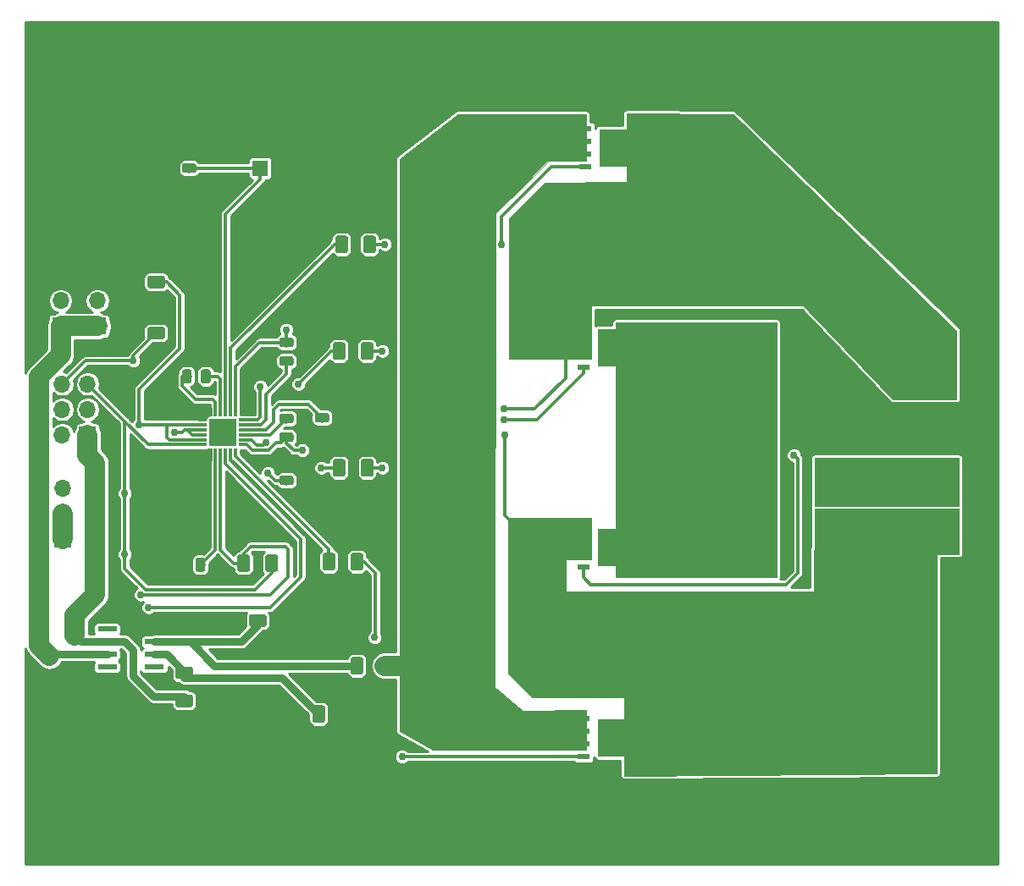
<source format=gbr>
G04 #@! TF.GenerationSoftware,KiCad,Pcbnew,(5.0.1)-4*
G04 #@! TF.CreationDate,2019-02-26T19:28:48-05:00*
G04 #@! TF.ProjectId,Capstone,43617073746F6E652E6B696361645F70,v01*
G04 #@! TF.SameCoordinates,Original*
G04 #@! TF.FileFunction,Copper,L1,Top,Signal*
G04 #@! TF.FilePolarity,Positive*
%FSLAX46Y46*%
G04 Gerber Fmt 4.6, Leading zero omitted, Abs format (unit mm)*
G04 Created by KiCad (PCBNEW (5.0.1)-4) date 26/02/2019 7:28:48 PM*
%MOMM*%
%LPD*%
G01*
G04 APERTURE LIST*
G04 #@! TA.AperFunction,ComponentPad*
%ADD10C,5.500000*%
G04 #@! TD*
G04 #@! TA.AperFunction,ComponentPad*
%ADD11C,1.600000*%
G04 #@! TD*
G04 #@! TA.AperFunction,ComponentPad*
%ADD12R,1.600000X1.600000*%
G04 #@! TD*
G04 #@! TA.AperFunction,ComponentPad*
%ADD13R,1.700000X1.700000*%
G04 #@! TD*
G04 #@! TA.AperFunction,ComponentPad*
%ADD14O,1.700000X1.700000*%
G04 #@! TD*
G04 #@! TA.AperFunction,Conductor*
%ADD15C,0.100000*%
G04 #@! TD*
G04 #@! TA.AperFunction,SMDPad,CuDef*
%ADD16C,0.975000*%
G04 #@! TD*
G04 #@! TA.AperFunction,SMDPad,CuDef*
%ADD17R,0.300000X0.950000*%
G04 #@! TD*
G04 #@! TA.AperFunction,SMDPad,CuDef*
%ADD18R,0.950000X0.300000*%
G04 #@! TD*
G04 #@! TA.AperFunction,SMDPad,CuDef*
%ADD19R,2.700000X2.700000*%
G04 #@! TD*
G04 #@! TA.AperFunction,SMDPad,CuDef*
%ADD20C,1.250000*%
G04 #@! TD*
G04 #@! TA.AperFunction,SMDPad,CuDef*
%ADD21C,1.350000*%
G04 #@! TD*
G04 #@! TA.AperFunction,SMDPad,CuDef*
%ADD22R,1.981200X0.558800*%
G04 #@! TD*
G04 #@! TA.AperFunction,ComponentPad*
%ADD23R,1.905000X1.905000*%
G04 #@! TD*
G04 #@! TA.AperFunction,ComponentPad*
%ADD24C,1.905000*%
G04 #@! TD*
G04 #@! TA.AperFunction,ComponentPad*
%ADD25R,2.800000X2.800000*%
G04 #@! TD*
G04 #@! TA.AperFunction,ComponentPad*
%ADD26C,2.800000*%
G04 #@! TD*
G04 #@! TA.AperFunction,SMDPad,CuDef*
%ADD27R,1.270000X0.610000*%
G04 #@! TD*
G04 #@! TA.AperFunction,SMDPad,CuDef*
%ADD28R,3.910000X3.810000*%
G04 #@! TD*
G04 #@! TA.AperFunction,SMDPad,CuDef*
%ADD29R,1.020000X0.610000*%
G04 #@! TD*
G04 #@! TA.AperFunction,ViaPad*
%ADD30C,0.762000*%
G04 #@! TD*
G04 #@! TA.AperFunction,Conductor*
%ADD31C,0.300000*%
G04 #@! TD*
G04 #@! TA.AperFunction,Conductor*
%ADD32C,0.203200*%
G04 #@! TD*
G04 #@! TA.AperFunction,Conductor*
%ADD33C,2.032000*%
G04 #@! TD*
G04 #@! TA.AperFunction,Conductor*
%ADD34C,0.762000*%
G04 #@! TD*
G04 #@! TA.AperFunction,Conductor*
%ADD35C,0.025400*%
G04 #@! TD*
G04 #@! TA.AperFunction,Conductor*
%ADD36C,0.254000*%
G04 #@! TD*
G04 APERTURE END LIST*
D10*
G04 #@! TO.P,,1*
G04 #@! TO.N,N/C*
X203200000Y-55880000D03*
G04 #@! TD*
G04 #@! TO.P,,1*
G04 #@! TO.N,N/C*
X203200000Y-129540000D03*
G04 #@! TD*
G04 #@! TO.P,,1*
G04 #@! TO.N,N/C*
X116840000Y-127000000D03*
G04 #@! TD*
D11*
G04 #@! TO.P,Ce2,2*
G04 #@! TO.N,Earth*
X186650000Y-89154000D03*
D12*
G04 #@! TO.P,Ce2,1*
G04 #@! TO.N,Net-(Cc1-Pad1)*
X184150000Y-89154000D03*
G04 #@! TD*
D13*
G04 #@! TO.P,J2,1*
G04 #@! TO.N,Net-(J2-Pad1)*
X116589420Y-91711780D03*
D14*
G04 #@! TO.P,J2,2*
G04 #@! TO.N,Net-(J2-Pad2)*
X114049420Y-91711780D03*
G04 #@! TO.P,J2,3*
G04 #@! TO.N,Net-(J2-Pad3)*
X116589420Y-89171780D03*
G04 #@! TO.P,J2,4*
G04 #@! TO.N,Net-(J2-Pad4)*
X114049420Y-89171780D03*
G04 #@! TO.P,J2,5*
G04 #@! TO.N,Net-(Cc6-Pad1)*
X116589420Y-86631780D03*
G04 #@! TO.P,J2,6*
G04 #@! TO.N,Net-(J2-Pad6)*
X114049420Y-86631780D03*
G04 #@! TD*
D15*
G04 #@! TO.N,Net-(Cc3-Pad2)*
G04 #@! TO.C,Cc3*
G36*
X136950142Y-83841674D02*
X136973803Y-83845184D01*
X136997007Y-83850996D01*
X137019529Y-83859054D01*
X137041153Y-83869282D01*
X137061670Y-83881579D01*
X137080883Y-83895829D01*
X137098607Y-83911893D01*
X137114671Y-83929617D01*
X137128921Y-83948830D01*
X137141218Y-83969347D01*
X137151446Y-83990971D01*
X137159504Y-84013493D01*
X137165316Y-84036697D01*
X137168826Y-84060358D01*
X137170000Y-84084250D01*
X137170000Y-84571750D01*
X137168826Y-84595642D01*
X137165316Y-84619303D01*
X137159504Y-84642507D01*
X137151446Y-84665029D01*
X137141218Y-84686653D01*
X137128921Y-84707170D01*
X137114671Y-84726383D01*
X137098607Y-84744107D01*
X137080883Y-84760171D01*
X137061670Y-84774421D01*
X137041153Y-84786718D01*
X137019529Y-84796946D01*
X136997007Y-84805004D01*
X136973803Y-84810816D01*
X136950142Y-84814326D01*
X136926250Y-84815500D01*
X136013750Y-84815500D01*
X135989858Y-84814326D01*
X135966197Y-84810816D01*
X135942993Y-84805004D01*
X135920471Y-84796946D01*
X135898847Y-84786718D01*
X135878330Y-84774421D01*
X135859117Y-84760171D01*
X135841393Y-84744107D01*
X135825329Y-84726383D01*
X135811079Y-84707170D01*
X135798782Y-84686653D01*
X135788554Y-84665029D01*
X135780496Y-84642507D01*
X135774684Y-84619303D01*
X135771174Y-84595642D01*
X135770000Y-84571750D01*
X135770000Y-84084250D01*
X135771174Y-84060358D01*
X135774684Y-84036697D01*
X135780496Y-84013493D01*
X135788554Y-83990971D01*
X135798782Y-83969347D01*
X135811079Y-83948830D01*
X135825329Y-83929617D01*
X135841393Y-83911893D01*
X135859117Y-83895829D01*
X135878330Y-83881579D01*
X135898847Y-83869282D01*
X135920471Y-83859054D01*
X135942993Y-83850996D01*
X135966197Y-83845184D01*
X135989858Y-83841674D01*
X136013750Y-83840500D01*
X136926250Y-83840500D01*
X136950142Y-83841674D01*
X136950142Y-83841674D01*
G37*
D16*
G04 #@! TD*
G04 #@! TO.P,Cc3,2*
G04 #@! TO.N,Net-(Cc3-Pad2)*
X136470000Y-84328000D03*
D15*
G04 #@! TO.N,Net-(Cc3-Pad1)*
G04 #@! TO.C,Cc3*
G36*
X136950142Y-81966674D02*
X136973803Y-81970184D01*
X136997007Y-81975996D01*
X137019529Y-81984054D01*
X137041153Y-81994282D01*
X137061670Y-82006579D01*
X137080883Y-82020829D01*
X137098607Y-82036893D01*
X137114671Y-82054617D01*
X137128921Y-82073830D01*
X137141218Y-82094347D01*
X137151446Y-82115971D01*
X137159504Y-82138493D01*
X137165316Y-82161697D01*
X137168826Y-82185358D01*
X137170000Y-82209250D01*
X137170000Y-82696750D01*
X137168826Y-82720642D01*
X137165316Y-82744303D01*
X137159504Y-82767507D01*
X137151446Y-82790029D01*
X137141218Y-82811653D01*
X137128921Y-82832170D01*
X137114671Y-82851383D01*
X137098607Y-82869107D01*
X137080883Y-82885171D01*
X137061670Y-82899421D01*
X137041153Y-82911718D01*
X137019529Y-82921946D01*
X136997007Y-82930004D01*
X136973803Y-82935816D01*
X136950142Y-82939326D01*
X136926250Y-82940500D01*
X136013750Y-82940500D01*
X135989858Y-82939326D01*
X135966197Y-82935816D01*
X135942993Y-82930004D01*
X135920471Y-82921946D01*
X135898847Y-82911718D01*
X135878330Y-82899421D01*
X135859117Y-82885171D01*
X135841393Y-82869107D01*
X135825329Y-82851383D01*
X135811079Y-82832170D01*
X135798782Y-82811653D01*
X135788554Y-82790029D01*
X135780496Y-82767507D01*
X135774684Y-82744303D01*
X135771174Y-82720642D01*
X135770000Y-82696750D01*
X135770000Y-82209250D01*
X135771174Y-82185358D01*
X135774684Y-82161697D01*
X135780496Y-82138493D01*
X135788554Y-82115971D01*
X135798782Y-82094347D01*
X135811079Y-82073830D01*
X135825329Y-82054617D01*
X135841393Y-82036893D01*
X135859117Y-82020829D01*
X135878330Y-82006579D01*
X135898847Y-81994282D01*
X135920471Y-81984054D01*
X135942993Y-81975996D01*
X135966197Y-81970184D01*
X135989858Y-81966674D01*
X136013750Y-81965500D01*
X136926250Y-81965500D01*
X136950142Y-81966674D01*
X136950142Y-81966674D01*
G37*
D16*
G04 #@! TD*
G04 #@! TO.P,Cc3,1*
G04 #@! TO.N,Net-(Cc3-Pad1)*
X136470000Y-82453000D03*
D15*
G04 #@! TO.N,Net-(Cc4-Pad2)*
G04 #@! TO.C,Cc4*
G36*
X140506142Y-89508174D02*
X140529803Y-89511684D01*
X140553007Y-89517496D01*
X140575529Y-89525554D01*
X140597153Y-89535782D01*
X140617670Y-89548079D01*
X140636883Y-89562329D01*
X140654607Y-89578393D01*
X140670671Y-89596117D01*
X140684921Y-89615330D01*
X140697218Y-89635847D01*
X140707446Y-89657471D01*
X140715504Y-89679993D01*
X140721316Y-89703197D01*
X140724826Y-89726858D01*
X140726000Y-89750750D01*
X140726000Y-90238250D01*
X140724826Y-90262142D01*
X140721316Y-90285803D01*
X140715504Y-90309007D01*
X140707446Y-90331529D01*
X140697218Y-90353153D01*
X140684921Y-90373670D01*
X140670671Y-90392883D01*
X140654607Y-90410607D01*
X140636883Y-90426671D01*
X140617670Y-90440921D01*
X140597153Y-90453218D01*
X140575529Y-90463446D01*
X140553007Y-90471504D01*
X140529803Y-90477316D01*
X140506142Y-90480826D01*
X140482250Y-90482000D01*
X139569750Y-90482000D01*
X139545858Y-90480826D01*
X139522197Y-90477316D01*
X139498993Y-90471504D01*
X139476471Y-90463446D01*
X139454847Y-90453218D01*
X139434330Y-90440921D01*
X139415117Y-90426671D01*
X139397393Y-90410607D01*
X139381329Y-90392883D01*
X139367079Y-90373670D01*
X139354782Y-90353153D01*
X139344554Y-90331529D01*
X139336496Y-90309007D01*
X139330684Y-90285803D01*
X139327174Y-90262142D01*
X139326000Y-90238250D01*
X139326000Y-89750750D01*
X139327174Y-89726858D01*
X139330684Y-89703197D01*
X139336496Y-89679993D01*
X139344554Y-89657471D01*
X139354782Y-89635847D01*
X139367079Y-89615330D01*
X139381329Y-89596117D01*
X139397393Y-89578393D01*
X139415117Y-89562329D01*
X139434330Y-89548079D01*
X139454847Y-89535782D01*
X139476471Y-89525554D01*
X139498993Y-89517496D01*
X139522197Y-89511684D01*
X139545858Y-89508174D01*
X139569750Y-89507000D01*
X140482250Y-89507000D01*
X140506142Y-89508174D01*
X140506142Y-89508174D01*
G37*
D16*
G04 #@! TD*
G04 #@! TO.P,Cc4,2*
G04 #@! TO.N,Net-(Cc4-Pad2)*
X140026000Y-89994500D03*
D15*
G04 #@! TO.N,Earth*
G04 #@! TO.C,Cc4*
G36*
X140506142Y-91383174D02*
X140529803Y-91386684D01*
X140553007Y-91392496D01*
X140575529Y-91400554D01*
X140597153Y-91410782D01*
X140617670Y-91423079D01*
X140636883Y-91437329D01*
X140654607Y-91453393D01*
X140670671Y-91471117D01*
X140684921Y-91490330D01*
X140697218Y-91510847D01*
X140707446Y-91532471D01*
X140715504Y-91554993D01*
X140721316Y-91578197D01*
X140724826Y-91601858D01*
X140726000Y-91625750D01*
X140726000Y-92113250D01*
X140724826Y-92137142D01*
X140721316Y-92160803D01*
X140715504Y-92184007D01*
X140707446Y-92206529D01*
X140697218Y-92228153D01*
X140684921Y-92248670D01*
X140670671Y-92267883D01*
X140654607Y-92285607D01*
X140636883Y-92301671D01*
X140617670Y-92315921D01*
X140597153Y-92328218D01*
X140575529Y-92338446D01*
X140553007Y-92346504D01*
X140529803Y-92352316D01*
X140506142Y-92355826D01*
X140482250Y-92357000D01*
X139569750Y-92357000D01*
X139545858Y-92355826D01*
X139522197Y-92352316D01*
X139498993Y-92346504D01*
X139476471Y-92338446D01*
X139454847Y-92328218D01*
X139434330Y-92315921D01*
X139415117Y-92301671D01*
X139397393Y-92285607D01*
X139381329Y-92267883D01*
X139367079Y-92248670D01*
X139354782Y-92228153D01*
X139344554Y-92206529D01*
X139336496Y-92184007D01*
X139330684Y-92160803D01*
X139327174Y-92137142D01*
X139326000Y-92113250D01*
X139326000Y-91625750D01*
X139327174Y-91601858D01*
X139330684Y-91578197D01*
X139336496Y-91554993D01*
X139344554Y-91532471D01*
X139354782Y-91510847D01*
X139367079Y-91490330D01*
X139381329Y-91471117D01*
X139397393Y-91453393D01*
X139415117Y-91437329D01*
X139434330Y-91423079D01*
X139454847Y-91410782D01*
X139476471Y-91400554D01*
X139498993Y-91392496D01*
X139522197Y-91386684D01*
X139545858Y-91383174D01*
X139569750Y-91382000D01*
X140482250Y-91382000D01*
X140506142Y-91383174D01*
X140506142Y-91383174D01*
G37*
D16*
G04 #@! TD*
G04 #@! TO.P,Cc4,1*
G04 #@! TO.N,Earth*
X140026000Y-91869500D03*
D15*
G04 #@! TO.N,Net-(Cc5-Pad2)*
G04 #@! TO.C,Cc5*
G36*
X136950142Y-89586674D02*
X136973803Y-89590184D01*
X136997007Y-89595996D01*
X137019529Y-89604054D01*
X137041153Y-89614282D01*
X137061670Y-89626579D01*
X137080883Y-89640829D01*
X137098607Y-89656893D01*
X137114671Y-89674617D01*
X137128921Y-89693830D01*
X137141218Y-89714347D01*
X137151446Y-89735971D01*
X137159504Y-89758493D01*
X137165316Y-89781697D01*
X137168826Y-89805358D01*
X137170000Y-89829250D01*
X137170000Y-90316750D01*
X137168826Y-90340642D01*
X137165316Y-90364303D01*
X137159504Y-90387507D01*
X137151446Y-90410029D01*
X137141218Y-90431653D01*
X137128921Y-90452170D01*
X137114671Y-90471383D01*
X137098607Y-90489107D01*
X137080883Y-90505171D01*
X137061670Y-90519421D01*
X137041153Y-90531718D01*
X137019529Y-90541946D01*
X136997007Y-90550004D01*
X136973803Y-90555816D01*
X136950142Y-90559326D01*
X136926250Y-90560500D01*
X136013750Y-90560500D01*
X135989858Y-90559326D01*
X135966197Y-90555816D01*
X135942993Y-90550004D01*
X135920471Y-90541946D01*
X135898847Y-90531718D01*
X135878330Y-90519421D01*
X135859117Y-90505171D01*
X135841393Y-90489107D01*
X135825329Y-90471383D01*
X135811079Y-90452170D01*
X135798782Y-90431653D01*
X135788554Y-90410029D01*
X135780496Y-90387507D01*
X135774684Y-90364303D01*
X135771174Y-90340642D01*
X135770000Y-90316750D01*
X135770000Y-89829250D01*
X135771174Y-89805358D01*
X135774684Y-89781697D01*
X135780496Y-89758493D01*
X135788554Y-89735971D01*
X135798782Y-89714347D01*
X135811079Y-89693830D01*
X135825329Y-89674617D01*
X135841393Y-89656893D01*
X135859117Y-89640829D01*
X135878330Y-89626579D01*
X135898847Y-89614282D01*
X135920471Y-89604054D01*
X135942993Y-89595996D01*
X135966197Y-89590184D01*
X135989858Y-89586674D01*
X136013750Y-89585500D01*
X136926250Y-89585500D01*
X136950142Y-89586674D01*
X136950142Y-89586674D01*
G37*
D16*
G04 #@! TD*
G04 #@! TO.P,Cc5,2*
G04 #@! TO.N,Net-(Cc5-Pad2)*
X136470000Y-90073000D03*
D15*
G04 #@! TO.N,Net-(Cc5-Pad1)*
G04 #@! TO.C,Cc5*
G36*
X136950142Y-91461674D02*
X136973803Y-91465184D01*
X136997007Y-91470996D01*
X137019529Y-91479054D01*
X137041153Y-91489282D01*
X137061670Y-91501579D01*
X137080883Y-91515829D01*
X137098607Y-91531893D01*
X137114671Y-91549617D01*
X137128921Y-91568830D01*
X137141218Y-91589347D01*
X137151446Y-91610971D01*
X137159504Y-91633493D01*
X137165316Y-91656697D01*
X137168826Y-91680358D01*
X137170000Y-91704250D01*
X137170000Y-92191750D01*
X137168826Y-92215642D01*
X137165316Y-92239303D01*
X137159504Y-92262507D01*
X137151446Y-92285029D01*
X137141218Y-92306653D01*
X137128921Y-92327170D01*
X137114671Y-92346383D01*
X137098607Y-92364107D01*
X137080883Y-92380171D01*
X137061670Y-92394421D01*
X137041153Y-92406718D01*
X137019529Y-92416946D01*
X136997007Y-92425004D01*
X136973803Y-92430816D01*
X136950142Y-92434326D01*
X136926250Y-92435500D01*
X136013750Y-92435500D01*
X135989858Y-92434326D01*
X135966197Y-92430816D01*
X135942993Y-92425004D01*
X135920471Y-92416946D01*
X135898847Y-92406718D01*
X135878330Y-92394421D01*
X135859117Y-92380171D01*
X135841393Y-92364107D01*
X135825329Y-92346383D01*
X135811079Y-92327170D01*
X135798782Y-92306653D01*
X135788554Y-92285029D01*
X135780496Y-92262507D01*
X135774684Y-92239303D01*
X135771174Y-92215642D01*
X135770000Y-92191750D01*
X135770000Y-91704250D01*
X135771174Y-91680358D01*
X135774684Y-91656697D01*
X135780496Y-91633493D01*
X135788554Y-91610971D01*
X135798782Y-91589347D01*
X135811079Y-91568830D01*
X135825329Y-91549617D01*
X135841393Y-91531893D01*
X135859117Y-91515829D01*
X135878330Y-91501579D01*
X135898847Y-91489282D01*
X135920471Y-91479054D01*
X135942993Y-91470996D01*
X135966197Y-91465184D01*
X135989858Y-91461674D01*
X136013750Y-91460500D01*
X136926250Y-91460500D01*
X136950142Y-91461674D01*
X136950142Y-91461674D01*
G37*
D16*
G04 #@! TD*
G04 #@! TO.P,Cc5,1*
G04 #@! TO.N,Net-(Cc5-Pad1)*
X136470000Y-91948000D03*
D11*
G04 #@! TO.P,Ce1,2*
G04 #@! TO.N,Earth*
X136358000Y-65024000D03*
D12*
G04 #@! TO.P,Ce1,1*
G04 #@! TO.N,Net-(Cc1-Pad1)*
X133858000Y-65024000D03*
G04 #@! TD*
D17*
G04 #@! TO.P,U1,1*
G04 #@! TO.N,Net-(Cc3-Pad1)*
X131364600Y-89390000D03*
G04 #@! TO.P,U1,2*
G04 #@! TO.N,Net-(R6-Pad1)*
X130882000Y-89390000D03*
G04 #@! TO.P,U1,3*
G04 #@! TO.N,Net-(Cc1-Pad1)*
X130374000Y-89390000D03*
G04 #@! TO.P,U1,4*
G04 #@! TO.N,Net-(Cc2-Pad1)*
X129866000Y-89390000D03*
G04 #@! TO.P,U1,5*
G04 #@! TO.N,Net-(Cc2-Pad2)*
X129358000Y-89390000D03*
G04 #@! TO.P,U1,6*
G04 #@! TO.N,Earth*
X128875400Y-89390000D03*
D18*
G04 #@! TO.P,U1,7*
X128070000Y-90195400D03*
G04 #@! TO.P,U1,8*
G04 #@! TO.N,Net-(J2-Pad4)*
X128070000Y-90678000D03*
G04 #@! TO.P,U1,9*
G04 #@! TO.N,Net-(J2-Pad6)*
X128070000Y-91186000D03*
G04 #@! TO.P,U1,10*
X128070000Y-91694000D03*
G04 #@! TO.P,U1,11*
G04 #@! TO.N,Net-(J2-Pad4)*
X128070000Y-92202000D03*
G04 #@! TO.P,U1,12*
G04 #@! TO.N,Net-(Cc6-Pad1)*
X128070000Y-92684600D03*
D17*
G04 #@! TO.P,U1,13*
G04 #@! TO.N,Earth*
X128875400Y-93490000D03*
G04 #@! TO.P,U1,14*
G04 #@! TO.N,Net-(R7-Pad1)*
X129358000Y-93490000D03*
G04 #@! TO.P,U1,15*
G04 #@! TO.N,Net-(J1-Pad3)*
X129866000Y-93490000D03*
G04 #@! TO.P,U1,16*
G04 #@! TO.N,Net-(J1-Pad1)*
X130374000Y-93490000D03*
G04 #@! TO.P,U1,17*
G04 #@! TO.N,Earth*
X130882000Y-93490000D03*
G04 #@! TO.P,U1,18*
G04 #@! TO.N,Net-(R8-Pad1)*
X131364600Y-93490000D03*
D18*
G04 #@! TO.P,U1,19*
G04 #@! TO.N,Net-(Cc5-Pad1)*
X132170000Y-92684600D03*
G04 #@! TO.P,U1,20*
G04 #@! TO.N,Net-(R4-Pad1)*
X132170000Y-92202000D03*
G04 #@! TO.P,U1,21*
G04 #@! TO.N,Net-(Cc5-Pad2)*
X132170000Y-91694000D03*
G04 #@! TO.P,U1,22*
G04 #@! TO.N,Net-(Cc4-Pad2)*
X132170000Y-91186000D03*
G04 #@! TO.P,U1,23*
G04 #@! TO.N,Net-(Cc3-Pad2)*
X132170000Y-90678000D03*
G04 #@! TO.P,U1,24*
G04 #@! TO.N,Net-(R3-Pad1)*
X132170000Y-90195400D03*
D19*
G04 #@! TO.P,U1,25*
G04 #@! TO.N,N/C*
X130120000Y-91440000D03*
G04 #@! TD*
D15*
G04 #@! TO.N,Earth*
G04 #@! TO.C,R1*
G36*
X124089304Y-72985404D02*
X124113573Y-72989004D01*
X124137371Y-72994965D01*
X124160471Y-73003230D01*
X124182649Y-73013720D01*
X124203693Y-73026333D01*
X124223398Y-73040947D01*
X124241577Y-73057423D01*
X124258053Y-73075602D01*
X124272667Y-73095307D01*
X124285280Y-73116351D01*
X124295770Y-73138529D01*
X124304035Y-73161629D01*
X124309996Y-73185427D01*
X124313596Y-73209696D01*
X124314800Y-73234200D01*
X124314800Y-73984200D01*
X124313596Y-74008704D01*
X124309996Y-74032973D01*
X124304035Y-74056771D01*
X124295770Y-74079871D01*
X124285280Y-74102049D01*
X124272667Y-74123093D01*
X124258053Y-74142798D01*
X124241577Y-74160977D01*
X124223398Y-74177453D01*
X124203693Y-74192067D01*
X124182649Y-74204680D01*
X124160471Y-74215170D01*
X124137371Y-74223435D01*
X124113573Y-74229396D01*
X124089304Y-74232996D01*
X124064800Y-74234200D01*
X122814800Y-74234200D01*
X122790296Y-74232996D01*
X122766027Y-74229396D01*
X122742229Y-74223435D01*
X122719129Y-74215170D01*
X122696951Y-74204680D01*
X122675907Y-74192067D01*
X122656202Y-74177453D01*
X122638023Y-74160977D01*
X122621547Y-74142798D01*
X122606933Y-74123093D01*
X122594320Y-74102049D01*
X122583830Y-74079871D01*
X122575565Y-74056771D01*
X122569604Y-74032973D01*
X122566004Y-74008704D01*
X122564800Y-73984200D01*
X122564800Y-73234200D01*
X122566004Y-73209696D01*
X122569604Y-73185427D01*
X122575565Y-73161629D01*
X122583830Y-73138529D01*
X122594320Y-73116351D01*
X122606933Y-73095307D01*
X122621547Y-73075602D01*
X122638023Y-73057423D01*
X122656202Y-73040947D01*
X122675907Y-73026333D01*
X122696951Y-73013720D01*
X122719129Y-73003230D01*
X122742229Y-72994965D01*
X122766027Y-72989004D01*
X122790296Y-72985404D01*
X122814800Y-72984200D01*
X124064800Y-72984200D01*
X124089304Y-72985404D01*
X124089304Y-72985404D01*
G37*
D20*
G04 #@! TD*
G04 #@! TO.P,R1,2*
G04 #@! TO.N,Earth*
X123439800Y-73609200D03*
D15*
G04 #@! TO.N,Net-(J2-Pad4)*
G04 #@! TO.C,R1*
G36*
X124089304Y-75785404D02*
X124113573Y-75789004D01*
X124137371Y-75794965D01*
X124160471Y-75803230D01*
X124182649Y-75813720D01*
X124203693Y-75826333D01*
X124223398Y-75840947D01*
X124241577Y-75857423D01*
X124258053Y-75875602D01*
X124272667Y-75895307D01*
X124285280Y-75916351D01*
X124295770Y-75938529D01*
X124304035Y-75961629D01*
X124309996Y-75985427D01*
X124313596Y-76009696D01*
X124314800Y-76034200D01*
X124314800Y-76784200D01*
X124313596Y-76808704D01*
X124309996Y-76832973D01*
X124304035Y-76856771D01*
X124295770Y-76879871D01*
X124285280Y-76902049D01*
X124272667Y-76923093D01*
X124258053Y-76942798D01*
X124241577Y-76960977D01*
X124223398Y-76977453D01*
X124203693Y-76992067D01*
X124182649Y-77004680D01*
X124160471Y-77015170D01*
X124137371Y-77023435D01*
X124113573Y-77029396D01*
X124089304Y-77032996D01*
X124064800Y-77034200D01*
X122814800Y-77034200D01*
X122790296Y-77032996D01*
X122766027Y-77029396D01*
X122742229Y-77023435D01*
X122719129Y-77015170D01*
X122696951Y-77004680D01*
X122675907Y-76992067D01*
X122656202Y-76977453D01*
X122638023Y-76960977D01*
X122621547Y-76942798D01*
X122606933Y-76923093D01*
X122594320Y-76902049D01*
X122583830Y-76879871D01*
X122575565Y-76856771D01*
X122569604Y-76832973D01*
X122566004Y-76808704D01*
X122564800Y-76784200D01*
X122564800Y-76034200D01*
X122566004Y-76009696D01*
X122569604Y-75985427D01*
X122575565Y-75961629D01*
X122583830Y-75938529D01*
X122594320Y-75916351D01*
X122606933Y-75895307D01*
X122621547Y-75875602D01*
X122638023Y-75857423D01*
X122656202Y-75840947D01*
X122675907Y-75826333D01*
X122696951Y-75813720D01*
X122719129Y-75803230D01*
X122742229Y-75794965D01*
X122766027Y-75789004D01*
X122790296Y-75785404D01*
X122814800Y-75784200D01*
X124064800Y-75784200D01*
X124089304Y-75785404D01*
X124089304Y-75785404D01*
G37*
D20*
G04 #@! TD*
G04 #@! TO.P,R1,1*
G04 #@! TO.N,Net-(J2-Pad4)*
X123439800Y-76409200D03*
D15*
G04 #@! TO.N,Net-(J2-Pad6)*
G04 #@! TO.C,R2*
G36*
X124089304Y-80890804D02*
X124113573Y-80894404D01*
X124137371Y-80900365D01*
X124160471Y-80908630D01*
X124182649Y-80919120D01*
X124203693Y-80931733D01*
X124223398Y-80946347D01*
X124241577Y-80962823D01*
X124258053Y-80981002D01*
X124272667Y-81000707D01*
X124285280Y-81021751D01*
X124295770Y-81043929D01*
X124304035Y-81067029D01*
X124309996Y-81090827D01*
X124313596Y-81115096D01*
X124314800Y-81139600D01*
X124314800Y-81889600D01*
X124313596Y-81914104D01*
X124309996Y-81938373D01*
X124304035Y-81962171D01*
X124295770Y-81985271D01*
X124285280Y-82007449D01*
X124272667Y-82028493D01*
X124258053Y-82048198D01*
X124241577Y-82066377D01*
X124223398Y-82082853D01*
X124203693Y-82097467D01*
X124182649Y-82110080D01*
X124160471Y-82120570D01*
X124137371Y-82128835D01*
X124113573Y-82134796D01*
X124089304Y-82138396D01*
X124064800Y-82139600D01*
X122814800Y-82139600D01*
X122790296Y-82138396D01*
X122766027Y-82134796D01*
X122742229Y-82128835D01*
X122719129Y-82120570D01*
X122696951Y-82110080D01*
X122675907Y-82097467D01*
X122656202Y-82082853D01*
X122638023Y-82066377D01*
X122621547Y-82048198D01*
X122606933Y-82028493D01*
X122594320Y-82007449D01*
X122583830Y-81985271D01*
X122575565Y-81962171D01*
X122569604Y-81938373D01*
X122566004Y-81914104D01*
X122564800Y-81889600D01*
X122564800Y-81139600D01*
X122566004Y-81115096D01*
X122569604Y-81090827D01*
X122575565Y-81067029D01*
X122583830Y-81043929D01*
X122594320Y-81021751D01*
X122606933Y-81000707D01*
X122621547Y-80981002D01*
X122638023Y-80962823D01*
X122656202Y-80946347D01*
X122675907Y-80931733D01*
X122696951Y-80919120D01*
X122719129Y-80908630D01*
X122742229Y-80900365D01*
X122766027Y-80894404D01*
X122790296Y-80890804D01*
X122814800Y-80889600D01*
X124064800Y-80889600D01*
X124089304Y-80890804D01*
X124089304Y-80890804D01*
G37*
D20*
G04 #@! TD*
G04 #@! TO.P,R2,1*
G04 #@! TO.N,Net-(J2-Pad6)*
X123439800Y-81514600D03*
D15*
G04 #@! TO.N,Earth*
G04 #@! TO.C,R2*
G36*
X124089304Y-78090804D02*
X124113573Y-78094404D01*
X124137371Y-78100365D01*
X124160471Y-78108630D01*
X124182649Y-78119120D01*
X124203693Y-78131733D01*
X124223398Y-78146347D01*
X124241577Y-78162823D01*
X124258053Y-78181002D01*
X124272667Y-78200707D01*
X124285280Y-78221751D01*
X124295770Y-78243929D01*
X124304035Y-78267029D01*
X124309996Y-78290827D01*
X124313596Y-78315096D01*
X124314800Y-78339600D01*
X124314800Y-79089600D01*
X124313596Y-79114104D01*
X124309996Y-79138373D01*
X124304035Y-79162171D01*
X124295770Y-79185271D01*
X124285280Y-79207449D01*
X124272667Y-79228493D01*
X124258053Y-79248198D01*
X124241577Y-79266377D01*
X124223398Y-79282853D01*
X124203693Y-79297467D01*
X124182649Y-79310080D01*
X124160471Y-79320570D01*
X124137371Y-79328835D01*
X124113573Y-79334796D01*
X124089304Y-79338396D01*
X124064800Y-79339600D01*
X122814800Y-79339600D01*
X122790296Y-79338396D01*
X122766027Y-79334796D01*
X122742229Y-79328835D01*
X122719129Y-79320570D01*
X122696951Y-79310080D01*
X122675907Y-79297467D01*
X122656202Y-79282853D01*
X122638023Y-79266377D01*
X122621547Y-79248198D01*
X122606933Y-79228493D01*
X122594320Y-79207449D01*
X122583830Y-79185271D01*
X122575565Y-79162171D01*
X122569604Y-79138373D01*
X122566004Y-79114104D01*
X122564800Y-79089600D01*
X122564800Y-78339600D01*
X122566004Y-78315096D01*
X122569604Y-78290827D01*
X122575565Y-78267029D01*
X122583830Y-78243929D01*
X122594320Y-78221751D01*
X122606933Y-78200707D01*
X122621547Y-78181002D01*
X122638023Y-78162823D01*
X122656202Y-78146347D01*
X122675907Y-78131733D01*
X122696951Y-78119120D01*
X122719129Y-78108630D01*
X122742229Y-78100365D01*
X122766027Y-78094404D01*
X122790296Y-78090804D01*
X122814800Y-78089600D01*
X124064800Y-78089600D01*
X124089304Y-78090804D01*
X124089304Y-78090804D01*
G37*
D20*
G04 #@! TD*
G04 #@! TO.P,R2,2*
G04 #@! TO.N,Earth*
X123439800Y-78714600D03*
D15*
G04 #@! TO.N,Net-(R3-Pad1)*
G04 #@! TO.C,R3*
G36*
X142125504Y-82438204D02*
X142149773Y-82441804D01*
X142173571Y-82447765D01*
X142196671Y-82456030D01*
X142218849Y-82466520D01*
X142239893Y-82479133D01*
X142259598Y-82493747D01*
X142277777Y-82510223D01*
X142294253Y-82528402D01*
X142308867Y-82548107D01*
X142321480Y-82569151D01*
X142331970Y-82591329D01*
X142340235Y-82614429D01*
X142346196Y-82638227D01*
X142349796Y-82662496D01*
X142351000Y-82687000D01*
X142351000Y-83937000D01*
X142349796Y-83961504D01*
X142346196Y-83985773D01*
X142340235Y-84009571D01*
X142331970Y-84032671D01*
X142321480Y-84054849D01*
X142308867Y-84075893D01*
X142294253Y-84095598D01*
X142277777Y-84113777D01*
X142259598Y-84130253D01*
X142239893Y-84144867D01*
X142218849Y-84157480D01*
X142196671Y-84167970D01*
X142173571Y-84176235D01*
X142149773Y-84182196D01*
X142125504Y-84185796D01*
X142101000Y-84187000D01*
X141351000Y-84187000D01*
X141326496Y-84185796D01*
X141302227Y-84182196D01*
X141278429Y-84176235D01*
X141255329Y-84167970D01*
X141233151Y-84157480D01*
X141212107Y-84144867D01*
X141192402Y-84130253D01*
X141174223Y-84113777D01*
X141157747Y-84095598D01*
X141143133Y-84075893D01*
X141130520Y-84054849D01*
X141120030Y-84032671D01*
X141111765Y-84009571D01*
X141105804Y-83985773D01*
X141102204Y-83961504D01*
X141101000Y-83937000D01*
X141101000Y-82687000D01*
X141102204Y-82662496D01*
X141105804Y-82638227D01*
X141111765Y-82614429D01*
X141120030Y-82591329D01*
X141130520Y-82569151D01*
X141143133Y-82548107D01*
X141157747Y-82528402D01*
X141174223Y-82510223D01*
X141192402Y-82493747D01*
X141212107Y-82479133D01*
X141233151Y-82466520D01*
X141255329Y-82456030D01*
X141278429Y-82447765D01*
X141302227Y-82441804D01*
X141326496Y-82438204D01*
X141351000Y-82437000D01*
X142101000Y-82437000D01*
X142125504Y-82438204D01*
X142125504Y-82438204D01*
G37*
D20*
G04 #@! TD*
G04 #@! TO.P,R3,1*
G04 #@! TO.N,Net-(R3-Pad1)*
X141726000Y-83312000D03*
D15*
G04 #@! TO.N,Net-(Q1-Pad4)*
G04 #@! TO.C,R3*
G36*
X144925504Y-82438204D02*
X144949773Y-82441804D01*
X144973571Y-82447765D01*
X144996671Y-82456030D01*
X145018849Y-82466520D01*
X145039893Y-82479133D01*
X145059598Y-82493747D01*
X145077777Y-82510223D01*
X145094253Y-82528402D01*
X145108867Y-82548107D01*
X145121480Y-82569151D01*
X145131970Y-82591329D01*
X145140235Y-82614429D01*
X145146196Y-82638227D01*
X145149796Y-82662496D01*
X145151000Y-82687000D01*
X145151000Y-83937000D01*
X145149796Y-83961504D01*
X145146196Y-83985773D01*
X145140235Y-84009571D01*
X145131970Y-84032671D01*
X145121480Y-84054849D01*
X145108867Y-84075893D01*
X145094253Y-84095598D01*
X145077777Y-84113777D01*
X145059598Y-84130253D01*
X145039893Y-84144867D01*
X145018849Y-84157480D01*
X144996671Y-84167970D01*
X144973571Y-84176235D01*
X144949773Y-84182196D01*
X144925504Y-84185796D01*
X144901000Y-84187000D01*
X144151000Y-84187000D01*
X144126496Y-84185796D01*
X144102227Y-84182196D01*
X144078429Y-84176235D01*
X144055329Y-84167970D01*
X144033151Y-84157480D01*
X144012107Y-84144867D01*
X143992402Y-84130253D01*
X143974223Y-84113777D01*
X143957747Y-84095598D01*
X143943133Y-84075893D01*
X143930520Y-84054849D01*
X143920030Y-84032671D01*
X143911765Y-84009571D01*
X143905804Y-83985773D01*
X143902204Y-83961504D01*
X143901000Y-83937000D01*
X143901000Y-82687000D01*
X143902204Y-82662496D01*
X143905804Y-82638227D01*
X143911765Y-82614429D01*
X143920030Y-82591329D01*
X143930520Y-82569151D01*
X143943133Y-82548107D01*
X143957747Y-82528402D01*
X143974223Y-82510223D01*
X143992402Y-82493747D01*
X144012107Y-82479133D01*
X144033151Y-82466520D01*
X144055329Y-82456030D01*
X144078429Y-82447765D01*
X144102227Y-82441804D01*
X144126496Y-82438204D01*
X144151000Y-82437000D01*
X144901000Y-82437000D01*
X144925504Y-82438204D01*
X144925504Y-82438204D01*
G37*
D20*
G04 #@! TD*
G04 #@! TO.P,R3,2*
G04 #@! TO.N,Net-(Q1-Pad4)*
X144526000Y-83312000D03*
D15*
G04 #@! TO.N,Net-(Q2-Pad4)*
G04 #@! TO.C,R4*
G36*
X144931504Y-94122204D02*
X144955773Y-94125804D01*
X144979571Y-94131765D01*
X145002671Y-94140030D01*
X145024849Y-94150520D01*
X145045893Y-94163133D01*
X145065598Y-94177747D01*
X145083777Y-94194223D01*
X145100253Y-94212402D01*
X145114867Y-94232107D01*
X145127480Y-94253151D01*
X145137970Y-94275329D01*
X145146235Y-94298429D01*
X145152196Y-94322227D01*
X145155796Y-94346496D01*
X145157000Y-94371000D01*
X145157000Y-95621000D01*
X145155796Y-95645504D01*
X145152196Y-95669773D01*
X145146235Y-95693571D01*
X145137970Y-95716671D01*
X145127480Y-95738849D01*
X145114867Y-95759893D01*
X145100253Y-95779598D01*
X145083777Y-95797777D01*
X145065598Y-95814253D01*
X145045893Y-95828867D01*
X145024849Y-95841480D01*
X145002671Y-95851970D01*
X144979571Y-95860235D01*
X144955773Y-95866196D01*
X144931504Y-95869796D01*
X144907000Y-95871000D01*
X144157000Y-95871000D01*
X144132496Y-95869796D01*
X144108227Y-95866196D01*
X144084429Y-95860235D01*
X144061329Y-95851970D01*
X144039151Y-95841480D01*
X144018107Y-95828867D01*
X143998402Y-95814253D01*
X143980223Y-95797777D01*
X143963747Y-95779598D01*
X143949133Y-95759893D01*
X143936520Y-95738849D01*
X143926030Y-95716671D01*
X143917765Y-95693571D01*
X143911804Y-95669773D01*
X143908204Y-95645504D01*
X143907000Y-95621000D01*
X143907000Y-94371000D01*
X143908204Y-94346496D01*
X143911804Y-94322227D01*
X143917765Y-94298429D01*
X143926030Y-94275329D01*
X143936520Y-94253151D01*
X143949133Y-94232107D01*
X143963747Y-94212402D01*
X143980223Y-94194223D01*
X143998402Y-94177747D01*
X144018107Y-94163133D01*
X144039151Y-94150520D01*
X144061329Y-94140030D01*
X144084429Y-94131765D01*
X144108227Y-94125804D01*
X144132496Y-94122204D01*
X144157000Y-94121000D01*
X144907000Y-94121000D01*
X144931504Y-94122204D01*
X144931504Y-94122204D01*
G37*
D20*
G04 #@! TD*
G04 #@! TO.P,R4,2*
G04 #@! TO.N,Net-(Q2-Pad4)*
X144532000Y-94996000D03*
D15*
G04 #@! TO.N,Net-(R4-Pad1)*
G04 #@! TO.C,R4*
G36*
X142131504Y-94122204D02*
X142155773Y-94125804D01*
X142179571Y-94131765D01*
X142202671Y-94140030D01*
X142224849Y-94150520D01*
X142245893Y-94163133D01*
X142265598Y-94177747D01*
X142283777Y-94194223D01*
X142300253Y-94212402D01*
X142314867Y-94232107D01*
X142327480Y-94253151D01*
X142337970Y-94275329D01*
X142346235Y-94298429D01*
X142352196Y-94322227D01*
X142355796Y-94346496D01*
X142357000Y-94371000D01*
X142357000Y-95621000D01*
X142355796Y-95645504D01*
X142352196Y-95669773D01*
X142346235Y-95693571D01*
X142337970Y-95716671D01*
X142327480Y-95738849D01*
X142314867Y-95759893D01*
X142300253Y-95779598D01*
X142283777Y-95797777D01*
X142265598Y-95814253D01*
X142245893Y-95828867D01*
X142224849Y-95841480D01*
X142202671Y-95851970D01*
X142179571Y-95860235D01*
X142155773Y-95866196D01*
X142131504Y-95869796D01*
X142107000Y-95871000D01*
X141357000Y-95871000D01*
X141332496Y-95869796D01*
X141308227Y-95866196D01*
X141284429Y-95860235D01*
X141261329Y-95851970D01*
X141239151Y-95841480D01*
X141218107Y-95828867D01*
X141198402Y-95814253D01*
X141180223Y-95797777D01*
X141163747Y-95779598D01*
X141149133Y-95759893D01*
X141136520Y-95738849D01*
X141126030Y-95716671D01*
X141117765Y-95693571D01*
X141111804Y-95669773D01*
X141108204Y-95645504D01*
X141107000Y-95621000D01*
X141107000Y-94371000D01*
X141108204Y-94346496D01*
X141111804Y-94322227D01*
X141117765Y-94298429D01*
X141126030Y-94275329D01*
X141136520Y-94253151D01*
X141149133Y-94232107D01*
X141163747Y-94212402D01*
X141180223Y-94194223D01*
X141198402Y-94177747D01*
X141218107Y-94163133D01*
X141239151Y-94150520D01*
X141261329Y-94140030D01*
X141284429Y-94131765D01*
X141308227Y-94125804D01*
X141332496Y-94122204D01*
X141357000Y-94121000D01*
X142107000Y-94121000D01*
X142131504Y-94122204D01*
X142131504Y-94122204D01*
G37*
D20*
G04 #@! TD*
G04 #@! TO.P,R4,1*
G04 #@! TO.N,Net-(R4-Pad1)*
X141732000Y-94996000D03*
D15*
G04 #@! TO.N,Net-(R6-Pad1)*
G04 #@! TO.C,R6*
G36*
X142379504Y-71770204D02*
X142403773Y-71773804D01*
X142427571Y-71779765D01*
X142450671Y-71788030D01*
X142472849Y-71798520D01*
X142493893Y-71811133D01*
X142513598Y-71825747D01*
X142531777Y-71842223D01*
X142548253Y-71860402D01*
X142562867Y-71880107D01*
X142575480Y-71901151D01*
X142585970Y-71923329D01*
X142594235Y-71946429D01*
X142600196Y-71970227D01*
X142603796Y-71994496D01*
X142605000Y-72019000D01*
X142605000Y-73269000D01*
X142603796Y-73293504D01*
X142600196Y-73317773D01*
X142594235Y-73341571D01*
X142585970Y-73364671D01*
X142575480Y-73386849D01*
X142562867Y-73407893D01*
X142548253Y-73427598D01*
X142531777Y-73445777D01*
X142513598Y-73462253D01*
X142493893Y-73476867D01*
X142472849Y-73489480D01*
X142450671Y-73499970D01*
X142427571Y-73508235D01*
X142403773Y-73514196D01*
X142379504Y-73517796D01*
X142355000Y-73519000D01*
X141605000Y-73519000D01*
X141580496Y-73517796D01*
X141556227Y-73514196D01*
X141532429Y-73508235D01*
X141509329Y-73499970D01*
X141487151Y-73489480D01*
X141466107Y-73476867D01*
X141446402Y-73462253D01*
X141428223Y-73445777D01*
X141411747Y-73427598D01*
X141397133Y-73407893D01*
X141384520Y-73386849D01*
X141374030Y-73364671D01*
X141365765Y-73341571D01*
X141359804Y-73317773D01*
X141356204Y-73293504D01*
X141355000Y-73269000D01*
X141355000Y-72019000D01*
X141356204Y-71994496D01*
X141359804Y-71970227D01*
X141365765Y-71946429D01*
X141374030Y-71923329D01*
X141384520Y-71901151D01*
X141397133Y-71880107D01*
X141411747Y-71860402D01*
X141428223Y-71842223D01*
X141446402Y-71825747D01*
X141466107Y-71811133D01*
X141487151Y-71798520D01*
X141509329Y-71788030D01*
X141532429Y-71779765D01*
X141556227Y-71773804D01*
X141580496Y-71770204D01*
X141605000Y-71769000D01*
X142355000Y-71769000D01*
X142379504Y-71770204D01*
X142379504Y-71770204D01*
G37*
D20*
G04 #@! TD*
G04 #@! TO.P,R6,1*
G04 #@! TO.N,Net-(R6-Pad1)*
X141980000Y-72644000D03*
D15*
G04 #@! TO.N,Net-(Q3-Pad4)*
G04 #@! TO.C,R6*
G36*
X145179504Y-71770204D02*
X145203773Y-71773804D01*
X145227571Y-71779765D01*
X145250671Y-71788030D01*
X145272849Y-71798520D01*
X145293893Y-71811133D01*
X145313598Y-71825747D01*
X145331777Y-71842223D01*
X145348253Y-71860402D01*
X145362867Y-71880107D01*
X145375480Y-71901151D01*
X145385970Y-71923329D01*
X145394235Y-71946429D01*
X145400196Y-71970227D01*
X145403796Y-71994496D01*
X145405000Y-72019000D01*
X145405000Y-73269000D01*
X145403796Y-73293504D01*
X145400196Y-73317773D01*
X145394235Y-73341571D01*
X145385970Y-73364671D01*
X145375480Y-73386849D01*
X145362867Y-73407893D01*
X145348253Y-73427598D01*
X145331777Y-73445777D01*
X145313598Y-73462253D01*
X145293893Y-73476867D01*
X145272849Y-73489480D01*
X145250671Y-73499970D01*
X145227571Y-73508235D01*
X145203773Y-73514196D01*
X145179504Y-73517796D01*
X145155000Y-73519000D01*
X144405000Y-73519000D01*
X144380496Y-73517796D01*
X144356227Y-73514196D01*
X144332429Y-73508235D01*
X144309329Y-73499970D01*
X144287151Y-73489480D01*
X144266107Y-73476867D01*
X144246402Y-73462253D01*
X144228223Y-73445777D01*
X144211747Y-73427598D01*
X144197133Y-73407893D01*
X144184520Y-73386849D01*
X144174030Y-73364671D01*
X144165765Y-73341571D01*
X144159804Y-73317773D01*
X144156204Y-73293504D01*
X144155000Y-73269000D01*
X144155000Y-72019000D01*
X144156204Y-71994496D01*
X144159804Y-71970227D01*
X144165765Y-71946429D01*
X144174030Y-71923329D01*
X144184520Y-71901151D01*
X144197133Y-71880107D01*
X144211747Y-71860402D01*
X144228223Y-71842223D01*
X144246402Y-71825747D01*
X144266107Y-71811133D01*
X144287151Y-71798520D01*
X144309329Y-71788030D01*
X144332429Y-71779765D01*
X144356227Y-71773804D01*
X144380496Y-71770204D01*
X144405000Y-71769000D01*
X145155000Y-71769000D01*
X145179504Y-71770204D01*
X145179504Y-71770204D01*
G37*
D20*
G04 #@! TD*
G04 #@! TO.P,R6,2*
G04 #@! TO.N,Net-(Q3-Pad4)*
X144780000Y-72644000D03*
D15*
G04 #@! TO.N,Net-(R5-Pad1)*
G04 #@! TO.C,R9*
G36*
X140093504Y-118760204D02*
X140117773Y-118763804D01*
X140141571Y-118769765D01*
X140164671Y-118778030D01*
X140186849Y-118788520D01*
X140207893Y-118801133D01*
X140227598Y-118815747D01*
X140245777Y-118832223D01*
X140262253Y-118850402D01*
X140276867Y-118870107D01*
X140289480Y-118891151D01*
X140299970Y-118913329D01*
X140308235Y-118936429D01*
X140314196Y-118960227D01*
X140317796Y-118984496D01*
X140319000Y-119009000D01*
X140319000Y-120259000D01*
X140317796Y-120283504D01*
X140314196Y-120307773D01*
X140308235Y-120331571D01*
X140299970Y-120354671D01*
X140289480Y-120376849D01*
X140276867Y-120397893D01*
X140262253Y-120417598D01*
X140245777Y-120435777D01*
X140227598Y-120452253D01*
X140207893Y-120466867D01*
X140186849Y-120479480D01*
X140164671Y-120489970D01*
X140141571Y-120498235D01*
X140117773Y-120504196D01*
X140093504Y-120507796D01*
X140069000Y-120509000D01*
X139319000Y-120509000D01*
X139294496Y-120507796D01*
X139270227Y-120504196D01*
X139246429Y-120498235D01*
X139223329Y-120489970D01*
X139201151Y-120479480D01*
X139180107Y-120466867D01*
X139160402Y-120452253D01*
X139142223Y-120435777D01*
X139125747Y-120417598D01*
X139111133Y-120397893D01*
X139098520Y-120376849D01*
X139088030Y-120354671D01*
X139079765Y-120331571D01*
X139073804Y-120307773D01*
X139070204Y-120283504D01*
X139069000Y-120259000D01*
X139069000Y-119009000D01*
X139070204Y-118984496D01*
X139073804Y-118960227D01*
X139079765Y-118936429D01*
X139088030Y-118913329D01*
X139098520Y-118891151D01*
X139111133Y-118870107D01*
X139125747Y-118850402D01*
X139142223Y-118832223D01*
X139160402Y-118815747D01*
X139180107Y-118801133D01*
X139201151Y-118788520D01*
X139223329Y-118778030D01*
X139246429Y-118769765D01*
X139270227Y-118763804D01*
X139294496Y-118760204D01*
X139319000Y-118759000D01*
X140069000Y-118759000D01*
X140093504Y-118760204D01*
X140093504Y-118760204D01*
G37*
D20*
G04 #@! TD*
G04 #@! TO.P,R9,2*
G04 #@! TO.N,Net-(R5-Pad1)*
X139694000Y-119634000D03*
D15*
G04 #@! TO.N,Earth*
G04 #@! TO.C,R9*
G36*
X142893504Y-118760204D02*
X142917773Y-118763804D01*
X142941571Y-118769765D01*
X142964671Y-118778030D01*
X142986849Y-118788520D01*
X143007893Y-118801133D01*
X143027598Y-118815747D01*
X143045777Y-118832223D01*
X143062253Y-118850402D01*
X143076867Y-118870107D01*
X143089480Y-118891151D01*
X143099970Y-118913329D01*
X143108235Y-118936429D01*
X143114196Y-118960227D01*
X143117796Y-118984496D01*
X143119000Y-119009000D01*
X143119000Y-120259000D01*
X143117796Y-120283504D01*
X143114196Y-120307773D01*
X143108235Y-120331571D01*
X143099970Y-120354671D01*
X143089480Y-120376849D01*
X143076867Y-120397893D01*
X143062253Y-120417598D01*
X143045777Y-120435777D01*
X143027598Y-120452253D01*
X143007893Y-120466867D01*
X142986849Y-120479480D01*
X142964671Y-120489970D01*
X142941571Y-120498235D01*
X142917773Y-120504196D01*
X142893504Y-120507796D01*
X142869000Y-120509000D01*
X142119000Y-120509000D01*
X142094496Y-120507796D01*
X142070227Y-120504196D01*
X142046429Y-120498235D01*
X142023329Y-120489970D01*
X142001151Y-120479480D01*
X141980107Y-120466867D01*
X141960402Y-120452253D01*
X141942223Y-120435777D01*
X141925747Y-120417598D01*
X141911133Y-120397893D01*
X141898520Y-120376849D01*
X141888030Y-120354671D01*
X141879765Y-120331571D01*
X141873804Y-120307773D01*
X141870204Y-120283504D01*
X141869000Y-120259000D01*
X141869000Y-119009000D01*
X141870204Y-118984496D01*
X141873804Y-118960227D01*
X141879765Y-118936429D01*
X141888030Y-118913329D01*
X141898520Y-118891151D01*
X141911133Y-118870107D01*
X141925747Y-118850402D01*
X141942223Y-118832223D01*
X141960402Y-118815747D01*
X141980107Y-118801133D01*
X142001151Y-118788520D01*
X142023329Y-118778030D01*
X142046429Y-118769765D01*
X142070227Y-118763804D01*
X142094496Y-118760204D01*
X142119000Y-118759000D01*
X142869000Y-118759000D01*
X142893504Y-118760204D01*
X142893504Y-118760204D01*
G37*
D20*
G04 #@! TD*
G04 #@! TO.P,R9,1*
G04 #@! TO.N,Earth*
X142494000Y-119634000D03*
D15*
G04 #@! TO.N,Net-(Cc6-Pad1)*
G04 #@! TO.C,R11*
G36*
X135375104Y-103672604D02*
X135399373Y-103676204D01*
X135423171Y-103682165D01*
X135446271Y-103690430D01*
X135468449Y-103700920D01*
X135489493Y-103713533D01*
X135509198Y-103728147D01*
X135527377Y-103744623D01*
X135543853Y-103762802D01*
X135558467Y-103782507D01*
X135571080Y-103803551D01*
X135581570Y-103825729D01*
X135589835Y-103848829D01*
X135595796Y-103872627D01*
X135599396Y-103896896D01*
X135600600Y-103921400D01*
X135600600Y-105171400D01*
X135599396Y-105195904D01*
X135595796Y-105220173D01*
X135589835Y-105243971D01*
X135581570Y-105267071D01*
X135571080Y-105289249D01*
X135558467Y-105310293D01*
X135543853Y-105329998D01*
X135527377Y-105348177D01*
X135509198Y-105364653D01*
X135489493Y-105379267D01*
X135468449Y-105391880D01*
X135446271Y-105402370D01*
X135423171Y-105410635D01*
X135399373Y-105416596D01*
X135375104Y-105420196D01*
X135350600Y-105421400D01*
X134600600Y-105421400D01*
X134576096Y-105420196D01*
X134551827Y-105416596D01*
X134528029Y-105410635D01*
X134504929Y-105402370D01*
X134482751Y-105391880D01*
X134461707Y-105379267D01*
X134442002Y-105364653D01*
X134423823Y-105348177D01*
X134407347Y-105329998D01*
X134392733Y-105310293D01*
X134380120Y-105289249D01*
X134369630Y-105267071D01*
X134361365Y-105243971D01*
X134355404Y-105220173D01*
X134351804Y-105195904D01*
X134350600Y-105171400D01*
X134350600Y-103921400D01*
X134351804Y-103896896D01*
X134355404Y-103872627D01*
X134361365Y-103848829D01*
X134369630Y-103825729D01*
X134380120Y-103803551D01*
X134392733Y-103782507D01*
X134407347Y-103762802D01*
X134423823Y-103744623D01*
X134442002Y-103728147D01*
X134461707Y-103713533D01*
X134482751Y-103700920D01*
X134504929Y-103690430D01*
X134528029Y-103682165D01*
X134551827Y-103676204D01*
X134576096Y-103672604D01*
X134600600Y-103671400D01*
X135350600Y-103671400D01*
X135375104Y-103672604D01*
X135375104Y-103672604D01*
G37*
D20*
G04 #@! TD*
G04 #@! TO.P,R11,2*
G04 #@! TO.N,Net-(Cc6-Pad1)*
X134975600Y-104546400D03*
D15*
G04 #@! TO.N,Net-(J1-Pad3)*
G04 #@! TO.C,R11*
G36*
X132575104Y-103672604D02*
X132599373Y-103676204D01*
X132623171Y-103682165D01*
X132646271Y-103690430D01*
X132668449Y-103700920D01*
X132689493Y-103713533D01*
X132709198Y-103728147D01*
X132727377Y-103744623D01*
X132743853Y-103762802D01*
X132758467Y-103782507D01*
X132771080Y-103803551D01*
X132781570Y-103825729D01*
X132789835Y-103848829D01*
X132795796Y-103872627D01*
X132799396Y-103896896D01*
X132800600Y-103921400D01*
X132800600Y-105171400D01*
X132799396Y-105195904D01*
X132795796Y-105220173D01*
X132789835Y-105243971D01*
X132781570Y-105267071D01*
X132771080Y-105289249D01*
X132758467Y-105310293D01*
X132743853Y-105329998D01*
X132727377Y-105348177D01*
X132709198Y-105364653D01*
X132689493Y-105379267D01*
X132668449Y-105391880D01*
X132646271Y-105402370D01*
X132623171Y-105410635D01*
X132599373Y-105416596D01*
X132575104Y-105420196D01*
X132550600Y-105421400D01*
X131800600Y-105421400D01*
X131776096Y-105420196D01*
X131751827Y-105416596D01*
X131728029Y-105410635D01*
X131704929Y-105402370D01*
X131682751Y-105391880D01*
X131661707Y-105379267D01*
X131642002Y-105364653D01*
X131623823Y-105348177D01*
X131607347Y-105329998D01*
X131592733Y-105310293D01*
X131580120Y-105289249D01*
X131569630Y-105267071D01*
X131561365Y-105243971D01*
X131555404Y-105220173D01*
X131551804Y-105195904D01*
X131550600Y-105171400D01*
X131550600Y-103921400D01*
X131551804Y-103896896D01*
X131555404Y-103872627D01*
X131561365Y-103848829D01*
X131569630Y-103825729D01*
X131580120Y-103803551D01*
X131592733Y-103782507D01*
X131607347Y-103762802D01*
X131623823Y-103744623D01*
X131642002Y-103728147D01*
X131661707Y-103713533D01*
X131682751Y-103700920D01*
X131704929Y-103690430D01*
X131728029Y-103682165D01*
X131751827Y-103676204D01*
X131776096Y-103672604D01*
X131800600Y-103671400D01*
X132550600Y-103671400D01*
X132575104Y-103672604D01*
X132575104Y-103672604D01*
G37*
D20*
G04 #@! TD*
G04 #@! TO.P,R11,1*
G04 #@! TO.N,Net-(J1-Pad3)*
X132175600Y-104546400D03*
D13*
G04 #@! TO.P,RV1,1*
G04 #@! TO.N,Net-(Cc6-Pad1)*
X113897020Y-80822800D03*
D14*
G04 #@! TO.P,RV1,2*
G04 #@! TO.N,Net-(J2-Pad3)*
X113897020Y-78282800D03*
G04 #@! TO.P,RV1,3*
G04 #@! TO.N,Earth*
X113897020Y-75742800D03*
G04 #@! TD*
D15*
G04 #@! TO.N,Earth*
G04 #@! TO.C,Cc1*
G36*
X127226142Y-66412674D02*
X127249803Y-66416184D01*
X127273007Y-66421996D01*
X127295529Y-66430054D01*
X127317153Y-66440282D01*
X127337670Y-66452579D01*
X127356883Y-66466829D01*
X127374607Y-66482893D01*
X127390671Y-66500617D01*
X127404921Y-66519830D01*
X127417218Y-66540347D01*
X127427446Y-66561971D01*
X127435504Y-66584493D01*
X127441316Y-66607697D01*
X127444826Y-66631358D01*
X127446000Y-66655250D01*
X127446000Y-67142750D01*
X127444826Y-67166642D01*
X127441316Y-67190303D01*
X127435504Y-67213507D01*
X127427446Y-67236029D01*
X127417218Y-67257653D01*
X127404921Y-67278170D01*
X127390671Y-67297383D01*
X127374607Y-67315107D01*
X127356883Y-67331171D01*
X127337670Y-67345421D01*
X127317153Y-67357718D01*
X127295529Y-67367946D01*
X127273007Y-67376004D01*
X127249803Y-67381816D01*
X127226142Y-67385326D01*
X127202250Y-67386500D01*
X126289750Y-67386500D01*
X126265858Y-67385326D01*
X126242197Y-67381816D01*
X126218993Y-67376004D01*
X126196471Y-67367946D01*
X126174847Y-67357718D01*
X126154330Y-67345421D01*
X126135117Y-67331171D01*
X126117393Y-67315107D01*
X126101329Y-67297383D01*
X126087079Y-67278170D01*
X126074782Y-67257653D01*
X126064554Y-67236029D01*
X126056496Y-67213507D01*
X126050684Y-67190303D01*
X126047174Y-67166642D01*
X126046000Y-67142750D01*
X126046000Y-66655250D01*
X126047174Y-66631358D01*
X126050684Y-66607697D01*
X126056496Y-66584493D01*
X126064554Y-66561971D01*
X126074782Y-66540347D01*
X126087079Y-66519830D01*
X126101329Y-66500617D01*
X126117393Y-66482893D01*
X126135117Y-66466829D01*
X126154330Y-66452579D01*
X126174847Y-66440282D01*
X126196471Y-66430054D01*
X126218993Y-66421996D01*
X126242197Y-66416184D01*
X126265858Y-66412674D01*
X126289750Y-66411500D01*
X127202250Y-66411500D01*
X127226142Y-66412674D01*
X127226142Y-66412674D01*
G37*
D16*
G04 #@! TD*
G04 #@! TO.P,Cc1,2*
G04 #@! TO.N,Earth*
X126746000Y-66899000D03*
D15*
G04 #@! TO.N,Net-(Cc1-Pad1)*
G04 #@! TO.C,Cc1*
G36*
X127226142Y-64537674D02*
X127249803Y-64541184D01*
X127273007Y-64546996D01*
X127295529Y-64555054D01*
X127317153Y-64565282D01*
X127337670Y-64577579D01*
X127356883Y-64591829D01*
X127374607Y-64607893D01*
X127390671Y-64625617D01*
X127404921Y-64644830D01*
X127417218Y-64665347D01*
X127427446Y-64686971D01*
X127435504Y-64709493D01*
X127441316Y-64732697D01*
X127444826Y-64756358D01*
X127446000Y-64780250D01*
X127446000Y-65267750D01*
X127444826Y-65291642D01*
X127441316Y-65315303D01*
X127435504Y-65338507D01*
X127427446Y-65361029D01*
X127417218Y-65382653D01*
X127404921Y-65403170D01*
X127390671Y-65422383D01*
X127374607Y-65440107D01*
X127356883Y-65456171D01*
X127337670Y-65470421D01*
X127317153Y-65482718D01*
X127295529Y-65492946D01*
X127273007Y-65501004D01*
X127249803Y-65506816D01*
X127226142Y-65510326D01*
X127202250Y-65511500D01*
X126289750Y-65511500D01*
X126265858Y-65510326D01*
X126242197Y-65506816D01*
X126218993Y-65501004D01*
X126196471Y-65492946D01*
X126174847Y-65482718D01*
X126154330Y-65470421D01*
X126135117Y-65456171D01*
X126117393Y-65440107D01*
X126101329Y-65422383D01*
X126087079Y-65403170D01*
X126074782Y-65382653D01*
X126064554Y-65361029D01*
X126056496Y-65338507D01*
X126050684Y-65315303D01*
X126047174Y-65291642D01*
X126046000Y-65267750D01*
X126046000Y-64780250D01*
X126047174Y-64756358D01*
X126050684Y-64732697D01*
X126056496Y-64709493D01*
X126064554Y-64686971D01*
X126074782Y-64665347D01*
X126087079Y-64644830D01*
X126101329Y-64625617D01*
X126117393Y-64607893D01*
X126135117Y-64591829D01*
X126154330Y-64577579D01*
X126174847Y-64565282D01*
X126196471Y-64555054D01*
X126218993Y-64546996D01*
X126242197Y-64541184D01*
X126265858Y-64537674D01*
X126289750Y-64536500D01*
X127202250Y-64536500D01*
X127226142Y-64537674D01*
X127226142Y-64537674D01*
G37*
D16*
G04 #@! TD*
G04 #@! TO.P,Cc1,1*
G04 #@! TO.N,Net-(Cc1-Pad1)*
X126746000Y-65024000D03*
D15*
G04 #@! TO.N,Net-(Cc2-Pad1)*
G04 #@! TO.C,Cc2*
G36*
X128655142Y-85153174D02*
X128678803Y-85156684D01*
X128702007Y-85162496D01*
X128724529Y-85170554D01*
X128746153Y-85180782D01*
X128766670Y-85193079D01*
X128785883Y-85207329D01*
X128803607Y-85223393D01*
X128819671Y-85241117D01*
X128833921Y-85260330D01*
X128846218Y-85280847D01*
X128856446Y-85302471D01*
X128864504Y-85324993D01*
X128870316Y-85348197D01*
X128873826Y-85371858D01*
X128875000Y-85395750D01*
X128875000Y-86308250D01*
X128873826Y-86332142D01*
X128870316Y-86355803D01*
X128864504Y-86379007D01*
X128856446Y-86401529D01*
X128846218Y-86423153D01*
X128833921Y-86443670D01*
X128819671Y-86462883D01*
X128803607Y-86480607D01*
X128785883Y-86496671D01*
X128766670Y-86510921D01*
X128746153Y-86523218D01*
X128724529Y-86533446D01*
X128702007Y-86541504D01*
X128678803Y-86547316D01*
X128655142Y-86550826D01*
X128631250Y-86552000D01*
X128143750Y-86552000D01*
X128119858Y-86550826D01*
X128096197Y-86547316D01*
X128072993Y-86541504D01*
X128050471Y-86533446D01*
X128028847Y-86523218D01*
X128008330Y-86510921D01*
X127989117Y-86496671D01*
X127971393Y-86480607D01*
X127955329Y-86462883D01*
X127941079Y-86443670D01*
X127928782Y-86423153D01*
X127918554Y-86401529D01*
X127910496Y-86379007D01*
X127904684Y-86355803D01*
X127901174Y-86332142D01*
X127900000Y-86308250D01*
X127900000Y-85395750D01*
X127901174Y-85371858D01*
X127904684Y-85348197D01*
X127910496Y-85324993D01*
X127918554Y-85302471D01*
X127928782Y-85280847D01*
X127941079Y-85260330D01*
X127955329Y-85241117D01*
X127971393Y-85223393D01*
X127989117Y-85207329D01*
X128008330Y-85193079D01*
X128028847Y-85180782D01*
X128050471Y-85170554D01*
X128072993Y-85162496D01*
X128096197Y-85156684D01*
X128119858Y-85153174D01*
X128143750Y-85152000D01*
X128631250Y-85152000D01*
X128655142Y-85153174D01*
X128655142Y-85153174D01*
G37*
D16*
G04 #@! TD*
G04 #@! TO.P,Cc2,1*
G04 #@! TO.N,Net-(Cc2-Pad1)*
X128387500Y-85852000D03*
D15*
G04 #@! TO.N,Net-(Cc2-Pad2)*
G04 #@! TO.C,Cc2*
G36*
X126780142Y-85153174D02*
X126803803Y-85156684D01*
X126827007Y-85162496D01*
X126849529Y-85170554D01*
X126871153Y-85180782D01*
X126891670Y-85193079D01*
X126910883Y-85207329D01*
X126928607Y-85223393D01*
X126944671Y-85241117D01*
X126958921Y-85260330D01*
X126971218Y-85280847D01*
X126981446Y-85302471D01*
X126989504Y-85324993D01*
X126995316Y-85348197D01*
X126998826Y-85371858D01*
X127000000Y-85395750D01*
X127000000Y-86308250D01*
X126998826Y-86332142D01*
X126995316Y-86355803D01*
X126989504Y-86379007D01*
X126981446Y-86401529D01*
X126971218Y-86423153D01*
X126958921Y-86443670D01*
X126944671Y-86462883D01*
X126928607Y-86480607D01*
X126910883Y-86496671D01*
X126891670Y-86510921D01*
X126871153Y-86523218D01*
X126849529Y-86533446D01*
X126827007Y-86541504D01*
X126803803Y-86547316D01*
X126780142Y-86550826D01*
X126756250Y-86552000D01*
X126268750Y-86552000D01*
X126244858Y-86550826D01*
X126221197Y-86547316D01*
X126197993Y-86541504D01*
X126175471Y-86533446D01*
X126153847Y-86523218D01*
X126133330Y-86510921D01*
X126114117Y-86496671D01*
X126096393Y-86480607D01*
X126080329Y-86462883D01*
X126066079Y-86443670D01*
X126053782Y-86423153D01*
X126043554Y-86401529D01*
X126035496Y-86379007D01*
X126029684Y-86355803D01*
X126026174Y-86332142D01*
X126025000Y-86308250D01*
X126025000Y-85395750D01*
X126026174Y-85371858D01*
X126029684Y-85348197D01*
X126035496Y-85324993D01*
X126043554Y-85302471D01*
X126053782Y-85280847D01*
X126066079Y-85260330D01*
X126080329Y-85241117D01*
X126096393Y-85223393D01*
X126114117Y-85207329D01*
X126133330Y-85193079D01*
X126153847Y-85180782D01*
X126175471Y-85170554D01*
X126197993Y-85162496D01*
X126221197Y-85156684D01*
X126244858Y-85153174D01*
X126268750Y-85152000D01*
X126756250Y-85152000D01*
X126780142Y-85153174D01*
X126780142Y-85153174D01*
G37*
D16*
G04 #@! TD*
G04 #@! TO.P,Cc2,2*
G04 #@! TO.N,Net-(Cc2-Pad2)*
X126512500Y-85852000D03*
D15*
G04 #@! TO.N,Net-(Cc6-Pad1)*
G04 #@! TO.C,Cc6*
G36*
X136950142Y-95779674D02*
X136973803Y-95783184D01*
X136997007Y-95788996D01*
X137019529Y-95797054D01*
X137041153Y-95807282D01*
X137061670Y-95819579D01*
X137080883Y-95833829D01*
X137098607Y-95849893D01*
X137114671Y-95867617D01*
X137128921Y-95886830D01*
X137141218Y-95907347D01*
X137151446Y-95928971D01*
X137159504Y-95951493D01*
X137165316Y-95974697D01*
X137168826Y-95998358D01*
X137170000Y-96022250D01*
X137170000Y-96509750D01*
X137168826Y-96533642D01*
X137165316Y-96557303D01*
X137159504Y-96580507D01*
X137151446Y-96603029D01*
X137141218Y-96624653D01*
X137128921Y-96645170D01*
X137114671Y-96664383D01*
X137098607Y-96682107D01*
X137080883Y-96698171D01*
X137061670Y-96712421D01*
X137041153Y-96724718D01*
X137019529Y-96734946D01*
X136997007Y-96743004D01*
X136973803Y-96748816D01*
X136950142Y-96752326D01*
X136926250Y-96753500D01*
X136013750Y-96753500D01*
X135989858Y-96752326D01*
X135966197Y-96748816D01*
X135942993Y-96743004D01*
X135920471Y-96734946D01*
X135898847Y-96724718D01*
X135878330Y-96712421D01*
X135859117Y-96698171D01*
X135841393Y-96682107D01*
X135825329Y-96664383D01*
X135811079Y-96645170D01*
X135798782Y-96624653D01*
X135788554Y-96603029D01*
X135780496Y-96580507D01*
X135774684Y-96557303D01*
X135771174Y-96533642D01*
X135770000Y-96509750D01*
X135770000Y-96022250D01*
X135771174Y-95998358D01*
X135774684Y-95974697D01*
X135780496Y-95951493D01*
X135788554Y-95928971D01*
X135798782Y-95907347D01*
X135811079Y-95886830D01*
X135825329Y-95867617D01*
X135841393Y-95849893D01*
X135859117Y-95833829D01*
X135878330Y-95819579D01*
X135898847Y-95807282D01*
X135920471Y-95797054D01*
X135942993Y-95788996D01*
X135966197Y-95783184D01*
X135989858Y-95779674D01*
X136013750Y-95778500D01*
X136926250Y-95778500D01*
X136950142Y-95779674D01*
X136950142Y-95779674D01*
G37*
D16*
G04 #@! TD*
G04 #@! TO.P,Cc6,1*
G04 #@! TO.N,Net-(Cc6-Pad1)*
X136470000Y-96266000D03*
D15*
G04 #@! TO.N,Earth*
G04 #@! TO.C,Cc6*
G36*
X136950142Y-93904674D02*
X136973803Y-93908184D01*
X136997007Y-93913996D01*
X137019529Y-93922054D01*
X137041153Y-93932282D01*
X137061670Y-93944579D01*
X137080883Y-93958829D01*
X137098607Y-93974893D01*
X137114671Y-93992617D01*
X137128921Y-94011830D01*
X137141218Y-94032347D01*
X137151446Y-94053971D01*
X137159504Y-94076493D01*
X137165316Y-94099697D01*
X137168826Y-94123358D01*
X137170000Y-94147250D01*
X137170000Y-94634750D01*
X137168826Y-94658642D01*
X137165316Y-94682303D01*
X137159504Y-94705507D01*
X137151446Y-94728029D01*
X137141218Y-94749653D01*
X137128921Y-94770170D01*
X137114671Y-94789383D01*
X137098607Y-94807107D01*
X137080883Y-94823171D01*
X137061670Y-94837421D01*
X137041153Y-94849718D01*
X137019529Y-94859946D01*
X136997007Y-94868004D01*
X136973803Y-94873816D01*
X136950142Y-94877326D01*
X136926250Y-94878500D01*
X136013750Y-94878500D01*
X135989858Y-94877326D01*
X135966197Y-94873816D01*
X135942993Y-94868004D01*
X135920471Y-94859946D01*
X135898847Y-94849718D01*
X135878330Y-94837421D01*
X135859117Y-94823171D01*
X135841393Y-94807107D01*
X135825329Y-94789383D01*
X135811079Y-94770170D01*
X135798782Y-94749653D01*
X135788554Y-94728029D01*
X135780496Y-94705507D01*
X135774684Y-94682303D01*
X135771174Y-94658642D01*
X135770000Y-94634750D01*
X135770000Y-94147250D01*
X135771174Y-94123358D01*
X135774684Y-94099697D01*
X135780496Y-94076493D01*
X135788554Y-94053971D01*
X135798782Y-94032347D01*
X135811079Y-94011830D01*
X135825329Y-93992617D01*
X135841393Y-93974893D01*
X135859117Y-93958829D01*
X135878330Y-93944579D01*
X135898847Y-93932282D01*
X135920471Y-93922054D01*
X135942993Y-93913996D01*
X135966197Y-93908184D01*
X135989858Y-93904674D01*
X136013750Y-93903500D01*
X136926250Y-93903500D01*
X136950142Y-93904674D01*
X136950142Y-93904674D01*
G37*
D16*
G04 #@! TD*
G04 #@! TO.P,Cc6,2*
G04 #@! TO.N,Earth*
X136470000Y-94391000D03*
D15*
G04 #@! TO.N,Earth*
G04 #@! TO.C,R10*
G36*
X145229505Y-117960204D02*
X145253773Y-117963804D01*
X145277572Y-117969765D01*
X145300671Y-117978030D01*
X145322850Y-117988520D01*
X145343893Y-118001132D01*
X145363599Y-118015747D01*
X145381777Y-118032223D01*
X145398253Y-118050401D01*
X145412868Y-118070107D01*
X145425480Y-118091150D01*
X145435970Y-118113329D01*
X145444235Y-118136428D01*
X145450196Y-118160227D01*
X145453796Y-118184495D01*
X145455000Y-118208999D01*
X145455000Y-121059001D01*
X145453796Y-121083505D01*
X145450196Y-121107773D01*
X145444235Y-121131572D01*
X145435970Y-121154671D01*
X145425480Y-121176850D01*
X145412868Y-121197893D01*
X145398253Y-121217599D01*
X145381777Y-121235777D01*
X145363599Y-121252253D01*
X145343893Y-121266868D01*
X145322850Y-121279480D01*
X145300671Y-121289970D01*
X145277572Y-121298235D01*
X145253773Y-121304196D01*
X145229505Y-121307796D01*
X145205001Y-121309000D01*
X144354999Y-121309000D01*
X144330495Y-121307796D01*
X144306227Y-121304196D01*
X144282428Y-121298235D01*
X144259329Y-121289970D01*
X144237150Y-121279480D01*
X144216107Y-121266868D01*
X144196401Y-121252253D01*
X144178223Y-121235777D01*
X144161747Y-121217599D01*
X144147132Y-121197893D01*
X144134520Y-121176850D01*
X144124030Y-121154671D01*
X144115765Y-121131572D01*
X144109804Y-121107773D01*
X144106204Y-121083505D01*
X144105000Y-121059001D01*
X144105000Y-118208999D01*
X144106204Y-118184495D01*
X144109804Y-118160227D01*
X144115765Y-118136428D01*
X144124030Y-118113329D01*
X144134520Y-118091150D01*
X144147132Y-118070107D01*
X144161747Y-118050401D01*
X144178223Y-118032223D01*
X144196401Y-118015747D01*
X144216107Y-118001132D01*
X144237150Y-117988520D01*
X144259329Y-117978030D01*
X144282428Y-117969765D01*
X144306227Y-117963804D01*
X144330495Y-117960204D01*
X144354999Y-117959000D01*
X145205001Y-117959000D01*
X145229505Y-117960204D01*
X145229505Y-117960204D01*
G37*
D21*
G04 #@! TD*
G04 #@! TO.P,R10,1*
G04 #@! TO.N,Earth*
X144780000Y-119634000D03*
D15*
G04 #@! TO.N,Net-(Q3-Pad1)*
G04 #@! TO.C,R10*
G36*
X151029505Y-117960204D02*
X151053773Y-117963804D01*
X151077572Y-117969765D01*
X151100671Y-117978030D01*
X151122850Y-117988520D01*
X151143893Y-118001132D01*
X151163599Y-118015747D01*
X151181777Y-118032223D01*
X151198253Y-118050401D01*
X151212868Y-118070107D01*
X151225480Y-118091150D01*
X151235970Y-118113329D01*
X151244235Y-118136428D01*
X151250196Y-118160227D01*
X151253796Y-118184495D01*
X151255000Y-118208999D01*
X151255000Y-121059001D01*
X151253796Y-121083505D01*
X151250196Y-121107773D01*
X151244235Y-121131572D01*
X151235970Y-121154671D01*
X151225480Y-121176850D01*
X151212868Y-121197893D01*
X151198253Y-121217599D01*
X151181777Y-121235777D01*
X151163599Y-121252253D01*
X151143893Y-121266868D01*
X151122850Y-121279480D01*
X151100671Y-121289970D01*
X151077572Y-121298235D01*
X151053773Y-121304196D01*
X151029505Y-121307796D01*
X151005001Y-121309000D01*
X150154999Y-121309000D01*
X150130495Y-121307796D01*
X150106227Y-121304196D01*
X150082428Y-121298235D01*
X150059329Y-121289970D01*
X150037150Y-121279480D01*
X150016107Y-121266868D01*
X149996401Y-121252253D01*
X149978223Y-121235777D01*
X149961747Y-121217599D01*
X149947132Y-121197893D01*
X149934520Y-121176850D01*
X149924030Y-121154671D01*
X149915765Y-121131572D01*
X149909804Y-121107773D01*
X149906204Y-121083505D01*
X149905000Y-121059001D01*
X149905000Y-118208999D01*
X149906204Y-118184495D01*
X149909804Y-118160227D01*
X149915765Y-118136428D01*
X149924030Y-118113329D01*
X149934520Y-118091150D01*
X149947132Y-118070107D01*
X149961747Y-118050401D01*
X149978223Y-118032223D01*
X149996401Y-118015747D01*
X150016107Y-118001132D01*
X150037150Y-117988520D01*
X150059329Y-117978030D01*
X150082428Y-117969765D01*
X150106227Y-117963804D01*
X150130495Y-117960204D01*
X150154999Y-117959000D01*
X151005001Y-117959000D01*
X151029505Y-117960204D01*
X151029505Y-117960204D01*
G37*
D21*
G04 #@! TD*
G04 #@! TO.P,R10,2*
G04 #@! TO.N,Net-(Q3-Pad1)*
X150580000Y-119634000D03*
D15*
G04 #@! TO.N,Net-(Q3-Pad1)*
G04 #@! TO.C,R12*
G36*
X146703504Y-113934204D02*
X146727773Y-113937804D01*
X146751571Y-113943765D01*
X146774671Y-113952030D01*
X146796849Y-113962520D01*
X146817893Y-113975133D01*
X146837598Y-113989747D01*
X146855777Y-114006223D01*
X146872253Y-114024402D01*
X146886867Y-114044107D01*
X146899480Y-114065151D01*
X146909970Y-114087329D01*
X146918235Y-114110429D01*
X146924196Y-114134227D01*
X146927796Y-114158496D01*
X146929000Y-114183000D01*
X146929000Y-115433000D01*
X146927796Y-115457504D01*
X146924196Y-115481773D01*
X146918235Y-115505571D01*
X146909970Y-115528671D01*
X146899480Y-115550849D01*
X146886867Y-115571893D01*
X146872253Y-115591598D01*
X146855777Y-115609777D01*
X146837598Y-115626253D01*
X146817893Y-115640867D01*
X146796849Y-115653480D01*
X146774671Y-115663970D01*
X146751571Y-115672235D01*
X146727773Y-115678196D01*
X146703504Y-115681796D01*
X146679000Y-115683000D01*
X145929000Y-115683000D01*
X145904496Y-115681796D01*
X145880227Y-115678196D01*
X145856429Y-115672235D01*
X145833329Y-115663970D01*
X145811151Y-115653480D01*
X145790107Y-115640867D01*
X145770402Y-115626253D01*
X145752223Y-115609777D01*
X145735747Y-115591598D01*
X145721133Y-115571893D01*
X145708520Y-115550849D01*
X145698030Y-115528671D01*
X145689765Y-115505571D01*
X145683804Y-115481773D01*
X145680204Y-115457504D01*
X145679000Y-115433000D01*
X145679000Y-114183000D01*
X145680204Y-114158496D01*
X145683804Y-114134227D01*
X145689765Y-114110429D01*
X145698030Y-114087329D01*
X145708520Y-114065151D01*
X145721133Y-114044107D01*
X145735747Y-114024402D01*
X145752223Y-114006223D01*
X145770402Y-113989747D01*
X145790107Y-113975133D01*
X145811151Y-113962520D01*
X145833329Y-113952030D01*
X145856429Y-113943765D01*
X145880227Y-113937804D01*
X145904496Y-113934204D01*
X145929000Y-113933000D01*
X146679000Y-113933000D01*
X146703504Y-113934204D01*
X146703504Y-113934204D01*
G37*
D20*
G04 #@! TD*
G04 #@! TO.P,R12,1*
G04 #@! TO.N,Net-(Q3-Pad1)*
X146304000Y-114808000D03*
D15*
G04 #@! TO.N,Net-(R12-Pad2)*
G04 #@! TO.C,R12*
G36*
X143903504Y-113934204D02*
X143927773Y-113937804D01*
X143951571Y-113943765D01*
X143974671Y-113952030D01*
X143996849Y-113962520D01*
X144017893Y-113975133D01*
X144037598Y-113989747D01*
X144055777Y-114006223D01*
X144072253Y-114024402D01*
X144086867Y-114044107D01*
X144099480Y-114065151D01*
X144109970Y-114087329D01*
X144118235Y-114110429D01*
X144124196Y-114134227D01*
X144127796Y-114158496D01*
X144129000Y-114183000D01*
X144129000Y-115433000D01*
X144127796Y-115457504D01*
X144124196Y-115481773D01*
X144118235Y-115505571D01*
X144109970Y-115528671D01*
X144099480Y-115550849D01*
X144086867Y-115571893D01*
X144072253Y-115591598D01*
X144055777Y-115609777D01*
X144037598Y-115626253D01*
X144017893Y-115640867D01*
X143996849Y-115653480D01*
X143974671Y-115663970D01*
X143951571Y-115672235D01*
X143927773Y-115678196D01*
X143903504Y-115681796D01*
X143879000Y-115683000D01*
X143129000Y-115683000D01*
X143104496Y-115681796D01*
X143080227Y-115678196D01*
X143056429Y-115672235D01*
X143033329Y-115663970D01*
X143011151Y-115653480D01*
X142990107Y-115640867D01*
X142970402Y-115626253D01*
X142952223Y-115609777D01*
X142935747Y-115591598D01*
X142921133Y-115571893D01*
X142908520Y-115550849D01*
X142898030Y-115528671D01*
X142889765Y-115505571D01*
X142883804Y-115481773D01*
X142880204Y-115457504D01*
X142879000Y-115433000D01*
X142879000Y-114183000D01*
X142880204Y-114158496D01*
X142883804Y-114134227D01*
X142889765Y-114110429D01*
X142898030Y-114087329D01*
X142908520Y-114065151D01*
X142921133Y-114044107D01*
X142935747Y-114024402D01*
X142952223Y-114006223D01*
X142970402Y-113989747D01*
X142990107Y-113975133D01*
X143011151Y-113962520D01*
X143033329Y-113952030D01*
X143056429Y-113943765D01*
X143080227Y-113937804D01*
X143104496Y-113934204D01*
X143129000Y-113933000D01*
X143879000Y-113933000D01*
X143903504Y-113934204D01*
X143903504Y-113934204D01*
G37*
D20*
G04 #@! TD*
G04 #@! TO.P,R12,2*
G04 #@! TO.N,Net-(R12-Pad2)*
X143504000Y-114808000D03*
D13*
G04 #@! TO.P,RV2,1*
G04 #@! TO.N,Net-(Cc6-Pad1)*
X117572400Y-80822800D03*
D14*
G04 #@! TO.P,RV2,2*
G04 #@! TO.N,Net-(J2-Pad2)*
X117572400Y-78282800D03*
G04 #@! TO.P,RV2,3*
G04 #@! TO.N,Earth*
X117572400Y-75742800D03*
G04 #@! TD*
D22*
G04 #@! TO.P,U2,8*
G04 #@! TO.N,N/C*
X118541800Y-114935000D03*
G04 #@! TO.P,U2,7*
G04 #@! TO.N,Net-(Cc6-Pad1)*
X118541800Y-113665000D03*
G04 #@! TO.P,U2,6*
G04 #@! TO.N,Net-(J2-Pad1)*
X118541800Y-112395000D03*
G04 #@! TO.P,U2,5*
G04 #@! TO.N,N/C*
X118541800Y-111125000D03*
G04 #@! TO.P,U2,4*
G04 #@! TO.N,Earth*
X123266200Y-111125000D03*
G04 #@! TO.P,U2,3*
G04 #@! TO.N,Net-(R12-Pad2)*
X123266200Y-112395000D03*
G04 #@! TO.P,U2,2*
G04 #@! TO.N,Net-(R5-Pad1)*
X123266200Y-113665000D03*
G04 #@! TO.P,U2,1*
G04 #@! TO.N,N/C*
X123266200Y-114935000D03*
G04 #@! TD*
D23*
G04 #@! TO.P,F1,1*
G04 #@! TO.N,Net-(F1-Pad1)*
X191262000Y-96393000D03*
D24*
G04 #@! TO.P,F1,2*
G04 #@! TO.N,Net-(Cc1-Pad1)*
X180340000Y-96393000D03*
G04 #@! TD*
D13*
G04 #@! TO.P,J1,1*
G04 #@! TO.N,Net-(J1-Pad1)*
X114118000Y-102108000D03*
D14*
G04 #@! TO.P,J1,2*
X114118000Y-99568000D03*
G04 #@! TO.P,J1,3*
G04 #@! TO.N,Net-(J1-Pad3)*
X114118000Y-97028000D03*
G04 #@! TD*
D25*
G04 #@! TO.P,J3,1*
G04 #@! TO.N,Net-(Cc5-Pad1)*
X201955400Y-101066600D03*
D26*
G04 #@! TO.P,J3,2*
G04 #@! TO.N,Net-(F1-Pad1)*
X201955400Y-96066600D03*
G04 #@! TO.P,J3,3*
G04 #@! TO.N,Earth*
X201955400Y-91066600D03*
G04 #@! TO.P,J3,4*
G04 #@! TO.N,Net-(Cc3-Pad1)*
X201955400Y-86066600D03*
G04 #@! TD*
D15*
G04 #@! TO.N,Net-(R7-Pad1)*
G04 #@! TO.C,R7*
G36*
X128131242Y-103999974D02*
X128154903Y-104003484D01*
X128178107Y-104009296D01*
X128200629Y-104017354D01*
X128222253Y-104027582D01*
X128242770Y-104039879D01*
X128261983Y-104054129D01*
X128279707Y-104070193D01*
X128295771Y-104087917D01*
X128310021Y-104107130D01*
X128322318Y-104127647D01*
X128332546Y-104149271D01*
X128340604Y-104171793D01*
X128346416Y-104194997D01*
X128349926Y-104218658D01*
X128351100Y-104242550D01*
X128351100Y-105155050D01*
X128349926Y-105178942D01*
X128346416Y-105202603D01*
X128340604Y-105225807D01*
X128332546Y-105248329D01*
X128322318Y-105269953D01*
X128310021Y-105290470D01*
X128295771Y-105309683D01*
X128279707Y-105327407D01*
X128261983Y-105343471D01*
X128242770Y-105357721D01*
X128222253Y-105370018D01*
X128200629Y-105380246D01*
X128178107Y-105388304D01*
X128154903Y-105394116D01*
X128131242Y-105397626D01*
X128107350Y-105398800D01*
X127619850Y-105398800D01*
X127595958Y-105397626D01*
X127572297Y-105394116D01*
X127549093Y-105388304D01*
X127526571Y-105380246D01*
X127504947Y-105370018D01*
X127484430Y-105357721D01*
X127465217Y-105343471D01*
X127447493Y-105327407D01*
X127431429Y-105309683D01*
X127417179Y-105290470D01*
X127404882Y-105269953D01*
X127394654Y-105248329D01*
X127386596Y-105225807D01*
X127380784Y-105202603D01*
X127377274Y-105178942D01*
X127376100Y-105155050D01*
X127376100Y-104242550D01*
X127377274Y-104218658D01*
X127380784Y-104194997D01*
X127386596Y-104171793D01*
X127394654Y-104149271D01*
X127404882Y-104127647D01*
X127417179Y-104107130D01*
X127431429Y-104087917D01*
X127447493Y-104070193D01*
X127465217Y-104054129D01*
X127484430Y-104039879D01*
X127504947Y-104027582D01*
X127526571Y-104017354D01*
X127549093Y-104009296D01*
X127572297Y-104003484D01*
X127595958Y-103999974D01*
X127619850Y-103998800D01*
X128107350Y-103998800D01*
X128131242Y-103999974D01*
X128131242Y-103999974D01*
G37*
D16*
G04 #@! TD*
G04 #@! TO.P,R7,1*
G04 #@! TO.N,Net-(R7-Pad1)*
X127863600Y-104698800D03*
D15*
G04 #@! TO.N,Earth*
G04 #@! TO.C,R7*
G36*
X126256242Y-103999974D02*
X126279903Y-104003484D01*
X126303107Y-104009296D01*
X126325629Y-104017354D01*
X126347253Y-104027582D01*
X126367770Y-104039879D01*
X126386983Y-104054129D01*
X126404707Y-104070193D01*
X126420771Y-104087917D01*
X126435021Y-104107130D01*
X126447318Y-104127647D01*
X126457546Y-104149271D01*
X126465604Y-104171793D01*
X126471416Y-104194997D01*
X126474926Y-104218658D01*
X126476100Y-104242550D01*
X126476100Y-105155050D01*
X126474926Y-105178942D01*
X126471416Y-105202603D01*
X126465604Y-105225807D01*
X126457546Y-105248329D01*
X126447318Y-105269953D01*
X126435021Y-105290470D01*
X126420771Y-105309683D01*
X126404707Y-105327407D01*
X126386983Y-105343471D01*
X126367770Y-105357721D01*
X126347253Y-105370018D01*
X126325629Y-105380246D01*
X126303107Y-105388304D01*
X126279903Y-105394116D01*
X126256242Y-105397626D01*
X126232350Y-105398800D01*
X125744850Y-105398800D01*
X125720958Y-105397626D01*
X125697297Y-105394116D01*
X125674093Y-105388304D01*
X125651571Y-105380246D01*
X125629947Y-105370018D01*
X125609430Y-105357721D01*
X125590217Y-105343471D01*
X125572493Y-105327407D01*
X125556429Y-105309683D01*
X125542179Y-105290470D01*
X125529882Y-105269953D01*
X125519654Y-105248329D01*
X125511596Y-105225807D01*
X125505784Y-105202603D01*
X125502274Y-105178942D01*
X125501100Y-105155050D01*
X125501100Y-104242550D01*
X125502274Y-104218658D01*
X125505784Y-104194997D01*
X125511596Y-104171793D01*
X125519654Y-104149271D01*
X125529882Y-104127647D01*
X125542179Y-104107130D01*
X125556429Y-104087917D01*
X125572493Y-104070193D01*
X125590217Y-104054129D01*
X125609430Y-104039879D01*
X125629947Y-104027582D01*
X125651571Y-104017354D01*
X125674093Y-104009296D01*
X125697297Y-104003484D01*
X125720958Y-103999974D01*
X125744850Y-103998800D01*
X126232350Y-103998800D01*
X126256242Y-103999974D01*
X126256242Y-103999974D01*
G37*
D16*
G04 #@! TD*
G04 #@! TO.P,R7,2*
G04 #@! TO.N,Earth*
X125988600Y-104698800D03*
D15*
G04 #@! TO.N,Net-(R8-Pad1)*
G04 #@! TO.C,R8*
G36*
X141109504Y-103520204D02*
X141133773Y-103523804D01*
X141157571Y-103529765D01*
X141180671Y-103538030D01*
X141202849Y-103548520D01*
X141223893Y-103561133D01*
X141243598Y-103575747D01*
X141261777Y-103592223D01*
X141278253Y-103610402D01*
X141292867Y-103630107D01*
X141305480Y-103651151D01*
X141315970Y-103673329D01*
X141324235Y-103696429D01*
X141330196Y-103720227D01*
X141333796Y-103744496D01*
X141335000Y-103769000D01*
X141335000Y-105019000D01*
X141333796Y-105043504D01*
X141330196Y-105067773D01*
X141324235Y-105091571D01*
X141315970Y-105114671D01*
X141305480Y-105136849D01*
X141292867Y-105157893D01*
X141278253Y-105177598D01*
X141261777Y-105195777D01*
X141243598Y-105212253D01*
X141223893Y-105226867D01*
X141202849Y-105239480D01*
X141180671Y-105249970D01*
X141157571Y-105258235D01*
X141133773Y-105264196D01*
X141109504Y-105267796D01*
X141085000Y-105269000D01*
X140335000Y-105269000D01*
X140310496Y-105267796D01*
X140286227Y-105264196D01*
X140262429Y-105258235D01*
X140239329Y-105249970D01*
X140217151Y-105239480D01*
X140196107Y-105226867D01*
X140176402Y-105212253D01*
X140158223Y-105195777D01*
X140141747Y-105177598D01*
X140127133Y-105157893D01*
X140114520Y-105136849D01*
X140104030Y-105114671D01*
X140095765Y-105091571D01*
X140089804Y-105067773D01*
X140086204Y-105043504D01*
X140085000Y-105019000D01*
X140085000Y-103769000D01*
X140086204Y-103744496D01*
X140089804Y-103720227D01*
X140095765Y-103696429D01*
X140104030Y-103673329D01*
X140114520Y-103651151D01*
X140127133Y-103630107D01*
X140141747Y-103610402D01*
X140158223Y-103592223D01*
X140176402Y-103575747D01*
X140196107Y-103561133D01*
X140217151Y-103548520D01*
X140239329Y-103538030D01*
X140262429Y-103529765D01*
X140286227Y-103523804D01*
X140310496Y-103520204D01*
X140335000Y-103519000D01*
X141085000Y-103519000D01*
X141109504Y-103520204D01*
X141109504Y-103520204D01*
G37*
D20*
G04 #@! TD*
G04 #@! TO.P,R8,1*
G04 #@! TO.N,Net-(R8-Pad1)*
X140710000Y-104394000D03*
D15*
G04 #@! TO.N,Net-(Q4-Pad4)*
G04 #@! TO.C,R8*
G36*
X143909504Y-103520204D02*
X143933773Y-103523804D01*
X143957571Y-103529765D01*
X143980671Y-103538030D01*
X144002849Y-103548520D01*
X144023893Y-103561133D01*
X144043598Y-103575747D01*
X144061777Y-103592223D01*
X144078253Y-103610402D01*
X144092867Y-103630107D01*
X144105480Y-103651151D01*
X144115970Y-103673329D01*
X144124235Y-103696429D01*
X144130196Y-103720227D01*
X144133796Y-103744496D01*
X144135000Y-103769000D01*
X144135000Y-105019000D01*
X144133796Y-105043504D01*
X144130196Y-105067773D01*
X144124235Y-105091571D01*
X144115970Y-105114671D01*
X144105480Y-105136849D01*
X144092867Y-105157893D01*
X144078253Y-105177598D01*
X144061777Y-105195777D01*
X144043598Y-105212253D01*
X144023893Y-105226867D01*
X144002849Y-105239480D01*
X143980671Y-105249970D01*
X143957571Y-105258235D01*
X143933773Y-105264196D01*
X143909504Y-105267796D01*
X143885000Y-105269000D01*
X143135000Y-105269000D01*
X143110496Y-105267796D01*
X143086227Y-105264196D01*
X143062429Y-105258235D01*
X143039329Y-105249970D01*
X143017151Y-105239480D01*
X142996107Y-105226867D01*
X142976402Y-105212253D01*
X142958223Y-105195777D01*
X142941747Y-105177598D01*
X142927133Y-105157893D01*
X142914520Y-105136849D01*
X142904030Y-105114671D01*
X142895765Y-105091571D01*
X142889804Y-105067773D01*
X142886204Y-105043504D01*
X142885000Y-105019000D01*
X142885000Y-103769000D01*
X142886204Y-103744496D01*
X142889804Y-103720227D01*
X142895765Y-103696429D01*
X142904030Y-103673329D01*
X142914520Y-103651151D01*
X142927133Y-103630107D01*
X142941747Y-103610402D01*
X142958223Y-103592223D01*
X142976402Y-103575747D01*
X142996107Y-103561133D01*
X143017151Y-103548520D01*
X143039329Y-103538030D01*
X143062429Y-103529765D01*
X143086227Y-103523804D01*
X143110496Y-103520204D01*
X143135000Y-103519000D01*
X143885000Y-103519000D01*
X143909504Y-103520204D01*
X143909504Y-103520204D01*
G37*
D20*
G04 #@! TD*
G04 #@! TO.P,R8,2*
G04 #@! TO.N,Net-(Q4-Pad4)*
X143510000Y-104394000D03*
D27*
G04 #@! TO.P,Q1,3*
G04 #@! TO.N,Net-(Cc3-Pad1)*
X166180000Y-83635000D03*
G04 #@! TO.P,Q1,2*
X166180000Y-82365000D03*
G04 #@! TO.P,Q1,1*
X166180000Y-81095000D03*
G04 #@! TO.P,Q1,4*
G04 #@! TO.N,Net-(Q1-Pad4)*
X166180000Y-84905000D03*
D28*
G04 #@! TO.P,Q1,9*
G04 #@! TO.N,Net-(Cc1-Pad1)*
X169540000Y-83000000D03*
D29*
G04 #@! TO.P,Q1,5*
X171645000Y-84905000D03*
G04 #@! TO.P,Q1,6*
X171645000Y-83635000D03*
G04 #@! TO.P,Q1,7*
X171645000Y-82365000D03*
G04 #@! TO.P,Q1,8*
X171645000Y-81095000D03*
G04 #@! TD*
G04 #@! TO.P,Q2,8*
G04 #@! TO.N,Net-(Cc1-Pad1)*
X171645000Y-101095000D03*
G04 #@! TO.P,Q2,7*
X171645000Y-102365000D03*
G04 #@! TO.P,Q2,6*
X171645000Y-103635000D03*
G04 #@! TO.P,Q2,5*
X171645000Y-104905000D03*
D28*
G04 #@! TO.P,Q2,9*
X169540000Y-103000000D03*
D27*
G04 #@! TO.P,Q2,4*
G04 #@! TO.N,Net-(Q2-Pad4)*
X166180000Y-104905000D03*
G04 #@! TO.P,Q2,1*
G04 #@! TO.N,Net-(Cc5-Pad1)*
X166180000Y-101095000D03*
G04 #@! TO.P,Q2,2*
X166180000Y-102365000D03*
G04 #@! TO.P,Q2,3*
X166180000Y-103635000D03*
G04 #@! TD*
G04 #@! TO.P,Q3,3*
G04 #@! TO.N,Net-(Q3-Pad1)*
X166340000Y-63635000D03*
G04 #@! TO.P,Q3,2*
X166340000Y-62365000D03*
G04 #@! TO.P,Q3,1*
X166340000Y-61095000D03*
G04 #@! TO.P,Q3,4*
G04 #@! TO.N,Net-(Q3-Pad4)*
X166340000Y-64905000D03*
D28*
G04 #@! TO.P,Q3,9*
G04 #@! TO.N,Net-(Cc3-Pad1)*
X169700000Y-63000000D03*
D29*
G04 #@! TO.P,Q3,5*
X171805000Y-64905000D03*
G04 #@! TO.P,Q3,6*
X171805000Y-63635000D03*
G04 #@! TO.P,Q3,7*
X171805000Y-62365000D03*
G04 #@! TO.P,Q3,8*
X171805000Y-61095000D03*
G04 #@! TD*
G04 #@! TO.P,Q4,8*
G04 #@! TO.N,Net-(Cc5-Pad1)*
X171645000Y-120095000D03*
G04 #@! TO.P,Q4,7*
X171645000Y-121365000D03*
G04 #@! TO.P,Q4,6*
X171645000Y-122635000D03*
G04 #@! TO.P,Q4,5*
X171645000Y-123905000D03*
D28*
G04 #@! TO.P,Q4,9*
X169540000Y-122000000D03*
D27*
G04 #@! TO.P,Q4,4*
G04 #@! TO.N,Net-(Q4-Pad4)*
X166180000Y-123905000D03*
G04 #@! TO.P,Q4,1*
G04 #@! TO.N,Net-(Q3-Pad1)*
X166180000Y-120095000D03*
G04 #@! TO.P,Q4,2*
X166180000Y-121365000D03*
G04 #@! TO.P,Q4,3*
X166180000Y-122635000D03*
G04 #@! TD*
D15*
G04 #@! TO.N,Net-(R5-Pad1)*
G04 #@! TO.C,R5*
G36*
X126887504Y-114894704D02*
X126911773Y-114898304D01*
X126935571Y-114904265D01*
X126958671Y-114912530D01*
X126980849Y-114923020D01*
X127001893Y-114935633D01*
X127021598Y-114950247D01*
X127039777Y-114966723D01*
X127056253Y-114984902D01*
X127070867Y-115004607D01*
X127083480Y-115025651D01*
X127093970Y-115047829D01*
X127102235Y-115070929D01*
X127108196Y-115094727D01*
X127111796Y-115118996D01*
X127113000Y-115143500D01*
X127113000Y-115893500D01*
X127111796Y-115918004D01*
X127108196Y-115942273D01*
X127102235Y-115966071D01*
X127093970Y-115989171D01*
X127083480Y-116011349D01*
X127070867Y-116032393D01*
X127056253Y-116052098D01*
X127039777Y-116070277D01*
X127021598Y-116086753D01*
X127001893Y-116101367D01*
X126980849Y-116113980D01*
X126958671Y-116124470D01*
X126935571Y-116132735D01*
X126911773Y-116138696D01*
X126887504Y-116142296D01*
X126863000Y-116143500D01*
X125613000Y-116143500D01*
X125588496Y-116142296D01*
X125564227Y-116138696D01*
X125540429Y-116132735D01*
X125517329Y-116124470D01*
X125495151Y-116113980D01*
X125474107Y-116101367D01*
X125454402Y-116086753D01*
X125436223Y-116070277D01*
X125419747Y-116052098D01*
X125405133Y-116032393D01*
X125392520Y-116011349D01*
X125382030Y-115989171D01*
X125373765Y-115966071D01*
X125367804Y-115942273D01*
X125364204Y-115918004D01*
X125363000Y-115893500D01*
X125363000Y-115143500D01*
X125364204Y-115118996D01*
X125367804Y-115094727D01*
X125373765Y-115070929D01*
X125382030Y-115047829D01*
X125392520Y-115025651D01*
X125405133Y-115004607D01*
X125419747Y-114984902D01*
X125436223Y-114966723D01*
X125454402Y-114950247D01*
X125474107Y-114935633D01*
X125495151Y-114923020D01*
X125517329Y-114912530D01*
X125540429Y-114904265D01*
X125564227Y-114898304D01*
X125588496Y-114894704D01*
X125613000Y-114893500D01*
X126863000Y-114893500D01*
X126887504Y-114894704D01*
X126887504Y-114894704D01*
G37*
D20*
G04 #@! TD*
G04 #@! TO.P,R5,1*
G04 #@! TO.N,Net-(R5-Pad1)*
X126238000Y-115518500D03*
D15*
G04 #@! TO.N,Net-(J2-Pad1)*
G04 #@! TO.C,R5*
G36*
X126887504Y-117694704D02*
X126911773Y-117698304D01*
X126935571Y-117704265D01*
X126958671Y-117712530D01*
X126980849Y-117723020D01*
X127001893Y-117735633D01*
X127021598Y-117750247D01*
X127039777Y-117766723D01*
X127056253Y-117784902D01*
X127070867Y-117804607D01*
X127083480Y-117825651D01*
X127093970Y-117847829D01*
X127102235Y-117870929D01*
X127108196Y-117894727D01*
X127111796Y-117918996D01*
X127113000Y-117943500D01*
X127113000Y-118693500D01*
X127111796Y-118718004D01*
X127108196Y-118742273D01*
X127102235Y-118766071D01*
X127093970Y-118789171D01*
X127083480Y-118811349D01*
X127070867Y-118832393D01*
X127056253Y-118852098D01*
X127039777Y-118870277D01*
X127021598Y-118886753D01*
X127001893Y-118901367D01*
X126980849Y-118913980D01*
X126958671Y-118924470D01*
X126935571Y-118932735D01*
X126911773Y-118938696D01*
X126887504Y-118942296D01*
X126863000Y-118943500D01*
X125613000Y-118943500D01*
X125588496Y-118942296D01*
X125564227Y-118938696D01*
X125540429Y-118932735D01*
X125517329Y-118924470D01*
X125495151Y-118913980D01*
X125474107Y-118901367D01*
X125454402Y-118886753D01*
X125436223Y-118870277D01*
X125419747Y-118852098D01*
X125405133Y-118832393D01*
X125392520Y-118811349D01*
X125382030Y-118789171D01*
X125373765Y-118766071D01*
X125367804Y-118742273D01*
X125364204Y-118718004D01*
X125363000Y-118693500D01*
X125363000Y-117943500D01*
X125364204Y-117918996D01*
X125367804Y-117894727D01*
X125373765Y-117870929D01*
X125382030Y-117847829D01*
X125392520Y-117825651D01*
X125405133Y-117804607D01*
X125419747Y-117784902D01*
X125436223Y-117766723D01*
X125454402Y-117750247D01*
X125474107Y-117735633D01*
X125495151Y-117723020D01*
X125517329Y-117712530D01*
X125540429Y-117704265D01*
X125564227Y-117698304D01*
X125588496Y-117694704D01*
X125613000Y-117693500D01*
X126863000Y-117693500D01*
X126887504Y-117694704D01*
X126887504Y-117694704D01*
G37*
D20*
G04 #@! TD*
G04 #@! TO.P,R5,2*
G04 #@! TO.N,Net-(J2-Pad1)*
X126238000Y-118318500D03*
D15*
G04 #@! TO.N,Earth*
G04 #@! TO.C,R13*
G36*
X134253504Y-112457704D02*
X134277773Y-112461304D01*
X134301571Y-112467265D01*
X134324671Y-112475530D01*
X134346849Y-112486020D01*
X134367893Y-112498633D01*
X134387598Y-112513247D01*
X134405777Y-112529723D01*
X134422253Y-112547902D01*
X134436867Y-112567607D01*
X134449480Y-112588651D01*
X134459970Y-112610829D01*
X134468235Y-112633929D01*
X134474196Y-112657727D01*
X134477796Y-112681996D01*
X134479000Y-112706500D01*
X134479000Y-113456500D01*
X134477796Y-113481004D01*
X134474196Y-113505273D01*
X134468235Y-113529071D01*
X134459970Y-113552171D01*
X134449480Y-113574349D01*
X134436867Y-113595393D01*
X134422253Y-113615098D01*
X134405777Y-113633277D01*
X134387598Y-113649753D01*
X134367893Y-113664367D01*
X134346849Y-113676980D01*
X134324671Y-113687470D01*
X134301571Y-113695735D01*
X134277773Y-113701696D01*
X134253504Y-113705296D01*
X134229000Y-113706500D01*
X132979000Y-113706500D01*
X132954496Y-113705296D01*
X132930227Y-113701696D01*
X132906429Y-113695735D01*
X132883329Y-113687470D01*
X132861151Y-113676980D01*
X132840107Y-113664367D01*
X132820402Y-113649753D01*
X132802223Y-113633277D01*
X132785747Y-113615098D01*
X132771133Y-113595393D01*
X132758520Y-113574349D01*
X132748030Y-113552171D01*
X132739765Y-113529071D01*
X132733804Y-113505273D01*
X132730204Y-113481004D01*
X132729000Y-113456500D01*
X132729000Y-112706500D01*
X132730204Y-112681996D01*
X132733804Y-112657727D01*
X132739765Y-112633929D01*
X132748030Y-112610829D01*
X132758520Y-112588651D01*
X132771133Y-112567607D01*
X132785747Y-112547902D01*
X132802223Y-112529723D01*
X132820402Y-112513247D01*
X132840107Y-112498633D01*
X132861151Y-112486020D01*
X132883329Y-112475530D01*
X132906429Y-112467265D01*
X132930227Y-112461304D01*
X132954496Y-112457704D01*
X132979000Y-112456500D01*
X134229000Y-112456500D01*
X134253504Y-112457704D01*
X134253504Y-112457704D01*
G37*
D20*
G04 #@! TD*
G04 #@! TO.P,R13,2*
G04 #@! TO.N,Earth*
X133604000Y-113081500D03*
D15*
G04 #@! TO.N,Net-(R12-Pad2)*
G04 #@! TO.C,R13*
G36*
X134253504Y-109657704D02*
X134277773Y-109661304D01*
X134301571Y-109667265D01*
X134324671Y-109675530D01*
X134346849Y-109686020D01*
X134367893Y-109698633D01*
X134387598Y-109713247D01*
X134405777Y-109729723D01*
X134422253Y-109747902D01*
X134436867Y-109767607D01*
X134449480Y-109788651D01*
X134459970Y-109810829D01*
X134468235Y-109833929D01*
X134474196Y-109857727D01*
X134477796Y-109881996D01*
X134479000Y-109906500D01*
X134479000Y-110656500D01*
X134477796Y-110681004D01*
X134474196Y-110705273D01*
X134468235Y-110729071D01*
X134459970Y-110752171D01*
X134449480Y-110774349D01*
X134436867Y-110795393D01*
X134422253Y-110815098D01*
X134405777Y-110833277D01*
X134387598Y-110849753D01*
X134367893Y-110864367D01*
X134346849Y-110876980D01*
X134324671Y-110887470D01*
X134301571Y-110895735D01*
X134277773Y-110901696D01*
X134253504Y-110905296D01*
X134229000Y-110906500D01*
X132979000Y-110906500D01*
X132954496Y-110905296D01*
X132930227Y-110901696D01*
X132906429Y-110895735D01*
X132883329Y-110887470D01*
X132861151Y-110876980D01*
X132840107Y-110864367D01*
X132820402Y-110849753D01*
X132802223Y-110833277D01*
X132785747Y-110815098D01*
X132771133Y-110795393D01*
X132758520Y-110774349D01*
X132748030Y-110752171D01*
X132739765Y-110729071D01*
X132733804Y-110705273D01*
X132730204Y-110681004D01*
X132729000Y-110656500D01*
X132729000Y-109906500D01*
X132730204Y-109881996D01*
X132733804Y-109857727D01*
X132739765Y-109833929D01*
X132748030Y-109810829D01*
X132758520Y-109788651D01*
X132771133Y-109767607D01*
X132785747Y-109747902D01*
X132802223Y-109729723D01*
X132820402Y-109713247D01*
X132840107Y-109698633D01*
X132861151Y-109686020D01*
X132883329Y-109675530D01*
X132906429Y-109667265D01*
X132930227Y-109661304D01*
X132954496Y-109657704D01*
X132979000Y-109656500D01*
X134229000Y-109656500D01*
X134253504Y-109657704D01*
X134253504Y-109657704D01*
G37*
D20*
G04 #@! TD*
G04 #@! TO.P,R13,1*
G04 #@! TO.N,Net-(R12-Pad2)*
X133604000Y-110281500D03*
D10*
G04 #@! TO.P,,1*
G04 #@! TO.N,N/C*
X116840000Y-58420000D03*
G04 #@! TD*
D30*
G04 #@! TO.N,Net-(Cc1-Pad1)*
X168071800Y-104394000D03*
X169926000Y-104394000D03*
X169037000Y-103505000D03*
X168059100Y-101727000D03*
X170815000Y-103505000D03*
X170815000Y-101727000D03*
X169024300Y-101727000D03*
X168097200Y-103505000D03*
X169037000Y-104394000D03*
X170815000Y-104394000D03*
X169926000Y-101727000D03*
X168059100Y-102616000D03*
X170815000Y-102616000D03*
X169037000Y-102616000D03*
X169926000Y-102616000D03*
X169926000Y-103505000D03*
X169926000Y-84328000D03*
X169037000Y-84328000D03*
X168071800Y-84328000D03*
X168097200Y-83439000D03*
X169037000Y-83439000D03*
X169926000Y-83439000D03*
X169926000Y-82550000D03*
X169037000Y-82550000D03*
X168059100Y-82550000D03*
X170815000Y-84328000D03*
X170815000Y-83439000D03*
X170815000Y-82550000D03*
X170815000Y-81661000D03*
X169926000Y-81661000D03*
X169024300Y-81661000D03*
X168059100Y-81661000D03*
G04 #@! TO.N,Earth*
X126288800Y-99060000D03*
X131041429Y-99014507D03*
G04 #@! TO.N,Net-(Cc3-Pad1)*
X168275000Y-64389000D03*
X170129200Y-64389000D03*
X169240200Y-63500000D03*
X168262300Y-61722000D03*
X171018200Y-63500000D03*
X171018200Y-61722000D03*
X169227500Y-61722000D03*
X168300400Y-63500000D03*
X169240200Y-64389000D03*
X171018200Y-64389000D03*
X170129200Y-61722000D03*
X168262300Y-62611000D03*
X171018200Y-62611000D03*
X169240200Y-62611000D03*
X170129200Y-62611000D03*
X170129200Y-63500000D03*
X136448800Y-81178400D03*
X158165800Y-89128600D03*
G04 #@! TO.N,Net-(J1-Pad1)*
X122682000Y-108966000D03*
G04 #@! TO.N,Net-(R3-Pad1)*
X137668000Y-86614000D03*
X133858000Y-86868000D03*
G04 #@! TO.N,Net-(R4-Pad1)*
X134438000Y-92456000D03*
X139954000Y-94996000D03*
G04 #@! TO.N,Net-(Cc6-Pad1)*
X134620000Y-95504000D03*
X120307980Y-97536000D03*
X120307980Y-103632000D03*
G04 #@! TO.N,Net-(Cc5-Pad1)*
X168071800Y-123317000D03*
X169926000Y-123317000D03*
X169037000Y-122428000D03*
X168059100Y-120650000D03*
X170815000Y-122428000D03*
X170815000Y-120650000D03*
X169024300Y-120650000D03*
X168097200Y-122428000D03*
X169037000Y-123317000D03*
X170815000Y-123317000D03*
X169926000Y-120650000D03*
X168059100Y-121539000D03*
X170815000Y-121539000D03*
X169037000Y-121539000D03*
X169926000Y-121539000D03*
X169926000Y-122428000D03*
X138049000Y-93243400D03*
X158292800Y-91719400D03*
G04 #@! TO.N,Net-(J2-Pad4)*
X121738000Y-90678000D03*
G04 #@! TO.N,Net-(J2-Pad6)*
X125294000Y-91440000D03*
X121158000Y-84269580D03*
G04 #@! TO.N,Net-(J1-Pad3)*
X121920000Y-107696000D03*
G04 #@! TO.N,Net-(Q1-Pad4)*
X158242000Y-90170000D03*
X146050000Y-83312000D03*
G04 #@! TO.N,Net-(Q2-Pad4)*
X146050000Y-94996000D03*
X187198000Y-93726000D03*
G04 #@! TO.N,Net-(Q3-Pad4)*
X146304000Y-72644000D03*
X157988000Y-72644000D03*
G04 #@! TO.N,Net-(Q4-Pad4)*
X145288000Y-111988600D03*
X148005800Y-123901200D03*
G04 #@! TD*
D31*
G04 #@! TO.N,Net-(Cc1-Pad1)*
X126746000Y-65024000D02*
X133858000Y-65024000D01*
X130374000Y-88615000D02*
X130374000Y-89390000D01*
X130374000Y-69608000D02*
X130374000Y-88615000D01*
X133858000Y-66124000D02*
X130374000Y-69608000D01*
X133858000Y-65024000D02*
X133858000Y-66124000D01*
D32*
G04 #@! TO.N,Earth*
X128875400Y-89065000D02*
X128875400Y-89390000D01*
D31*
X139947500Y-91948000D02*
X140026000Y-91869500D01*
X128425400Y-89390000D02*
X128875400Y-89390000D01*
X128070000Y-90195400D02*
X128070000Y-89745400D01*
X128070000Y-89745400D02*
X128425400Y-89390000D01*
X130882000Y-94265000D02*
X137226400Y-100609400D01*
X130882000Y-93490000D02*
X130882000Y-94265000D01*
X138912600Y-102295600D02*
X138912600Y-102895400D01*
X137226400Y-100609400D02*
X138912600Y-102295600D01*
X138912600Y-102295600D02*
X138912600Y-103530400D01*
X128875400Y-94265000D02*
X128601600Y-94538800D01*
X128875400Y-93490000D02*
X128875400Y-94265000D01*
X128601600Y-94538800D02*
X128270000Y-94538800D01*
D33*
X144780000Y-119634000D02*
X144526000Y-119634000D01*
X144780000Y-119634000D02*
X142494000Y-119634000D01*
D31*
G04 #@! TO.N,Net-(Cc2-Pad1)*
X129866000Y-86143000D02*
X129866000Y-89390000D01*
X129575000Y-85852000D02*
X129866000Y-86143000D01*
X128850000Y-85852000D02*
X129575000Y-85852000D01*
G04 #@! TO.N,Net-(Cc2-Pad2)*
X126050000Y-86827000D02*
X127361000Y-88138000D01*
X126050000Y-85852000D02*
X126050000Y-86827000D01*
X127361000Y-88138000D02*
X129104000Y-88138000D01*
X129358000Y-88392000D02*
X129358000Y-89390000D01*
X129104000Y-88138000D02*
X129358000Y-88392000D01*
G04 #@! TO.N,Net-(Cc3-Pad2)*
X136470000Y-84328000D02*
X136470000Y-85598000D01*
X136470000Y-85598000D02*
X134438000Y-87630000D01*
X134438000Y-87630000D02*
X134438000Y-90170000D01*
X133930000Y-90678000D02*
X132170000Y-90678000D01*
X134438000Y-90170000D02*
X133930000Y-90678000D01*
G04 #@! TO.N,Net-(Cc3-Pad1)*
X136470000Y-82453000D02*
X133773000Y-82453000D01*
X131364600Y-84861400D02*
X131364600Y-89390000D01*
X133773000Y-82453000D02*
X131364600Y-84861400D01*
X136470000Y-82453000D02*
X136470000Y-81199600D01*
X136470000Y-81199600D02*
X136448800Y-81178400D01*
X158165800Y-89128600D02*
X161290000Y-89128600D01*
X161290000Y-89128600D02*
X164388800Y-86029800D01*
X164388800Y-86029800D02*
X164388800Y-83642200D01*
G04 #@! TO.N,Net-(J1-Pad1)*
X130374000Y-94583882D02*
X130374000Y-93490000D01*
X137922000Y-102131882D02*
X130374000Y-94583882D01*
X137922000Y-105918000D02*
X137922000Y-102131882D01*
X122682000Y-108966000D02*
X134874000Y-108966000D01*
X134874000Y-108966000D02*
X137922000Y-105918000D01*
D33*
X114118000Y-99568000D02*
X114118000Y-102108000D01*
D32*
G04 #@! TO.N,Net-(R3-Pad1)*
X132170000Y-90195400D02*
X132495000Y-90195400D01*
D31*
X141726000Y-83312000D02*
X140970000Y-83312000D01*
X140970000Y-83312000D02*
X137668000Y-86614000D01*
X133858000Y-86868000D02*
X133858000Y-89916000D01*
X133578600Y-90195400D02*
X132170000Y-90195400D01*
X133858000Y-89916000D02*
X133578600Y-90195400D01*
G04 #@! TO.N,Net-(R4-Pad1)*
X132945000Y-92202000D02*
X133453000Y-92710000D01*
X132170000Y-92202000D02*
X132945000Y-92202000D01*
X133453000Y-92710000D02*
X133930000Y-92710000D01*
X133930000Y-92710000D02*
X134184000Y-92710000D01*
X134184000Y-92710000D02*
X134438000Y-92456000D01*
X141732000Y-94996000D02*
X139954000Y-94996000D01*
D34*
G04 #@! TO.N,Net-(R5-Pad1)*
X126238000Y-115393500D02*
X126238000Y-115981000D01*
X123266200Y-113665000D02*
X124509500Y-113665000D01*
X124509500Y-113665000D02*
X126238000Y-115393500D01*
X136041000Y-115981000D02*
X139694000Y-119634000D01*
X126238000Y-115981000D02*
X136041000Y-115981000D01*
D31*
G04 #@! TO.N,Net-(R6-Pad1)*
X130882000Y-88615000D02*
X130882000Y-89390000D01*
X130882000Y-83017000D02*
X130882000Y-88615000D01*
X141255000Y-72644000D02*
X130882000Y-83017000D01*
X141980000Y-72644000D02*
X141255000Y-72644000D01*
G04 #@! TO.N,Net-(Cc4-Pad2)*
X133168000Y-91186000D02*
X132170000Y-91186000D01*
X138677500Y-88646000D02*
X135708000Y-88646000D01*
X140026000Y-89994500D02*
X138677500Y-88646000D01*
X135708000Y-88646000D02*
X135200000Y-89154000D01*
X135200000Y-89154000D02*
X135200000Y-90424000D01*
X135200000Y-90424000D02*
X134438000Y-91186000D01*
X134438000Y-91186000D02*
X133168000Y-91186000D01*
G04 #@! TO.N,Net-(Cc6-Pad1)*
X120307980Y-90350340D02*
X116589420Y-86631780D01*
X122428000Y-107188000D02*
X120307980Y-105067980D01*
X133309000Y-107188000D02*
X122428000Y-107188000D01*
X134975600Y-104546400D02*
X134975600Y-105521400D01*
X134975600Y-105521400D02*
X133309000Y-107188000D01*
X122642240Y-92684600D02*
X120307980Y-90350340D01*
X128070000Y-92684600D02*
X122642240Y-92684600D01*
X120307980Y-105067980D02*
X120307980Y-103886000D01*
X136470000Y-96266000D02*
X135382000Y-96266000D01*
X135382000Y-96266000D02*
X134620000Y-95504000D01*
X120307980Y-97536000D02*
X120307980Y-90350340D01*
X120307980Y-103886000D02*
X120307980Y-103632000D01*
X120307980Y-103632000D02*
X120307980Y-97536000D01*
D33*
X117572400Y-80822800D02*
X113897020Y-80822800D01*
X113897020Y-83704800D02*
X111760000Y-85841820D01*
X113897020Y-80822800D02*
X113897020Y-83704800D01*
X111760000Y-85841820D02*
X111760000Y-112776000D01*
X111760000Y-112776000D02*
X112776000Y-113792000D01*
D34*
X112649000Y-113665000D02*
X111760000Y-112776000D01*
X118541800Y-113665000D02*
X112649000Y-113665000D01*
D31*
G04 #@! TO.N,Net-(Cc5-Pad2)*
X134849000Y-91694000D02*
X136470000Y-90073000D01*
X132170000Y-91694000D02*
X134849000Y-91694000D01*
G04 #@! TO.N,Net-(Cc5-Pad1)*
X132495000Y-92684600D02*
X132170000Y-92684600D01*
X133028400Y-93218000D02*
X132495000Y-92684600D01*
X134692000Y-93218000D02*
X133028400Y-93218000D01*
X135405763Y-92504237D02*
X134692000Y-93218000D01*
X135913763Y-92504237D02*
X135405763Y-92504237D01*
X136470000Y-91948000D02*
X135913763Y-92504237D01*
X136470000Y-92535500D02*
X137177900Y-93243400D01*
X136470000Y-91948000D02*
X136470000Y-92535500D01*
X137177900Y-93243400D02*
X138049000Y-93243400D01*
X158292800Y-91719400D02*
X158292800Y-99720400D01*
X158292800Y-99720400D02*
X160937400Y-102365000D01*
X160937400Y-102365000D02*
X164592000Y-102365000D01*
D33*
G04 #@! TO.N,Net-(J2-Pad1)*
X116589420Y-91711780D02*
X116589420Y-93729420D01*
X116589420Y-93729420D02*
X117348000Y-94488000D01*
D34*
X120294400Y-112395000D02*
X121158000Y-113258600D01*
X118541800Y-112395000D02*
X120294400Y-112395000D01*
X121158000Y-113258600D02*
X121158000Y-115824000D01*
X123190000Y-117856000D02*
X126238000Y-117856000D01*
X121158000Y-115824000D02*
X123190000Y-117856000D01*
D33*
X117348000Y-94488000D02*
X117348000Y-107696000D01*
X117348000Y-107696000D02*
X115316000Y-109728000D01*
X115316000Y-109728000D02*
X115316000Y-111760000D01*
D34*
X118541800Y-112395000D02*
X115951000Y-112395000D01*
X115951000Y-112395000D02*
X115316000Y-111760000D01*
D31*
G04 #@! TO.N,Net-(J2-Pad4)*
X124532000Y-90678000D02*
X124532000Y-91948000D01*
X124532000Y-90678000D02*
X128070000Y-90678000D01*
X121738000Y-90678000D02*
X124532000Y-90678000D01*
X124786000Y-92202000D02*
X128070000Y-92202000D01*
X124532000Y-91948000D02*
X124786000Y-92202000D01*
X124487200Y-76409200D02*
X123439800Y-76409200D01*
X125802000Y-77724000D02*
X124487200Y-76409200D01*
X125802000Y-83058000D02*
X125802000Y-77724000D01*
X121738000Y-90678000D02*
X121738000Y-87122000D01*
X121738000Y-87122000D02*
X125802000Y-83058000D01*
G04 #@! TO.N,Net-(J2-Pad6)*
X125294000Y-91440000D02*
X126056000Y-91440000D01*
X126056000Y-91440000D02*
X126310000Y-91186000D01*
X127072000Y-91694000D02*
X128070000Y-91694000D01*
X126564000Y-91186000D02*
X127072000Y-91694000D01*
X126564000Y-91186000D02*
X128070000Y-91186000D01*
X126310000Y-91186000D02*
X126564000Y-91186000D01*
X116411620Y-84269580D02*
X114049420Y-86631780D01*
X119683140Y-84269580D02*
X116411620Y-84269580D01*
X121158000Y-83796400D02*
X121158000Y-84269580D01*
X123439800Y-81514600D02*
X121158000Y-83796400D01*
X119683140Y-84269580D02*
X121158000Y-84269580D01*
G04 #@! TO.N,Net-(R7-Pad1)*
X129358000Y-103204400D02*
X127863600Y-104698800D01*
X129358000Y-93490000D02*
X129358000Y-103204400D01*
G04 #@! TO.N,Net-(R8-Pad1)*
X131364600Y-93815000D02*
X131364600Y-93490000D01*
X140710000Y-103160400D02*
X131364600Y-93815000D01*
X140710000Y-104394000D02*
X140710000Y-103160400D01*
D34*
G04 #@! TO.N,Net-(R12-Pad2)*
X123266200Y-112395000D02*
X125018800Y-112395000D01*
X133604000Y-110744000D02*
X131953000Y-112395000D01*
X126873000Y-112395000D02*
X126492000Y-112395000D01*
X129286000Y-114808000D02*
X126873000Y-112395000D01*
X143504000Y-114808000D02*
X129286000Y-114808000D01*
X131953000Y-112395000D02*
X126492000Y-112395000D01*
X126492000Y-112395000D02*
X123266200Y-112395000D01*
D31*
G04 #@! TO.N,Net-(J1-Pad3)*
X131216400Y-104546400D02*
X132175600Y-104546400D01*
X129866000Y-93490000D02*
X129866000Y-103196000D01*
X129866000Y-103196000D02*
X131216400Y-104546400D01*
X134874000Y-107696000D02*
X121920000Y-107696000D01*
X132175600Y-103571400D02*
X132877000Y-102870000D01*
X132175600Y-104546400D02*
X132175600Y-103571400D01*
X136398000Y-102870000D02*
X136652000Y-103124000D01*
X136652000Y-103124000D02*
X136652000Y-105918000D01*
X132877000Y-102870000D02*
X136398000Y-102870000D01*
X136652000Y-105918000D02*
X134874000Y-107696000D01*
G04 #@! TO.N,Net-(Q1-Pad4)*
X144526000Y-83312000D02*
X146050000Y-83312000D01*
X166180000Y-85510000D02*
X166180000Y-84905000D01*
X158242000Y-90170000D02*
X161520000Y-90170000D01*
X161520000Y-90170000D02*
X166180000Y-85510000D01*
G04 #@! TO.N,Net-(Q2-Pad4)*
X144532000Y-94996000D02*
X146050000Y-94996000D01*
X187578999Y-94106999D02*
X187578999Y-105537001D01*
X187198000Y-93726000D02*
X187578999Y-94106999D01*
X187578999Y-105537001D02*
X186436000Y-106680000D01*
X186436000Y-106680000D02*
X166878000Y-106680000D01*
X166180000Y-105982000D02*
X166180000Y-104905000D01*
X166878000Y-106680000D02*
X166180000Y-105982000D01*
G04 #@! TO.N,Net-(Q3-Pad4)*
X144780000Y-72644000D02*
X146304000Y-72644000D01*
X157988000Y-72644000D02*
X157988000Y-69850000D01*
X162933000Y-64905000D02*
X166340000Y-64905000D01*
X157988000Y-69850000D02*
X162933000Y-64905000D01*
D33*
G04 #@! TO.N,Net-(Q3-Pad1)*
X150580000Y-116544000D02*
X150580000Y-119634000D01*
X148844000Y-114808000D02*
X150580000Y-116544000D01*
X148844000Y-114808000D02*
X146304000Y-114808000D01*
D31*
G04 #@! TO.N,Net-(Q4-Pad4)*
X144235000Y-104394000D02*
X145364200Y-105523200D01*
X143510000Y-104394000D02*
X144235000Y-104394000D01*
X145364200Y-105523200D02*
X145364200Y-111912400D01*
X145364200Y-111912400D02*
X145288000Y-111988600D01*
X166176200Y-123901200D02*
X166180000Y-123905000D01*
X148005800Y-123901200D02*
X166176200Y-123901200D01*
G04 #@! TD*
D35*
G04 #@! TO.N,Net-(Cc3-Pad1)*
G36*
X181147609Y-59626464D02*
X203441300Y-81285369D01*
X203441300Y-88125300D01*
X197109427Y-88125300D01*
X188197778Y-78807422D01*
X188193720Y-78804578D01*
X188188615Y-78803500D01*
X166954215Y-78778100D01*
X166949354Y-78779061D01*
X166945230Y-78781809D01*
X166942473Y-78785926D01*
X166941500Y-78790800D01*
X166941500Y-84112139D01*
X158686500Y-84137461D01*
X158686500Y-70058460D01*
X162260509Y-66484451D01*
X170434118Y-66408299D01*
X170438969Y-66407287D01*
X170443064Y-66404496D01*
X170445778Y-66400351D01*
X170446700Y-66395600D01*
X170446700Y-59550391D01*
X181147609Y-59626464D01*
X181147609Y-59626464D01*
G37*
X181147609Y-59626464D02*
X203441300Y-81285369D01*
X203441300Y-88125300D01*
X197109427Y-88125300D01*
X188197778Y-78807422D01*
X188193720Y-78804578D01*
X188188615Y-78803500D01*
X166954215Y-78778100D01*
X166949354Y-78779061D01*
X166945230Y-78781809D01*
X166942473Y-78785926D01*
X166941500Y-78790800D01*
X166941500Y-84112139D01*
X158686500Y-84137461D01*
X158686500Y-70058460D01*
X162260509Y-66484451D01*
X170434118Y-66408299D01*
X170438969Y-66407287D01*
X170443064Y-66404496D01*
X170445778Y-66400351D01*
X170446700Y-66395600D01*
X170446700Y-59550391D01*
X181147609Y-59626464D01*
G04 #@! TO.N,Net-(Cc1-Pad1)*
G36*
X185483500Y-105981500D02*
X169379900Y-105981500D01*
X169379900Y-80454500D01*
X185483500Y-80454500D01*
X185483500Y-105981500D01*
X185483500Y-105981500D01*
G37*
X185483500Y-105981500D02*
X169379900Y-105981500D01*
X169379900Y-80454500D01*
X185483500Y-80454500D01*
X185483500Y-105981500D01*
G04 #@! TO.N,Net-(F1-Pad1)*
G36*
X203695300Y-98793300D02*
X189242700Y-98793300D01*
X189242700Y-93992700D01*
X203695300Y-93992700D01*
X203695300Y-98793300D01*
X203695300Y-98793300D01*
G37*
X203695300Y-98793300D02*
X189242700Y-98793300D01*
X189242700Y-93992700D01*
X203695300Y-93992700D01*
X203695300Y-98793300D01*
G04 #@! TO.N,Net-(Q3-Pad1)*
G36*
X166433500Y-64325500D02*
X162610800Y-64325500D01*
X162605940Y-64326467D01*
X162601908Y-64329133D01*
X157331408Y-69498033D01*
X157328615Y-69502126D01*
X157327600Y-69507093D01*
X157302200Y-116979693D01*
X157303164Y-116984554D01*
X157306713Y-116989409D01*
X160062613Y-119313509D01*
X160066951Y-119315903D01*
X160070901Y-119316500D01*
X166458900Y-119265802D01*
X166458900Y-123253500D01*
X151133373Y-123253500D01*
X147764500Y-121328430D01*
X147764500Y-64090507D01*
X153648872Y-59626500D01*
X166433500Y-59626500D01*
X166433500Y-64325500D01*
X166433500Y-64325500D01*
G37*
X166433500Y-64325500D02*
X162610800Y-64325500D01*
X162605940Y-64326467D01*
X162601908Y-64329133D01*
X157331408Y-69498033D01*
X157328615Y-69502126D01*
X157327600Y-69507093D01*
X157302200Y-116979693D01*
X157303164Y-116984554D01*
X157306713Y-116989409D01*
X160062613Y-119313509D01*
X160066951Y-119315903D01*
X160070901Y-119316500D01*
X166458900Y-119265802D01*
X166458900Y-123253500D01*
X151133373Y-123253500D01*
X147764500Y-121328430D01*
X147764500Y-64090507D01*
X153648872Y-59626500D01*
X166433500Y-59626500D01*
X166433500Y-64325500D01*
G04 #@! TO.N,Net-(Cc5-Pad1)*
G36*
X203695300Y-103619300D02*
X201510900Y-103619300D01*
X201506040Y-103620267D01*
X201501920Y-103623020D01*
X201499167Y-103627140D01*
X201498200Y-103631993D01*
X201485507Y-125590392D01*
X170218100Y-125818807D01*
X170218100Y-118008400D01*
X170217133Y-118003540D01*
X170214380Y-117999420D01*
X170210260Y-117996667D01*
X170205435Y-117995700D01*
X161041275Y-117970315D01*
X158661100Y-115590140D01*
X158661100Y-100012500D01*
X166941500Y-100012500D01*
X166941500Y-104203500D01*
X164414200Y-104203500D01*
X164409340Y-104204467D01*
X164405220Y-104207220D01*
X164402467Y-104211340D01*
X164401500Y-104216200D01*
X164401500Y-107365800D01*
X164402467Y-107370660D01*
X164405220Y-107374780D01*
X164409340Y-107377533D01*
X164414200Y-107378500D01*
X189153800Y-107378500D01*
X189158660Y-107377533D01*
X189162780Y-107374780D01*
X189165533Y-107370660D01*
X189166499Y-107365917D01*
X189242584Y-99072700D01*
X203695300Y-99072700D01*
X203695300Y-103619300D01*
X203695300Y-103619300D01*
G37*
X203695300Y-103619300D02*
X201510900Y-103619300D01*
X201506040Y-103620267D01*
X201501920Y-103623020D01*
X201499167Y-103627140D01*
X201498200Y-103631993D01*
X201485507Y-125590392D01*
X170218100Y-125818807D01*
X170218100Y-118008400D01*
X170217133Y-118003540D01*
X170214380Y-117999420D01*
X170210260Y-117996667D01*
X170205435Y-117995700D01*
X161041275Y-117970315D01*
X158661100Y-115590140D01*
X158661100Y-100012500D01*
X166941500Y-100012500D01*
X166941500Y-104203500D01*
X164414200Y-104203500D01*
X164409340Y-104204467D01*
X164405220Y-104207220D01*
X164402467Y-104211340D01*
X164401500Y-104216200D01*
X164401500Y-107365800D01*
X164402467Y-107370660D01*
X164405220Y-107374780D01*
X164409340Y-107377533D01*
X164414200Y-107378500D01*
X189153800Y-107378500D01*
X189158660Y-107377533D01*
X189162780Y-107374780D01*
X189165533Y-107370660D01*
X189166499Y-107365917D01*
X189242584Y-99072700D01*
X203695300Y-99072700D01*
X203695300Y-103619300D01*
D36*
G04 #@! TO.N,Earth*
G36*
X207606301Y-134606300D02*
X110393700Y-134606300D01*
X110393700Y-113067923D01*
X110444056Y-113321081D01*
X110674883Y-113666538D01*
X110752821Y-113783180D01*
X110869462Y-113861117D01*
X111885461Y-114877117D01*
X112230918Y-115107944D01*
X112776000Y-115216367D01*
X113321081Y-115107944D01*
X113783180Y-114799180D01*
X114031862Y-114427000D01*
X117245721Y-114427000D01*
X117192306Y-114506941D01*
X117162736Y-114655600D01*
X117162736Y-115214400D01*
X117192306Y-115363059D01*
X117276514Y-115489086D01*
X117402541Y-115573294D01*
X117551200Y-115602864D01*
X119532400Y-115602864D01*
X119681059Y-115573294D01*
X119807086Y-115489086D01*
X119891294Y-115363059D01*
X119920864Y-115214400D01*
X119920864Y-114655600D01*
X119891294Y-114506941D01*
X119807086Y-114380914D01*
X119685989Y-114300000D01*
X119807086Y-114219086D01*
X119891294Y-114093059D01*
X119920864Y-113944400D01*
X119920864Y-113385600D01*
X119891294Y-113236941D01*
X119837879Y-113157000D01*
X119978770Y-113157000D01*
X120396000Y-113574231D01*
X120396001Y-115748952D01*
X120381073Y-115824000D01*
X120427230Y-116056048D01*
X120440213Y-116121317D01*
X120608630Y-116373371D01*
X120672251Y-116415881D01*
X122598118Y-118341749D01*
X122640629Y-118405371D01*
X122892683Y-118573788D01*
X123114952Y-118618000D01*
X123114957Y-118618000D01*
X123190000Y-118632927D01*
X123265043Y-118618000D01*
X124974536Y-118618000D01*
X124974536Y-118693500D01*
X125023136Y-118937830D01*
X125161538Y-119144962D01*
X125368670Y-119283364D01*
X125613000Y-119331964D01*
X126863000Y-119331964D01*
X127107330Y-119283364D01*
X127314462Y-119144962D01*
X127452864Y-118937830D01*
X127501464Y-118693500D01*
X127501464Y-117943500D01*
X127452864Y-117699170D01*
X127314462Y-117492038D01*
X127107330Y-117353636D01*
X126863000Y-117305036D01*
X126784987Y-117305036D01*
X126535317Y-117138212D01*
X126313048Y-117094000D01*
X123505631Y-117094000D01*
X121920000Y-115508370D01*
X121920000Y-115367989D01*
X122000914Y-115489086D01*
X122126941Y-115573294D01*
X122275600Y-115602864D01*
X124256800Y-115602864D01*
X124405459Y-115573294D01*
X124531486Y-115489086D01*
X124615694Y-115363059D01*
X124645264Y-115214400D01*
X124645264Y-114878394D01*
X124974536Y-115207667D01*
X124974536Y-115893500D01*
X125023136Y-116137830D01*
X125161538Y-116344962D01*
X125368670Y-116483364D01*
X125613000Y-116531964D01*
X125691013Y-116531964D01*
X125940683Y-116698788D01*
X126162952Y-116743000D01*
X126238000Y-116757928D01*
X126313048Y-116743000D01*
X135725370Y-116743000D01*
X138680536Y-119698167D01*
X138680536Y-120259000D01*
X138729136Y-120503330D01*
X138867538Y-120710462D01*
X139074670Y-120848864D01*
X139319000Y-120897464D01*
X140069000Y-120897464D01*
X140313330Y-120848864D01*
X140520462Y-120710462D01*
X140658864Y-120503330D01*
X140707464Y-120259000D01*
X140707464Y-119009000D01*
X140658864Y-118764670D01*
X140520462Y-118557538D01*
X140313330Y-118419136D01*
X140069000Y-118370536D01*
X139508167Y-118370536D01*
X136707630Y-115570000D01*
X142517787Y-115570000D01*
X142539136Y-115677330D01*
X142677538Y-115884462D01*
X142884670Y-116022864D01*
X143129000Y-116071464D01*
X143879000Y-116071464D01*
X144123330Y-116022864D01*
X144330462Y-115884462D01*
X144468864Y-115677330D01*
X144517464Y-115433000D01*
X144517464Y-114808000D01*
X144879632Y-114808000D01*
X144988056Y-115353082D01*
X145296820Y-115815180D01*
X145758918Y-116123944D01*
X146166412Y-116205000D01*
X147370800Y-116205000D01*
X147370800Y-121335800D01*
X147384225Y-121436048D01*
X147450568Y-121569082D01*
X147562771Y-121666601D01*
X150544069Y-123370200D01*
X148552430Y-123370200D01*
X148437438Y-123255208D01*
X148157371Y-123139200D01*
X147854229Y-123139200D01*
X147574162Y-123255208D01*
X147359808Y-123469562D01*
X147243800Y-123749629D01*
X147243800Y-124052771D01*
X147359808Y-124332838D01*
X147574162Y-124547192D01*
X147854229Y-124663200D01*
X148157371Y-124663200D01*
X148437438Y-124547192D01*
X148552430Y-124432200D01*
X165235244Y-124432200D01*
X165270314Y-124484686D01*
X165396341Y-124568894D01*
X165545000Y-124598464D01*
X166815000Y-124598464D01*
X166963659Y-124568894D01*
X167089686Y-124484686D01*
X167173894Y-124358659D01*
X167203464Y-124210000D01*
X167203464Y-123939830D01*
X167226106Y-124053659D01*
X167310314Y-124179686D01*
X167436341Y-124263894D01*
X167585000Y-124293464D01*
X169824400Y-124293464D01*
X169824400Y-125831600D01*
X169854476Y-125979970D01*
X169937968Y-126102969D01*
X170062173Y-126184654D01*
X170208183Y-126212590D01*
X201500983Y-125983990D01*
X201643799Y-125955082D01*
X201767452Y-125872563D01*
X201850114Y-125749006D01*
X201879200Y-125603220D01*
X201891680Y-104013000D01*
X203708000Y-104013000D01*
X203853802Y-103983998D01*
X203977408Y-103901408D01*
X204059998Y-103777802D01*
X204089000Y-103632000D01*
X204089000Y-99060000D01*
X204063738Y-98933000D01*
X204089000Y-98806000D01*
X204089000Y-93980000D01*
X204059998Y-93834198D01*
X203977408Y-93710592D01*
X203853802Y-93628002D01*
X203708000Y-93599000D01*
X189230000Y-93599000D01*
X189084198Y-93628002D01*
X188960592Y-93710592D01*
X188878002Y-93834198D01*
X188849000Y-93980000D01*
X188849000Y-98806000D01*
X188874506Y-98934229D01*
X188849016Y-99056505D01*
X188776279Y-106984800D01*
X186882147Y-106984800D01*
X187917497Y-105949451D01*
X187961828Y-105919830D01*
X188079189Y-105744187D01*
X188109999Y-105589295D01*
X188120401Y-105537001D01*
X188109999Y-105484707D01*
X188109999Y-94159289D01*
X188120400Y-94106999D01*
X188109999Y-94054709D01*
X188109999Y-94054705D01*
X188079189Y-93899813D01*
X188064327Y-93877571D01*
X187991450Y-93768502D01*
X187991449Y-93768501D01*
X187961828Y-93724170D01*
X187960000Y-93722949D01*
X187960000Y-93574429D01*
X187843992Y-93294362D01*
X187629638Y-93080008D01*
X187349571Y-92964000D01*
X187046429Y-92964000D01*
X186766362Y-93080008D01*
X186552008Y-93294362D01*
X186436000Y-93574429D01*
X186436000Y-93877571D01*
X186552008Y-94157638D01*
X186766362Y-94371992D01*
X187046429Y-94488000D01*
X187047999Y-94488000D01*
X187048000Y-105317052D01*
X186216053Y-106149000D01*
X185842186Y-106149000D01*
X185848198Y-106140002D01*
X185877200Y-105994200D01*
X185877200Y-80441800D01*
X185848198Y-80295998D01*
X185765608Y-80172392D01*
X185642002Y-80089802D01*
X185496200Y-80060800D01*
X169367200Y-80060800D01*
X169221398Y-80089802D01*
X169097792Y-80172392D01*
X169015202Y-80295998D01*
X168986200Y-80441800D01*
X168986200Y-80706536D01*
X167585000Y-80706536D01*
X167436341Y-80736106D01*
X167335200Y-80803686D01*
X167335200Y-79172256D01*
X188025602Y-79197006D01*
X196828657Y-88401339D01*
X196958198Y-88489998D01*
X197104000Y-88519000D01*
X203454000Y-88519000D01*
X203599802Y-88489998D01*
X203723408Y-88407408D01*
X203805998Y-88283802D01*
X203835000Y-88138000D01*
X203835000Y-81280000D01*
X203803856Y-81129130D01*
X203719489Y-81006730D01*
X181418289Y-59340530D01*
X181301101Y-59262847D01*
X181155508Y-59232810D01*
X170436708Y-59156610D01*
X170288198Y-59185602D01*
X170164592Y-59268192D01*
X170082002Y-59391798D01*
X170053000Y-59537600D01*
X170053000Y-60706536D01*
X167745000Y-60706536D01*
X167596341Y-60736106D01*
X167470314Y-60820314D01*
X167386106Y-60946341D01*
X167363464Y-61060170D01*
X167363464Y-60790000D01*
X167333894Y-60641341D01*
X167249686Y-60515314D01*
X167123659Y-60431106D01*
X166975000Y-60401536D01*
X166827200Y-60401536D01*
X166827200Y-59613800D01*
X166798198Y-59467998D01*
X166715608Y-59344392D01*
X166592002Y-59261802D01*
X166446200Y-59232800D01*
X153644600Y-59232800D01*
X153548017Y-59245245D01*
X153414329Y-59310261D01*
X147521529Y-63780661D01*
X147399802Y-63938398D01*
X147370800Y-64084200D01*
X147370800Y-113411000D01*
X146166412Y-113411000D01*
X145758918Y-113492056D01*
X145296820Y-113800820D01*
X144988056Y-114262918D01*
X144879632Y-114808000D01*
X144517464Y-114808000D01*
X144517464Y-114183000D01*
X144468864Y-113938670D01*
X144330462Y-113731538D01*
X144123330Y-113593136D01*
X143879000Y-113544536D01*
X143129000Y-113544536D01*
X142884670Y-113593136D01*
X142677538Y-113731538D01*
X142539136Y-113938670D01*
X142517787Y-114046000D01*
X129601631Y-114046000D01*
X128712631Y-113157000D01*
X131877957Y-113157000D01*
X131953000Y-113171927D01*
X132028043Y-113157000D01*
X132028048Y-113157000D01*
X132250317Y-113112788D01*
X132502371Y-112944371D01*
X132544883Y-112880747D01*
X134130667Y-111294964D01*
X134229000Y-111294964D01*
X134473330Y-111246364D01*
X134680462Y-111107962D01*
X134818864Y-110900830D01*
X134867464Y-110656500D01*
X134867464Y-109906500D01*
X134818864Y-109662170D01*
X134708500Y-109497000D01*
X134821710Y-109497000D01*
X134874000Y-109507401D01*
X134926290Y-109497000D01*
X134926294Y-109497000D01*
X135081186Y-109466190D01*
X135256829Y-109348829D01*
X135286452Y-109304495D01*
X138260498Y-106330450D01*
X138304829Y-106300829D01*
X138422190Y-106125186D01*
X138453000Y-105970294D01*
X138453000Y-105970293D01*
X138463402Y-105918000D01*
X138453000Y-105865706D01*
X138453000Y-102184172D01*
X138463401Y-102131882D01*
X138453000Y-102079592D01*
X138453000Y-102079588D01*
X138422190Y-101924696D01*
X138391370Y-101878571D01*
X138334451Y-101793385D01*
X138334450Y-101793384D01*
X138304829Y-101749053D01*
X138260498Y-101719432D01*
X130905000Y-94363935D01*
X130905000Y-94187433D01*
X130939914Y-94239686D01*
X131065941Y-94323894D01*
X131136602Y-94337949D01*
X140023003Y-103224350D01*
X139883538Y-103317538D01*
X139745136Y-103524670D01*
X139696536Y-103769000D01*
X139696536Y-105019000D01*
X139745136Y-105263330D01*
X139883538Y-105470462D01*
X140090670Y-105608864D01*
X140335000Y-105657464D01*
X141085000Y-105657464D01*
X141329330Y-105608864D01*
X141536462Y-105470462D01*
X141674864Y-105263330D01*
X141723464Y-105019000D01*
X141723464Y-103769000D01*
X142496536Y-103769000D01*
X142496536Y-105019000D01*
X142545136Y-105263330D01*
X142683538Y-105470462D01*
X142890670Y-105608864D01*
X143135000Y-105657464D01*
X143885000Y-105657464D01*
X144129330Y-105608864D01*
X144336462Y-105470462D01*
X144426205Y-105336153D01*
X144833200Y-105743148D01*
X144833201Y-111365769D01*
X144642008Y-111556962D01*
X144526000Y-111837029D01*
X144526000Y-112140171D01*
X144642008Y-112420238D01*
X144856362Y-112634592D01*
X145136429Y-112750600D01*
X145439571Y-112750600D01*
X145719638Y-112634592D01*
X145933992Y-112420238D01*
X146050000Y-112140171D01*
X146050000Y-111837029D01*
X145933992Y-111556962D01*
X145895200Y-111518170D01*
X145895200Y-105575490D01*
X145905601Y-105523200D01*
X145895200Y-105470910D01*
X145895200Y-105470906D01*
X145864390Y-105316014D01*
X145837096Y-105275165D01*
X145776651Y-105184703D01*
X145776650Y-105184702D01*
X145747029Y-105140371D01*
X145702698Y-105110750D01*
X144647452Y-104055505D01*
X144617829Y-104011171D01*
X144523464Y-103948118D01*
X144523464Y-103769000D01*
X144474864Y-103524670D01*
X144336462Y-103317538D01*
X144129330Y-103179136D01*
X143885000Y-103130536D01*
X143135000Y-103130536D01*
X142890670Y-103179136D01*
X142683538Y-103317538D01*
X142545136Y-103524670D01*
X142496536Y-103769000D01*
X141723464Y-103769000D01*
X141674864Y-103524670D01*
X141536462Y-103317538D01*
X141329330Y-103179136D01*
X141250782Y-103163512D01*
X141251401Y-103160399D01*
X141241000Y-103108109D01*
X141241000Y-103108106D01*
X141210190Y-102953214D01*
X141092829Y-102777571D01*
X141048495Y-102747948D01*
X134566547Y-96266000D01*
X134631052Y-96266000D01*
X134969550Y-96604498D01*
X134999171Y-96648829D01*
X135174814Y-96766190D01*
X135329706Y-96797000D01*
X135382000Y-96807402D01*
X135434294Y-96797000D01*
X135459937Y-96797000D01*
X135566707Y-96956793D01*
X135771812Y-97093840D01*
X136013750Y-97141964D01*
X136926250Y-97141964D01*
X137168188Y-97093840D01*
X137373293Y-96956793D01*
X137510340Y-96751688D01*
X137558464Y-96509750D01*
X137558464Y-96022250D01*
X137510340Y-95780312D01*
X137373293Y-95575207D01*
X137168188Y-95438160D01*
X136926250Y-95390036D01*
X136013750Y-95390036D01*
X135771812Y-95438160D01*
X135566707Y-95575207D01*
X135516818Y-95649871D01*
X135382000Y-95515052D01*
X135382000Y-95352429D01*
X135265992Y-95072362D01*
X135051638Y-94858008D01*
X135018856Y-94844429D01*
X139192000Y-94844429D01*
X139192000Y-95147571D01*
X139308008Y-95427638D01*
X139522362Y-95641992D01*
X139802429Y-95758000D01*
X140105571Y-95758000D01*
X140385638Y-95641992D01*
X140500630Y-95527000D01*
X140718536Y-95527000D01*
X140718536Y-95621000D01*
X140767136Y-95865330D01*
X140905538Y-96072462D01*
X141112670Y-96210864D01*
X141357000Y-96259464D01*
X142107000Y-96259464D01*
X142351330Y-96210864D01*
X142558462Y-96072462D01*
X142696864Y-95865330D01*
X142745464Y-95621000D01*
X142745464Y-94371000D01*
X143518536Y-94371000D01*
X143518536Y-95621000D01*
X143567136Y-95865330D01*
X143705538Y-96072462D01*
X143912670Y-96210864D01*
X144157000Y-96259464D01*
X144907000Y-96259464D01*
X145151330Y-96210864D01*
X145358462Y-96072462D01*
X145496864Y-95865330D01*
X145545464Y-95621000D01*
X145545464Y-95569094D01*
X145618362Y-95641992D01*
X145898429Y-95758000D01*
X146201571Y-95758000D01*
X146481638Y-95641992D01*
X146695992Y-95427638D01*
X146812000Y-95147571D01*
X146812000Y-94844429D01*
X146695992Y-94564362D01*
X146481638Y-94350008D01*
X146201571Y-94234000D01*
X145898429Y-94234000D01*
X145618362Y-94350008D01*
X145545464Y-94422906D01*
X145545464Y-94371000D01*
X145496864Y-94126670D01*
X145358462Y-93919538D01*
X145151330Y-93781136D01*
X144907000Y-93732536D01*
X144157000Y-93732536D01*
X143912670Y-93781136D01*
X143705538Y-93919538D01*
X143567136Y-94126670D01*
X143518536Y-94371000D01*
X142745464Y-94371000D01*
X142696864Y-94126670D01*
X142558462Y-93919538D01*
X142351330Y-93781136D01*
X142107000Y-93732536D01*
X141357000Y-93732536D01*
X141112670Y-93781136D01*
X140905538Y-93919538D01*
X140767136Y-94126670D01*
X140718536Y-94371000D01*
X140718536Y-94465000D01*
X140500630Y-94465000D01*
X140385638Y-94350008D01*
X140105571Y-94234000D01*
X139802429Y-94234000D01*
X139522362Y-94350008D01*
X139308008Y-94564362D01*
X139192000Y-94844429D01*
X135018856Y-94844429D01*
X134771571Y-94742000D01*
X134468429Y-94742000D01*
X134188362Y-94858008D01*
X133974008Y-95072362D01*
X133858000Y-95352429D01*
X133858000Y-95557453D01*
X131903064Y-93602517D01*
X131903064Y-93223064D01*
X132282517Y-93223064D01*
X132615948Y-93556495D01*
X132645571Y-93600829D01*
X132821214Y-93718190D01*
X132976106Y-93749000D01*
X133028400Y-93759402D01*
X133080694Y-93749000D01*
X134639710Y-93749000D01*
X134692000Y-93759401D01*
X134744290Y-93749000D01*
X134744294Y-93749000D01*
X134899186Y-93718190D01*
X135074829Y-93600829D01*
X135104452Y-93556495D01*
X135625710Y-93035237D01*
X135861473Y-93035237D01*
X135913763Y-93045638D01*
X135966053Y-93035237D01*
X135966057Y-93035237D01*
X136120949Y-93004427D01*
X136161131Y-92977578D01*
X136765450Y-93581898D01*
X136795071Y-93626229D01*
X136970714Y-93743590D01*
X137125606Y-93774400D01*
X137177900Y-93784802D01*
X137230194Y-93774400D01*
X137502370Y-93774400D01*
X137617362Y-93889392D01*
X137897429Y-94005400D01*
X138200571Y-94005400D01*
X138480638Y-93889392D01*
X138694992Y-93675038D01*
X138811000Y-93394971D01*
X138811000Y-93091829D01*
X138694992Y-92811762D01*
X138480638Y-92597408D01*
X138200571Y-92481400D01*
X137897429Y-92481400D01*
X137617362Y-92597408D01*
X137502370Y-92712400D01*
X137397848Y-92712400D01*
X137343888Y-92658441D01*
X137373293Y-92638793D01*
X137510340Y-92433688D01*
X137558464Y-92191750D01*
X137558464Y-91704250D01*
X137510340Y-91462312D01*
X137373293Y-91257207D01*
X137168188Y-91120160D01*
X136926250Y-91072036D01*
X136221912Y-91072036D01*
X136344984Y-90948964D01*
X136926250Y-90948964D01*
X137168188Y-90900840D01*
X137373293Y-90763793D01*
X137510340Y-90558688D01*
X137558464Y-90316750D01*
X137558464Y-89829250D01*
X137510340Y-89587312D01*
X137373293Y-89382207D01*
X137168188Y-89245160D01*
X136926250Y-89197036D01*
X136013750Y-89197036D01*
X135881631Y-89223316D01*
X135927947Y-89177000D01*
X138457553Y-89177000D01*
X138953093Y-89672540D01*
X138937536Y-89750750D01*
X138937536Y-90238250D01*
X138985660Y-90480188D01*
X139122707Y-90685293D01*
X139327812Y-90822340D01*
X139569750Y-90870464D01*
X140482250Y-90870464D01*
X140724188Y-90822340D01*
X140929293Y-90685293D01*
X141066340Y-90480188D01*
X141114464Y-90238250D01*
X141114464Y-89750750D01*
X141066340Y-89508812D01*
X140929293Y-89303707D01*
X140724188Y-89166660D01*
X140482250Y-89118536D01*
X139900984Y-89118536D01*
X139089952Y-88307505D01*
X139060329Y-88263171D01*
X138884686Y-88145810D01*
X138729794Y-88115000D01*
X138729790Y-88115000D01*
X138677500Y-88104599D01*
X138625210Y-88115000D01*
X135760289Y-88115000D01*
X135707999Y-88104599D01*
X135655709Y-88115000D01*
X135655706Y-88115000D01*
X135500814Y-88145810D01*
X135325171Y-88263171D01*
X135295548Y-88307505D01*
X134969000Y-88634053D01*
X134969000Y-87849947D01*
X136356518Y-86462429D01*
X136906000Y-86462429D01*
X136906000Y-86765571D01*
X137022008Y-87045638D01*
X137236362Y-87259992D01*
X137516429Y-87376000D01*
X137819571Y-87376000D01*
X138099638Y-87259992D01*
X138313992Y-87045638D01*
X138430000Y-86765571D01*
X138430000Y-86602947D01*
X140797378Y-84235570D01*
X140899538Y-84388462D01*
X141106670Y-84526864D01*
X141351000Y-84575464D01*
X142101000Y-84575464D01*
X142345330Y-84526864D01*
X142552462Y-84388462D01*
X142690864Y-84181330D01*
X142739464Y-83937000D01*
X142739464Y-82687000D01*
X143512536Y-82687000D01*
X143512536Y-83937000D01*
X143561136Y-84181330D01*
X143699538Y-84388462D01*
X143906670Y-84526864D01*
X144151000Y-84575464D01*
X144901000Y-84575464D01*
X145145330Y-84526864D01*
X145352462Y-84388462D01*
X145490864Y-84181330D01*
X145539464Y-83937000D01*
X145539464Y-83879094D01*
X145618362Y-83957992D01*
X145898429Y-84074000D01*
X146201571Y-84074000D01*
X146481638Y-83957992D01*
X146695992Y-83743638D01*
X146812000Y-83463571D01*
X146812000Y-83160429D01*
X146695992Y-82880362D01*
X146481638Y-82666008D01*
X146201571Y-82550000D01*
X145898429Y-82550000D01*
X145618362Y-82666008D01*
X145539464Y-82744906D01*
X145539464Y-82687000D01*
X145490864Y-82442670D01*
X145352462Y-82235538D01*
X145145330Y-82097136D01*
X144901000Y-82048536D01*
X144151000Y-82048536D01*
X143906670Y-82097136D01*
X143699538Y-82235538D01*
X143561136Y-82442670D01*
X143512536Y-82687000D01*
X142739464Y-82687000D01*
X142690864Y-82442670D01*
X142552462Y-82235538D01*
X142345330Y-82097136D01*
X142101000Y-82048536D01*
X141351000Y-82048536D01*
X141106670Y-82097136D01*
X140899538Y-82235538D01*
X140761136Y-82442670D01*
X140712536Y-82687000D01*
X140712536Y-82845405D01*
X140660219Y-82880362D01*
X140587171Y-82929171D01*
X140557550Y-82973502D01*
X137679053Y-85852000D01*
X137516429Y-85852000D01*
X137236362Y-85968008D01*
X137022008Y-86182362D01*
X136906000Y-86462429D01*
X136356518Y-86462429D01*
X136808498Y-86010450D01*
X136852829Y-85980829D01*
X136882907Y-85935815D01*
X136970190Y-85805186D01*
X136987694Y-85717186D01*
X137001000Y-85650294D01*
X137001000Y-85650290D01*
X137011401Y-85598000D01*
X137001000Y-85545710D01*
X137001000Y-85189095D01*
X137168188Y-85155840D01*
X137373293Y-85018793D01*
X137510340Y-84813688D01*
X137558464Y-84571750D01*
X137558464Y-84084250D01*
X137510340Y-83842312D01*
X137373293Y-83637207D01*
X137168188Y-83500160D01*
X136926250Y-83452036D01*
X136013750Y-83452036D01*
X135771812Y-83500160D01*
X135566707Y-83637207D01*
X135429660Y-83842312D01*
X135381536Y-84084250D01*
X135381536Y-84571750D01*
X135429660Y-84813688D01*
X135566707Y-85018793D01*
X135771812Y-85155840D01*
X135939001Y-85189096D01*
X135939001Y-85378051D01*
X134614325Y-86702728D01*
X134503992Y-86436362D01*
X134289638Y-86222008D01*
X134009571Y-86106000D01*
X133706429Y-86106000D01*
X133426362Y-86222008D01*
X133212008Y-86436362D01*
X133096000Y-86716429D01*
X133096000Y-87019571D01*
X133212008Y-87299638D01*
X133327000Y-87414630D01*
X133327001Y-89664400D01*
X132682524Y-89664400D01*
X132645000Y-89656936D01*
X131903064Y-89656936D01*
X131903064Y-88915000D01*
X131895600Y-88877476D01*
X131895600Y-85081347D01*
X133992948Y-82984000D01*
X135459937Y-82984000D01*
X135566707Y-83143793D01*
X135771812Y-83280840D01*
X136013750Y-83328964D01*
X136926250Y-83328964D01*
X137168188Y-83280840D01*
X137373293Y-83143793D01*
X137510340Y-82938688D01*
X137558464Y-82696750D01*
X137558464Y-82209250D01*
X137510340Y-81967312D01*
X137373293Y-81762207D01*
X137168188Y-81625160D01*
X137094356Y-81610474D01*
X137094792Y-81610038D01*
X137210800Y-81329971D01*
X137210800Y-81026829D01*
X137094792Y-80746762D01*
X136880438Y-80532408D01*
X136600371Y-80416400D01*
X136297229Y-80416400D01*
X136017162Y-80532408D01*
X135802808Y-80746762D01*
X135686800Y-81026829D01*
X135686800Y-81329971D01*
X135802808Y-81610038D01*
X135810279Y-81617509D01*
X135771812Y-81625160D01*
X135566707Y-81762207D01*
X135459937Y-81922000D01*
X133825294Y-81922000D01*
X133773000Y-81911598D01*
X133565814Y-81952810D01*
X133447756Y-82031694D01*
X133390171Y-82070171D01*
X133360550Y-82114502D01*
X131413000Y-84062053D01*
X131413000Y-83236947D01*
X141063795Y-73586152D01*
X141153538Y-73720462D01*
X141360670Y-73858864D01*
X141605000Y-73907464D01*
X142355000Y-73907464D01*
X142599330Y-73858864D01*
X142806462Y-73720462D01*
X142944864Y-73513330D01*
X142993464Y-73269000D01*
X142993464Y-72019000D01*
X143766536Y-72019000D01*
X143766536Y-73269000D01*
X143815136Y-73513330D01*
X143953538Y-73720462D01*
X144160670Y-73858864D01*
X144405000Y-73907464D01*
X145155000Y-73907464D01*
X145399330Y-73858864D01*
X145606462Y-73720462D01*
X145744864Y-73513330D01*
X145793464Y-73269000D01*
X145793464Y-73211094D01*
X145872362Y-73289992D01*
X146152429Y-73406000D01*
X146455571Y-73406000D01*
X146735638Y-73289992D01*
X146949992Y-73075638D01*
X147066000Y-72795571D01*
X147066000Y-72492429D01*
X146949992Y-72212362D01*
X146735638Y-71998008D01*
X146455571Y-71882000D01*
X146152429Y-71882000D01*
X145872362Y-71998008D01*
X145793464Y-72076906D01*
X145793464Y-72019000D01*
X145744864Y-71774670D01*
X145606462Y-71567538D01*
X145399330Y-71429136D01*
X145155000Y-71380536D01*
X144405000Y-71380536D01*
X144160670Y-71429136D01*
X143953538Y-71567538D01*
X143815136Y-71774670D01*
X143766536Y-72019000D01*
X142993464Y-72019000D01*
X142944864Y-71774670D01*
X142806462Y-71567538D01*
X142599330Y-71429136D01*
X142355000Y-71380536D01*
X141605000Y-71380536D01*
X141360670Y-71429136D01*
X141153538Y-71567538D01*
X141015136Y-71774670D01*
X140966536Y-72019000D01*
X140966536Y-72198118D01*
X140872171Y-72261171D01*
X140842548Y-72305505D01*
X130905000Y-82243053D01*
X130905000Y-69827947D01*
X134196498Y-66536450D01*
X134240829Y-66506829D01*
X134358190Y-66331186D01*
X134381805Y-66212464D01*
X134658000Y-66212464D01*
X134806659Y-66182894D01*
X134932686Y-66098686D01*
X135016894Y-65972659D01*
X135046464Y-65824000D01*
X135046464Y-64224000D01*
X135016894Y-64075341D01*
X134932686Y-63949314D01*
X134806659Y-63865106D01*
X134658000Y-63835536D01*
X133058000Y-63835536D01*
X132909341Y-63865106D01*
X132783314Y-63949314D01*
X132699106Y-64075341D01*
X132669536Y-64224000D01*
X132669536Y-64493000D01*
X127756063Y-64493000D01*
X127649293Y-64333207D01*
X127444188Y-64196160D01*
X127202250Y-64148036D01*
X126289750Y-64148036D01*
X126047812Y-64196160D01*
X125842707Y-64333207D01*
X125705660Y-64538312D01*
X125657536Y-64780250D01*
X125657536Y-65267750D01*
X125705660Y-65509688D01*
X125842707Y-65714793D01*
X126047812Y-65851840D01*
X126289750Y-65899964D01*
X127202250Y-65899964D01*
X127444188Y-65851840D01*
X127649293Y-65714793D01*
X127756063Y-65555000D01*
X132669536Y-65555000D01*
X132669536Y-65824000D01*
X132699106Y-65972659D01*
X132783314Y-66098686D01*
X132909341Y-66182894D01*
X133025127Y-66205925D01*
X130035505Y-69195548D01*
X129991171Y-69225171D01*
X129873810Y-69400815D01*
X129843000Y-69555707D01*
X129843000Y-69555710D01*
X129832599Y-69608000D01*
X129843000Y-69660290D01*
X129843001Y-85392445D01*
X129782186Y-85351810D01*
X129627294Y-85321000D01*
X129627290Y-85321000D01*
X129575000Y-85310599D01*
X129522710Y-85321000D01*
X129248595Y-85321000D01*
X129215340Y-85153812D01*
X129078293Y-84948707D01*
X128873188Y-84811660D01*
X128631250Y-84763536D01*
X128143750Y-84763536D01*
X127901812Y-84811660D01*
X127696707Y-84948707D01*
X127559660Y-85153812D01*
X127511536Y-85395750D01*
X127511536Y-86308250D01*
X127559660Y-86550188D01*
X127696707Y-86755293D01*
X127901812Y-86892340D01*
X128143750Y-86940464D01*
X128631250Y-86940464D01*
X128873188Y-86892340D01*
X129078293Y-86755293D01*
X129215340Y-86550188D01*
X129248595Y-86383000D01*
X129335000Y-86383000D01*
X129335000Y-87653722D01*
X129311186Y-87637810D01*
X129156294Y-87607000D01*
X129156290Y-87607000D01*
X129104000Y-87596599D01*
X129051710Y-87607000D01*
X127580948Y-87607000D01*
X126888171Y-86914224D01*
X126998188Y-86892340D01*
X127203293Y-86755293D01*
X127340340Y-86550188D01*
X127388464Y-86308250D01*
X127388464Y-85395750D01*
X127340340Y-85153812D01*
X127203293Y-84948707D01*
X126998188Y-84811660D01*
X126756250Y-84763536D01*
X126268750Y-84763536D01*
X126026812Y-84811660D01*
X125821707Y-84948707D01*
X125684660Y-85153812D01*
X125636536Y-85395750D01*
X125636536Y-85515020D01*
X125549810Y-85644815D01*
X125519000Y-85799707D01*
X125519001Y-86774705D01*
X125508599Y-86827000D01*
X125549810Y-87034185D01*
X125637549Y-87165496D01*
X125637551Y-87165498D01*
X125667172Y-87209829D01*
X125711503Y-87239450D01*
X126948550Y-88476498D01*
X126978171Y-88520829D01*
X127022502Y-88550450D01*
X127022503Y-88550451D01*
X127093067Y-88597600D01*
X127153814Y-88638190D01*
X127308706Y-88669000D01*
X127308710Y-88669000D01*
X127361000Y-88679401D01*
X127413290Y-88669000D01*
X128827000Y-88669000D01*
X128827000Y-88877473D01*
X128819536Y-88915000D01*
X128819536Y-89701536D01*
X128770000Y-89701536D01*
X128621341Y-89731106D01*
X128495314Y-89815314D01*
X128411106Y-89941341D01*
X128381536Y-90090000D01*
X128381536Y-90139536D01*
X127595000Y-90139536D01*
X127557476Y-90147000D01*
X124584294Y-90147000D01*
X124532000Y-90136598D01*
X124479706Y-90147000D01*
X122284630Y-90147000D01*
X122269000Y-90131370D01*
X122269000Y-87341947D01*
X126140498Y-83470450D01*
X126184829Y-83440829D01*
X126302190Y-83265186D01*
X126333000Y-83110294D01*
X126333000Y-83110293D01*
X126343402Y-83058000D01*
X126333000Y-83005706D01*
X126333000Y-77776290D01*
X126343401Y-77724000D01*
X126333000Y-77671710D01*
X126333000Y-77671706D01*
X126302190Y-77516814D01*
X126184829Y-77341171D01*
X126140498Y-77311550D01*
X124899652Y-76070705D01*
X124870029Y-76026371D01*
X124694386Y-75909010D01*
X124677702Y-75905691D01*
X124654664Y-75789870D01*
X124516262Y-75582738D01*
X124309130Y-75444336D01*
X124064800Y-75395736D01*
X122814800Y-75395736D01*
X122570470Y-75444336D01*
X122363338Y-75582738D01*
X122224936Y-75789870D01*
X122176336Y-76034200D01*
X122176336Y-76784200D01*
X122224936Y-77028530D01*
X122363338Y-77235662D01*
X122570470Y-77374064D01*
X122814800Y-77422664D01*
X124064800Y-77422664D01*
X124309130Y-77374064D01*
X124516262Y-77235662D01*
X124534868Y-77207816D01*
X125271001Y-77943949D01*
X125271000Y-82838052D01*
X121399503Y-86709550D01*
X121355172Y-86739171D01*
X121325551Y-86783502D01*
X121325549Y-86783504D01*
X121237810Y-86914815D01*
X121196599Y-87122000D01*
X121207001Y-87174295D01*
X121207000Y-90131370D01*
X121092008Y-90246362D01*
X121051864Y-90343277D01*
X120720433Y-90011846D01*
X120720431Y-90011843D01*
X120720430Y-90011842D01*
X120690809Y-89967511D01*
X120646477Y-89937889D01*
X117760889Y-87052302D01*
X117844536Y-86631780D01*
X117748996Y-86151468D01*
X117476921Y-85744279D01*
X117069732Y-85472204D01*
X116710659Y-85400780D01*
X116468181Y-85400780D01*
X116109108Y-85472204D01*
X115701919Y-85744279D01*
X115429844Y-86151468D01*
X115334304Y-86631780D01*
X115429844Y-87112092D01*
X115701919Y-87519281D01*
X116109108Y-87791356D01*
X116468181Y-87862780D01*
X116710659Y-87862780D01*
X117009942Y-87803249D01*
X119776981Y-90570289D01*
X119776980Y-96989370D01*
X119661988Y-97104362D01*
X119545980Y-97384429D01*
X119545980Y-97687571D01*
X119661988Y-97967638D01*
X119776981Y-98082631D01*
X119776980Y-103085370D01*
X119661988Y-103200362D01*
X119545980Y-103480429D01*
X119545980Y-103783571D01*
X119661988Y-104063638D01*
X119776981Y-104178631D01*
X119776980Y-105015689D01*
X119766579Y-105067980D01*
X119776980Y-105120270D01*
X119776980Y-105120273D01*
X119807790Y-105275165D01*
X119925151Y-105450809D01*
X119969485Y-105480432D01*
X121524211Y-107035159D01*
X121488362Y-107050008D01*
X121274008Y-107264362D01*
X121158000Y-107544429D01*
X121158000Y-107847571D01*
X121274008Y-108127638D01*
X121488362Y-108341992D01*
X121768429Y-108458000D01*
X122071571Y-108458000D01*
X122141219Y-108429151D01*
X122036008Y-108534362D01*
X121920000Y-108814429D01*
X121920000Y-109117571D01*
X122036008Y-109397638D01*
X122250362Y-109611992D01*
X122530429Y-109728000D01*
X122833571Y-109728000D01*
X123113638Y-109611992D01*
X123228630Y-109497000D01*
X132499500Y-109497000D01*
X132389136Y-109662170D01*
X132340536Y-109906500D01*
X132340536Y-110656500D01*
X132385885Y-110884485D01*
X131637370Y-111633000D01*
X126948043Y-111633000D01*
X126873000Y-111618073D01*
X126797957Y-111633000D01*
X123191152Y-111633000D01*
X122968883Y-111677212D01*
X122894166Y-111727136D01*
X122275600Y-111727136D01*
X122126941Y-111756706D01*
X122000914Y-111840914D01*
X121916706Y-111966941D01*
X121887136Y-112115600D01*
X121887136Y-112674400D01*
X121916706Y-112823059D01*
X122000914Y-112949086D01*
X122122011Y-113030000D01*
X122000914Y-113110914D01*
X121927428Y-113220895D01*
X121917688Y-113171928D01*
X121875788Y-112961283D01*
X121707371Y-112709229D01*
X121643750Y-112666719D01*
X120886283Y-111909253D01*
X120843771Y-111845629D01*
X120591717Y-111677212D01*
X120369448Y-111633000D01*
X120369443Y-111633000D01*
X120294400Y-111618073D01*
X120219357Y-111633000D01*
X119837879Y-111633000D01*
X119891294Y-111553059D01*
X119920864Y-111404400D01*
X119920864Y-110845600D01*
X119891294Y-110696941D01*
X119807086Y-110570914D01*
X119681059Y-110486706D01*
X119532400Y-110457136D01*
X117551200Y-110457136D01*
X117402541Y-110486706D01*
X117276514Y-110570914D01*
X117192306Y-110696941D01*
X117162736Y-110845600D01*
X117162736Y-111404400D01*
X117192306Y-111553059D01*
X117245721Y-111633000D01*
X116713000Y-111633000D01*
X116713000Y-110306655D01*
X118238539Y-108781117D01*
X118355180Y-108703180D01*
X118663944Y-108241082D01*
X118745000Y-107833588D01*
X118745000Y-107833584D01*
X118772367Y-107696000D01*
X118745000Y-107558416D01*
X118745000Y-94625583D01*
X118772367Y-94487999D01*
X118745000Y-94350413D01*
X118745000Y-94350412D01*
X118663944Y-93942918D01*
X118620280Y-93877571D01*
X118433117Y-93597462D01*
X118355179Y-93480820D01*
X118238538Y-93402883D01*
X117986420Y-93150765D01*
X117986420Y-91574192D01*
X117905364Y-91166698D01*
X117827884Y-91050741D01*
X117827884Y-90861780D01*
X117798314Y-90713121D01*
X117714106Y-90587094D01*
X117588079Y-90502886D01*
X117439420Y-90473316D01*
X117250458Y-90473316D01*
X117134501Y-90395836D01*
X116940036Y-90357154D01*
X117069732Y-90331356D01*
X117476921Y-90059281D01*
X117748996Y-89652092D01*
X117844536Y-89171780D01*
X117748996Y-88691468D01*
X117476921Y-88284279D01*
X117069732Y-88012204D01*
X116710659Y-87940780D01*
X116468181Y-87940780D01*
X116109108Y-88012204D01*
X115701919Y-88284279D01*
X115429844Y-88691468D01*
X115334304Y-89171780D01*
X115429844Y-89652092D01*
X115701919Y-90059281D01*
X116109108Y-90331356D01*
X116238804Y-90357154D01*
X116044338Y-90395836D01*
X115928381Y-90473316D01*
X115739420Y-90473316D01*
X115590761Y-90502886D01*
X115464734Y-90587094D01*
X115380526Y-90713121D01*
X115350956Y-90861780D01*
X115350956Y-91050742D01*
X115273476Y-91166699D01*
X115234794Y-91361164D01*
X115208996Y-91231468D01*
X114936921Y-90824279D01*
X114529732Y-90552204D01*
X114170659Y-90480780D01*
X113928181Y-90480780D01*
X113569108Y-90552204D01*
X113161919Y-90824279D01*
X113157000Y-90831641D01*
X113157000Y-90051919D01*
X113161919Y-90059281D01*
X113569108Y-90331356D01*
X113928181Y-90402780D01*
X114170659Y-90402780D01*
X114529732Y-90331356D01*
X114936921Y-90059281D01*
X115208996Y-89652092D01*
X115304536Y-89171780D01*
X115208996Y-88691468D01*
X114936921Y-88284279D01*
X114529732Y-88012204D01*
X114170659Y-87940780D01*
X113928181Y-87940780D01*
X113569108Y-88012204D01*
X113161919Y-88284279D01*
X113157000Y-88291641D01*
X113157000Y-87511919D01*
X113161919Y-87519281D01*
X113569108Y-87791356D01*
X113928181Y-87862780D01*
X114170659Y-87862780D01*
X114529732Y-87791356D01*
X114936921Y-87519281D01*
X115208996Y-87112092D01*
X115304536Y-86631780D01*
X115220889Y-86211258D01*
X116631567Y-84800580D01*
X120611370Y-84800580D01*
X120726362Y-84915572D01*
X121006429Y-85031580D01*
X121309571Y-85031580D01*
X121589638Y-84915572D01*
X121803992Y-84701218D01*
X121920000Y-84421151D01*
X121920000Y-84118009D01*
X121822565Y-83882782D01*
X123177283Y-82528064D01*
X124064800Y-82528064D01*
X124309130Y-82479464D01*
X124516262Y-82341062D01*
X124654664Y-82133930D01*
X124703264Y-81889600D01*
X124703264Y-81139600D01*
X124654664Y-80895270D01*
X124516262Y-80688138D01*
X124309130Y-80549736D01*
X124064800Y-80501136D01*
X122814800Y-80501136D01*
X122570470Y-80549736D01*
X122363338Y-80688138D01*
X122224936Y-80895270D01*
X122176336Y-81139600D01*
X122176336Y-81889600D01*
X122199151Y-82004302D01*
X120819505Y-83383948D01*
X120775171Y-83413571D01*
X120657810Y-83589215D01*
X120632253Y-83717697D01*
X120611370Y-83738580D01*
X116463909Y-83738580D01*
X116411619Y-83728179D01*
X116359329Y-83738580D01*
X116359326Y-83738580D01*
X116204434Y-83769390D01*
X116028791Y-83886751D01*
X115999168Y-83931085D01*
X114469942Y-85460311D01*
X114175694Y-85401782D01*
X114787559Y-84789917D01*
X114904200Y-84711980D01*
X115212964Y-84249882D01*
X115294020Y-83842388D01*
X115294020Y-83842384D01*
X115321387Y-83704800D01*
X115294020Y-83567216D01*
X115294020Y-82219800D01*
X117709988Y-82219800D01*
X118117482Y-82138744D01*
X118233439Y-82061264D01*
X118422400Y-82061264D01*
X118571059Y-82031694D01*
X118697086Y-81947486D01*
X118781294Y-81821459D01*
X118810864Y-81672800D01*
X118810864Y-81483839D01*
X118888344Y-81367882D01*
X118996768Y-80822800D01*
X118888344Y-80277718D01*
X118810864Y-80161761D01*
X118810864Y-79972800D01*
X118781294Y-79824141D01*
X118697086Y-79698114D01*
X118571059Y-79613906D01*
X118422400Y-79584336D01*
X118233439Y-79584336D01*
X118117482Y-79506856D01*
X117923016Y-79468174D01*
X118052712Y-79442376D01*
X118459901Y-79170301D01*
X118731976Y-78763112D01*
X118827516Y-78282800D01*
X118731976Y-77802488D01*
X118459901Y-77395299D01*
X118052712Y-77123224D01*
X117693639Y-77051800D01*
X117451161Y-77051800D01*
X117092088Y-77123224D01*
X116684899Y-77395299D01*
X116412824Y-77802488D01*
X116317284Y-78282800D01*
X116412824Y-78763112D01*
X116684899Y-79170301D01*
X117067280Y-79425800D01*
X114402140Y-79425800D01*
X114784521Y-79170301D01*
X115056596Y-78763112D01*
X115152136Y-78282800D01*
X115056596Y-77802488D01*
X114784521Y-77395299D01*
X114377332Y-77123224D01*
X114018259Y-77051800D01*
X113775781Y-77051800D01*
X113416708Y-77123224D01*
X113009519Y-77395299D01*
X112737444Y-77802488D01*
X112641904Y-78282800D01*
X112737444Y-78763112D01*
X113009519Y-79170301D01*
X113416708Y-79442376D01*
X113546404Y-79468174D01*
X113351938Y-79506856D01*
X113235981Y-79584336D01*
X113047020Y-79584336D01*
X112898361Y-79613906D01*
X112772334Y-79698114D01*
X112688126Y-79824141D01*
X112658556Y-79972800D01*
X112658556Y-80161761D01*
X112581076Y-80277718D01*
X112472652Y-80822800D01*
X112500020Y-80960388D01*
X112500021Y-83126143D01*
X110869462Y-84756703D01*
X110752820Y-84834641D01*
X110444056Y-85296739D01*
X110393700Y-85549894D01*
X110393700Y-50393700D01*
X207606300Y-50393700D01*
X207606301Y-134606300D01*
X207606301Y-134606300D01*
G37*
X207606301Y-134606300D02*
X110393700Y-134606300D01*
X110393700Y-113067923D01*
X110444056Y-113321081D01*
X110674883Y-113666538D01*
X110752821Y-113783180D01*
X110869462Y-113861117D01*
X111885461Y-114877117D01*
X112230918Y-115107944D01*
X112776000Y-115216367D01*
X113321081Y-115107944D01*
X113783180Y-114799180D01*
X114031862Y-114427000D01*
X117245721Y-114427000D01*
X117192306Y-114506941D01*
X117162736Y-114655600D01*
X117162736Y-115214400D01*
X117192306Y-115363059D01*
X117276514Y-115489086D01*
X117402541Y-115573294D01*
X117551200Y-115602864D01*
X119532400Y-115602864D01*
X119681059Y-115573294D01*
X119807086Y-115489086D01*
X119891294Y-115363059D01*
X119920864Y-115214400D01*
X119920864Y-114655600D01*
X119891294Y-114506941D01*
X119807086Y-114380914D01*
X119685989Y-114300000D01*
X119807086Y-114219086D01*
X119891294Y-114093059D01*
X119920864Y-113944400D01*
X119920864Y-113385600D01*
X119891294Y-113236941D01*
X119837879Y-113157000D01*
X119978770Y-113157000D01*
X120396000Y-113574231D01*
X120396001Y-115748952D01*
X120381073Y-115824000D01*
X120427230Y-116056048D01*
X120440213Y-116121317D01*
X120608630Y-116373371D01*
X120672251Y-116415881D01*
X122598118Y-118341749D01*
X122640629Y-118405371D01*
X122892683Y-118573788D01*
X123114952Y-118618000D01*
X123114957Y-118618000D01*
X123190000Y-118632927D01*
X123265043Y-118618000D01*
X124974536Y-118618000D01*
X124974536Y-118693500D01*
X125023136Y-118937830D01*
X125161538Y-119144962D01*
X125368670Y-119283364D01*
X125613000Y-119331964D01*
X126863000Y-119331964D01*
X127107330Y-119283364D01*
X127314462Y-119144962D01*
X127452864Y-118937830D01*
X127501464Y-118693500D01*
X127501464Y-117943500D01*
X127452864Y-117699170D01*
X127314462Y-117492038D01*
X127107330Y-117353636D01*
X126863000Y-117305036D01*
X126784987Y-117305036D01*
X126535317Y-117138212D01*
X126313048Y-117094000D01*
X123505631Y-117094000D01*
X121920000Y-115508370D01*
X121920000Y-115367989D01*
X122000914Y-115489086D01*
X122126941Y-115573294D01*
X122275600Y-115602864D01*
X124256800Y-115602864D01*
X124405459Y-115573294D01*
X124531486Y-115489086D01*
X124615694Y-115363059D01*
X124645264Y-115214400D01*
X124645264Y-114878394D01*
X124974536Y-115207667D01*
X124974536Y-115893500D01*
X125023136Y-116137830D01*
X125161538Y-116344962D01*
X125368670Y-116483364D01*
X125613000Y-116531964D01*
X125691013Y-116531964D01*
X125940683Y-116698788D01*
X126162952Y-116743000D01*
X126238000Y-116757928D01*
X126313048Y-116743000D01*
X135725370Y-116743000D01*
X138680536Y-119698167D01*
X138680536Y-120259000D01*
X138729136Y-120503330D01*
X138867538Y-120710462D01*
X139074670Y-120848864D01*
X139319000Y-120897464D01*
X140069000Y-120897464D01*
X140313330Y-120848864D01*
X140520462Y-120710462D01*
X140658864Y-120503330D01*
X140707464Y-120259000D01*
X140707464Y-119009000D01*
X140658864Y-118764670D01*
X140520462Y-118557538D01*
X140313330Y-118419136D01*
X140069000Y-118370536D01*
X139508167Y-118370536D01*
X136707630Y-115570000D01*
X142517787Y-115570000D01*
X142539136Y-115677330D01*
X142677538Y-115884462D01*
X142884670Y-116022864D01*
X143129000Y-116071464D01*
X143879000Y-116071464D01*
X144123330Y-116022864D01*
X144330462Y-115884462D01*
X144468864Y-115677330D01*
X144517464Y-115433000D01*
X144517464Y-114808000D01*
X144879632Y-114808000D01*
X144988056Y-115353082D01*
X145296820Y-115815180D01*
X145758918Y-116123944D01*
X146166412Y-116205000D01*
X147370800Y-116205000D01*
X147370800Y-121335800D01*
X147384225Y-121436048D01*
X147450568Y-121569082D01*
X147562771Y-121666601D01*
X150544069Y-123370200D01*
X148552430Y-123370200D01*
X148437438Y-123255208D01*
X148157371Y-123139200D01*
X147854229Y-123139200D01*
X147574162Y-123255208D01*
X147359808Y-123469562D01*
X147243800Y-123749629D01*
X147243800Y-124052771D01*
X147359808Y-124332838D01*
X147574162Y-124547192D01*
X147854229Y-124663200D01*
X148157371Y-124663200D01*
X148437438Y-124547192D01*
X148552430Y-124432200D01*
X165235244Y-124432200D01*
X165270314Y-124484686D01*
X165396341Y-124568894D01*
X165545000Y-124598464D01*
X166815000Y-124598464D01*
X166963659Y-124568894D01*
X167089686Y-124484686D01*
X167173894Y-124358659D01*
X167203464Y-124210000D01*
X167203464Y-123939830D01*
X167226106Y-124053659D01*
X167310314Y-124179686D01*
X167436341Y-124263894D01*
X167585000Y-124293464D01*
X169824400Y-124293464D01*
X169824400Y-125831600D01*
X169854476Y-125979970D01*
X169937968Y-126102969D01*
X170062173Y-126184654D01*
X170208183Y-126212590D01*
X201500983Y-125983990D01*
X201643799Y-125955082D01*
X201767452Y-125872563D01*
X201850114Y-125749006D01*
X201879200Y-125603220D01*
X201891680Y-104013000D01*
X203708000Y-104013000D01*
X203853802Y-103983998D01*
X203977408Y-103901408D01*
X204059998Y-103777802D01*
X204089000Y-103632000D01*
X204089000Y-99060000D01*
X204063738Y-98933000D01*
X204089000Y-98806000D01*
X204089000Y-93980000D01*
X204059998Y-93834198D01*
X203977408Y-93710592D01*
X203853802Y-93628002D01*
X203708000Y-93599000D01*
X189230000Y-93599000D01*
X189084198Y-93628002D01*
X188960592Y-93710592D01*
X188878002Y-93834198D01*
X188849000Y-93980000D01*
X188849000Y-98806000D01*
X188874506Y-98934229D01*
X188849016Y-99056505D01*
X188776279Y-106984800D01*
X186882147Y-106984800D01*
X187917497Y-105949451D01*
X187961828Y-105919830D01*
X188079189Y-105744187D01*
X188109999Y-105589295D01*
X188120401Y-105537001D01*
X188109999Y-105484707D01*
X188109999Y-94159289D01*
X188120400Y-94106999D01*
X188109999Y-94054709D01*
X188109999Y-94054705D01*
X188079189Y-93899813D01*
X188064327Y-93877571D01*
X187991450Y-93768502D01*
X187991449Y-93768501D01*
X187961828Y-93724170D01*
X187960000Y-93722949D01*
X187960000Y-93574429D01*
X187843992Y-93294362D01*
X187629638Y-93080008D01*
X187349571Y-92964000D01*
X187046429Y-92964000D01*
X186766362Y-93080008D01*
X186552008Y-93294362D01*
X186436000Y-93574429D01*
X186436000Y-93877571D01*
X186552008Y-94157638D01*
X186766362Y-94371992D01*
X187046429Y-94488000D01*
X187047999Y-94488000D01*
X187048000Y-105317052D01*
X186216053Y-106149000D01*
X185842186Y-106149000D01*
X185848198Y-106140002D01*
X185877200Y-105994200D01*
X185877200Y-80441800D01*
X185848198Y-80295998D01*
X185765608Y-80172392D01*
X185642002Y-80089802D01*
X185496200Y-80060800D01*
X169367200Y-80060800D01*
X169221398Y-80089802D01*
X169097792Y-80172392D01*
X169015202Y-80295998D01*
X168986200Y-80441800D01*
X168986200Y-80706536D01*
X167585000Y-80706536D01*
X167436341Y-80736106D01*
X167335200Y-80803686D01*
X167335200Y-79172256D01*
X188025602Y-79197006D01*
X196828657Y-88401339D01*
X196958198Y-88489998D01*
X197104000Y-88519000D01*
X203454000Y-88519000D01*
X203599802Y-88489998D01*
X203723408Y-88407408D01*
X203805998Y-88283802D01*
X203835000Y-88138000D01*
X203835000Y-81280000D01*
X203803856Y-81129130D01*
X203719489Y-81006730D01*
X181418289Y-59340530D01*
X181301101Y-59262847D01*
X181155508Y-59232810D01*
X170436708Y-59156610D01*
X170288198Y-59185602D01*
X170164592Y-59268192D01*
X170082002Y-59391798D01*
X170053000Y-59537600D01*
X170053000Y-60706536D01*
X167745000Y-60706536D01*
X167596341Y-60736106D01*
X167470314Y-60820314D01*
X167386106Y-60946341D01*
X167363464Y-61060170D01*
X167363464Y-60790000D01*
X167333894Y-60641341D01*
X167249686Y-60515314D01*
X167123659Y-60431106D01*
X166975000Y-60401536D01*
X166827200Y-60401536D01*
X166827200Y-59613800D01*
X166798198Y-59467998D01*
X166715608Y-59344392D01*
X166592002Y-59261802D01*
X166446200Y-59232800D01*
X153644600Y-59232800D01*
X153548017Y-59245245D01*
X153414329Y-59310261D01*
X147521529Y-63780661D01*
X147399802Y-63938398D01*
X147370800Y-64084200D01*
X147370800Y-113411000D01*
X146166412Y-113411000D01*
X145758918Y-113492056D01*
X145296820Y-113800820D01*
X144988056Y-114262918D01*
X144879632Y-114808000D01*
X144517464Y-114808000D01*
X144517464Y-114183000D01*
X144468864Y-113938670D01*
X144330462Y-113731538D01*
X144123330Y-113593136D01*
X143879000Y-113544536D01*
X143129000Y-113544536D01*
X142884670Y-113593136D01*
X142677538Y-113731538D01*
X142539136Y-113938670D01*
X142517787Y-114046000D01*
X129601631Y-114046000D01*
X128712631Y-113157000D01*
X131877957Y-113157000D01*
X131953000Y-113171927D01*
X132028043Y-113157000D01*
X132028048Y-113157000D01*
X132250317Y-113112788D01*
X132502371Y-112944371D01*
X132544883Y-112880747D01*
X134130667Y-111294964D01*
X134229000Y-111294964D01*
X134473330Y-111246364D01*
X134680462Y-111107962D01*
X134818864Y-110900830D01*
X134867464Y-110656500D01*
X134867464Y-109906500D01*
X134818864Y-109662170D01*
X134708500Y-109497000D01*
X134821710Y-109497000D01*
X134874000Y-109507401D01*
X134926290Y-109497000D01*
X134926294Y-109497000D01*
X135081186Y-109466190D01*
X135256829Y-109348829D01*
X135286452Y-109304495D01*
X138260498Y-106330450D01*
X138304829Y-106300829D01*
X138422190Y-106125186D01*
X138453000Y-105970294D01*
X138453000Y-105970293D01*
X138463402Y-105918000D01*
X138453000Y-105865706D01*
X138453000Y-102184172D01*
X138463401Y-102131882D01*
X138453000Y-102079592D01*
X138453000Y-102079588D01*
X138422190Y-101924696D01*
X138391370Y-101878571D01*
X138334451Y-101793385D01*
X138334450Y-101793384D01*
X138304829Y-101749053D01*
X138260498Y-101719432D01*
X130905000Y-94363935D01*
X130905000Y-94187433D01*
X130939914Y-94239686D01*
X131065941Y-94323894D01*
X131136602Y-94337949D01*
X140023003Y-103224350D01*
X139883538Y-103317538D01*
X139745136Y-103524670D01*
X139696536Y-103769000D01*
X139696536Y-105019000D01*
X139745136Y-105263330D01*
X139883538Y-105470462D01*
X140090670Y-105608864D01*
X140335000Y-105657464D01*
X141085000Y-105657464D01*
X141329330Y-105608864D01*
X141536462Y-105470462D01*
X141674864Y-105263330D01*
X141723464Y-105019000D01*
X141723464Y-103769000D01*
X142496536Y-103769000D01*
X142496536Y-105019000D01*
X142545136Y-105263330D01*
X142683538Y-105470462D01*
X142890670Y-105608864D01*
X143135000Y-105657464D01*
X143885000Y-105657464D01*
X144129330Y-105608864D01*
X144336462Y-105470462D01*
X144426205Y-105336153D01*
X144833200Y-105743148D01*
X144833201Y-111365769D01*
X144642008Y-111556962D01*
X144526000Y-111837029D01*
X144526000Y-112140171D01*
X144642008Y-112420238D01*
X144856362Y-112634592D01*
X145136429Y-112750600D01*
X145439571Y-112750600D01*
X145719638Y-112634592D01*
X145933992Y-112420238D01*
X146050000Y-112140171D01*
X146050000Y-111837029D01*
X145933992Y-111556962D01*
X145895200Y-111518170D01*
X145895200Y-105575490D01*
X145905601Y-105523200D01*
X145895200Y-105470910D01*
X145895200Y-105470906D01*
X145864390Y-105316014D01*
X145837096Y-105275165D01*
X145776651Y-105184703D01*
X145776650Y-105184702D01*
X145747029Y-105140371D01*
X145702698Y-105110750D01*
X144647452Y-104055505D01*
X144617829Y-104011171D01*
X144523464Y-103948118D01*
X144523464Y-103769000D01*
X144474864Y-103524670D01*
X144336462Y-103317538D01*
X144129330Y-103179136D01*
X143885000Y-103130536D01*
X143135000Y-103130536D01*
X142890670Y-103179136D01*
X142683538Y-103317538D01*
X142545136Y-103524670D01*
X142496536Y-103769000D01*
X141723464Y-103769000D01*
X141674864Y-103524670D01*
X141536462Y-103317538D01*
X141329330Y-103179136D01*
X141250782Y-103163512D01*
X141251401Y-103160399D01*
X141241000Y-103108109D01*
X141241000Y-103108106D01*
X141210190Y-102953214D01*
X141092829Y-102777571D01*
X141048495Y-102747948D01*
X134566547Y-96266000D01*
X134631052Y-96266000D01*
X134969550Y-96604498D01*
X134999171Y-96648829D01*
X135174814Y-96766190D01*
X135329706Y-96797000D01*
X135382000Y-96807402D01*
X135434294Y-96797000D01*
X135459937Y-96797000D01*
X135566707Y-96956793D01*
X135771812Y-97093840D01*
X136013750Y-97141964D01*
X136926250Y-97141964D01*
X137168188Y-97093840D01*
X137373293Y-96956793D01*
X137510340Y-96751688D01*
X137558464Y-96509750D01*
X137558464Y-96022250D01*
X137510340Y-95780312D01*
X137373293Y-95575207D01*
X137168188Y-95438160D01*
X136926250Y-95390036D01*
X136013750Y-95390036D01*
X135771812Y-95438160D01*
X135566707Y-95575207D01*
X135516818Y-95649871D01*
X135382000Y-95515052D01*
X135382000Y-95352429D01*
X135265992Y-95072362D01*
X135051638Y-94858008D01*
X135018856Y-94844429D01*
X139192000Y-94844429D01*
X139192000Y-95147571D01*
X139308008Y-95427638D01*
X139522362Y-95641992D01*
X139802429Y-95758000D01*
X140105571Y-95758000D01*
X140385638Y-95641992D01*
X140500630Y-95527000D01*
X140718536Y-95527000D01*
X140718536Y-95621000D01*
X140767136Y-95865330D01*
X140905538Y-96072462D01*
X141112670Y-96210864D01*
X141357000Y-96259464D01*
X142107000Y-96259464D01*
X142351330Y-96210864D01*
X142558462Y-96072462D01*
X142696864Y-95865330D01*
X142745464Y-95621000D01*
X142745464Y-94371000D01*
X143518536Y-94371000D01*
X143518536Y-95621000D01*
X143567136Y-95865330D01*
X143705538Y-96072462D01*
X143912670Y-96210864D01*
X144157000Y-96259464D01*
X144907000Y-96259464D01*
X145151330Y-96210864D01*
X145358462Y-96072462D01*
X145496864Y-95865330D01*
X145545464Y-95621000D01*
X145545464Y-95569094D01*
X145618362Y-95641992D01*
X145898429Y-95758000D01*
X146201571Y-95758000D01*
X146481638Y-95641992D01*
X146695992Y-95427638D01*
X146812000Y-95147571D01*
X146812000Y-94844429D01*
X146695992Y-94564362D01*
X146481638Y-94350008D01*
X146201571Y-94234000D01*
X145898429Y-94234000D01*
X145618362Y-94350008D01*
X145545464Y-94422906D01*
X145545464Y-94371000D01*
X145496864Y-94126670D01*
X145358462Y-93919538D01*
X145151330Y-93781136D01*
X144907000Y-93732536D01*
X144157000Y-93732536D01*
X143912670Y-93781136D01*
X143705538Y-93919538D01*
X143567136Y-94126670D01*
X143518536Y-94371000D01*
X142745464Y-94371000D01*
X142696864Y-94126670D01*
X142558462Y-93919538D01*
X142351330Y-93781136D01*
X142107000Y-93732536D01*
X141357000Y-93732536D01*
X141112670Y-93781136D01*
X140905538Y-93919538D01*
X140767136Y-94126670D01*
X140718536Y-94371000D01*
X140718536Y-94465000D01*
X140500630Y-94465000D01*
X140385638Y-94350008D01*
X140105571Y-94234000D01*
X139802429Y-94234000D01*
X139522362Y-94350008D01*
X139308008Y-94564362D01*
X139192000Y-94844429D01*
X135018856Y-94844429D01*
X134771571Y-94742000D01*
X134468429Y-94742000D01*
X134188362Y-94858008D01*
X133974008Y-95072362D01*
X133858000Y-95352429D01*
X133858000Y-95557453D01*
X131903064Y-93602517D01*
X131903064Y-93223064D01*
X132282517Y-93223064D01*
X132615948Y-93556495D01*
X132645571Y-93600829D01*
X132821214Y-93718190D01*
X132976106Y-93749000D01*
X133028400Y-93759402D01*
X133080694Y-93749000D01*
X134639710Y-93749000D01*
X134692000Y-93759401D01*
X134744290Y-93749000D01*
X134744294Y-93749000D01*
X134899186Y-93718190D01*
X135074829Y-93600829D01*
X135104452Y-93556495D01*
X135625710Y-93035237D01*
X135861473Y-93035237D01*
X135913763Y-93045638D01*
X135966053Y-93035237D01*
X135966057Y-93035237D01*
X136120949Y-93004427D01*
X136161131Y-92977578D01*
X136765450Y-93581898D01*
X136795071Y-93626229D01*
X136970714Y-93743590D01*
X137125606Y-93774400D01*
X137177900Y-93784802D01*
X137230194Y-93774400D01*
X137502370Y-93774400D01*
X137617362Y-93889392D01*
X137897429Y-94005400D01*
X138200571Y-94005400D01*
X138480638Y-93889392D01*
X138694992Y-93675038D01*
X138811000Y-93394971D01*
X138811000Y-93091829D01*
X138694992Y-92811762D01*
X138480638Y-92597408D01*
X138200571Y-92481400D01*
X137897429Y-92481400D01*
X137617362Y-92597408D01*
X137502370Y-92712400D01*
X137397848Y-92712400D01*
X137343888Y-92658441D01*
X137373293Y-92638793D01*
X137510340Y-92433688D01*
X137558464Y-92191750D01*
X137558464Y-91704250D01*
X137510340Y-91462312D01*
X137373293Y-91257207D01*
X137168188Y-91120160D01*
X136926250Y-91072036D01*
X136221912Y-91072036D01*
X136344984Y-90948964D01*
X136926250Y-90948964D01*
X137168188Y-90900840D01*
X137373293Y-90763793D01*
X137510340Y-90558688D01*
X137558464Y-90316750D01*
X137558464Y-89829250D01*
X137510340Y-89587312D01*
X137373293Y-89382207D01*
X137168188Y-89245160D01*
X136926250Y-89197036D01*
X136013750Y-89197036D01*
X135881631Y-89223316D01*
X135927947Y-89177000D01*
X138457553Y-89177000D01*
X138953093Y-89672540D01*
X138937536Y-89750750D01*
X138937536Y-90238250D01*
X138985660Y-90480188D01*
X139122707Y-90685293D01*
X139327812Y-90822340D01*
X139569750Y-90870464D01*
X140482250Y-90870464D01*
X140724188Y-90822340D01*
X140929293Y-90685293D01*
X141066340Y-90480188D01*
X141114464Y-90238250D01*
X141114464Y-89750750D01*
X141066340Y-89508812D01*
X140929293Y-89303707D01*
X140724188Y-89166660D01*
X140482250Y-89118536D01*
X139900984Y-89118536D01*
X139089952Y-88307505D01*
X139060329Y-88263171D01*
X138884686Y-88145810D01*
X138729794Y-88115000D01*
X138729790Y-88115000D01*
X138677500Y-88104599D01*
X138625210Y-88115000D01*
X135760289Y-88115000D01*
X135707999Y-88104599D01*
X135655709Y-88115000D01*
X135655706Y-88115000D01*
X135500814Y-88145810D01*
X135325171Y-88263171D01*
X135295548Y-88307505D01*
X134969000Y-88634053D01*
X134969000Y-87849947D01*
X136356518Y-86462429D01*
X136906000Y-86462429D01*
X136906000Y-86765571D01*
X137022008Y-87045638D01*
X137236362Y-87259992D01*
X137516429Y-87376000D01*
X137819571Y-87376000D01*
X138099638Y-87259992D01*
X138313992Y-87045638D01*
X138430000Y-86765571D01*
X138430000Y-86602947D01*
X140797378Y-84235570D01*
X140899538Y-84388462D01*
X141106670Y-84526864D01*
X141351000Y-84575464D01*
X142101000Y-84575464D01*
X142345330Y-84526864D01*
X142552462Y-84388462D01*
X142690864Y-84181330D01*
X142739464Y-83937000D01*
X142739464Y-82687000D01*
X143512536Y-82687000D01*
X143512536Y-83937000D01*
X143561136Y-84181330D01*
X143699538Y-84388462D01*
X143906670Y-84526864D01*
X144151000Y-84575464D01*
X144901000Y-84575464D01*
X145145330Y-84526864D01*
X145352462Y-84388462D01*
X145490864Y-84181330D01*
X145539464Y-83937000D01*
X145539464Y-83879094D01*
X145618362Y-83957992D01*
X145898429Y-84074000D01*
X146201571Y-84074000D01*
X146481638Y-83957992D01*
X146695992Y-83743638D01*
X146812000Y-83463571D01*
X146812000Y-83160429D01*
X146695992Y-82880362D01*
X146481638Y-82666008D01*
X146201571Y-82550000D01*
X145898429Y-82550000D01*
X145618362Y-82666008D01*
X145539464Y-82744906D01*
X145539464Y-82687000D01*
X145490864Y-82442670D01*
X145352462Y-82235538D01*
X145145330Y-82097136D01*
X144901000Y-82048536D01*
X144151000Y-82048536D01*
X143906670Y-82097136D01*
X143699538Y-82235538D01*
X143561136Y-82442670D01*
X143512536Y-82687000D01*
X142739464Y-82687000D01*
X142690864Y-82442670D01*
X142552462Y-82235538D01*
X142345330Y-82097136D01*
X142101000Y-82048536D01*
X141351000Y-82048536D01*
X141106670Y-82097136D01*
X140899538Y-82235538D01*
X140761136Y-82442670D01*
X140712536Y-82687000D01*
X140712536Y-82845405D01*
X140660219Y-82880362D01*
X140587171Y-82929171D01*
X140557550Y-82973502D01*
X137679053Y-85852000D01*
X137516429Y-85852000D01*
X137236362Y-85968008D01*
X137022008Y-86182362D01*
X136906000Y-86462429D01*
X136356518Y-86462429D01*
X136808498Y-86010450D01*
X136852829Y-85980829D01*
X136882907Y-85935815D01*
X136970190Y-85805186D01*
X136987694Y-85717186D01*
X137001000Y-85650294D01*
X137001000Y-85650290D01*
X137011401Y-85598000D01*
X137001000Y-85545710D01*
X137001000Y-85189095D01*
X137168188Y-85155840D01*
X137373293Y-85018793D01*
X137510340Y-84813688D01*
X137558464Y-84571750D01*
X137558464Y-84084250D01*
X137510340Y-83842312D01*
X137373293Y-83637207D01*
X137168188Y-83500160D01*
X136926250Y-83452036D01*
X136013750Y-83452036D01*
X135771812Y-83500160D01*
X135566707Y-83637207D01*
X135429660Y-83842312D01*
X135381536Y-84084250D01*
X135381536Y-84571750D01*
X135429660Y-84813688D01*
X135566707Y-85018793D01*
X135771812Y-85155840D01*
X135939001Y-85189096D01*
X135939001Y-85378051D01*
X134614325Y-86702728D01*
X134503992Y-86436362D01*
X134289638Y-86222008D01*
X134009571Y-86106000D01*
X133706429Y-86106000D01*
X133426362Y-86222008D01*
X133212008Y-86436362D01*
X133096000Y-86716429D01*
X133096000Y-87019571D01*
X133212008Y-87299638D01*
X133327000Y-87414630D01*
X133327001Y-89664400D01*
X132682524Y-89664400D01*
X132645000Y-89656936D01*
X131903064Y-89656936D01*
X131903064Y-88915000D01*
X131895600Y-88877476D01*
X131895600Y-85081347D01*
X133992948Y-82984000D01*
X135459937Y-82984000D01*
X135566707Y-83143793D01*
X135771812Y-83280840D01*
X136013750Y-83328964D01*
X136926250Y-83328964D01*
X137168188Y-83280840D01*
X137373293Y-83143793D01*
X137510340Y-82938688D01*
X137558464Y-82696750D01*
X137558464Y-82209250D01*
X137510340Y-81967312D01*
X137373293Y-81762207D01*
X137168188Y-81625160D01*
X137094356Y-81610474D01*
X137094792Y-81610038D01*
X137210800Y-81329971D01*
X137210800Y-81026829D01*
X137094792Y-80746762D01*
X136880438Y-80532408D01*
X136600371Y-80416400D01*
X136297229Y-80416400D01*
X136017162Y-80532408D01*
X135802808Y-80746762D01*
X135686800Y-81026829D01*
X135686800Y-81329971D01*
X135802808Y-81610038D01*
X135810279Y-81617509D01*
X135771812Y-81625160D01*
X135566707Y-81762207D01*
X135459937Y-81922000D01*
X133825294Y-81922000D01*
X133773000Y-81911598D01*
X133565814Y-81952810D01*
X133447756Y-82031694D01*
X133390171Y-82070171D01*
X133360550Y-82114502D01*
X131413000Y-84062053D01*
X131413000Y-83236947D01*
X141063795Y-73586152D01*
X141153538Y-73720462D01*
X141360670Y-73858864D01*
X141605000Y-73907464D01*
X142355000Y-73907464D01*
X142599330Y-73858864D01*
X142806462Y-73720462D01*
X142944864Y-73513330D01*
X142993464Y-73269000D01*
X142993464Y-72019000D01*
X143766536Y-72019000D01*
X143766536Y-73269000D01*
X143815136Y-73513330D01*
X143953538Y-73720462D01*
X144160670Y-73858864D01*
X144405000Y-73907464D01*
X145155000Y-73907464D01*
X145399330Y-73858864D01*
X145606462Y-73720462D01*
X145744864Y-73513330D01*
X145793464Y-73269000D01*
X145793464Y-73211094D01*
X145872362Y-73289992D01*
X146152429Y-73406000D01*
X146455571Y-73406000D01*
X146735638Y-73289992D01*
X146949992Y-73075638D01*
X147066000Y-72795571D01*
X147066000Y-72492429D01*
X146949992Y-72212362D01*
X146735638Y-71998008D01*
X146455571Y-71882000D01*
X146152429Y-71882000D01*
X145872362Y-71998008D01*
X145793464Y-72076906D01*
X145793464Y-72019000D01*
X145744864Y-71774670D01*
X145606462Y-71567538D01*
X145399330Y-71429136D01*
X145155000Y-71380536D01*
X144405000Y-71380536D01*
X144160670Y-71429136D01*
X143953538Y-71567538D01*
X143815136Y-71774670D01*
X143766536Y-72019000D01*
X142993464Y-72019000D01*
X142944864Y-71774670D01*
X142806462Y-71567538D01*
X142599330Y-71429136D01*
X142355000Y-71380536D01*
X141605000Y-71380536D01*
X141360670Y-71429136D01*
X141153538Y-71567538D01*
X141015136Y-71774670D01*
X140966536Y-72019000D01*
X140966536Y-72198118D01*
X140872171Y-72261171D01*
X140842548Y-72305505D01*
X130905000Y-82243053D01*
X130905000Y-69827947D01*
X134196498Y-66536450D01*
X134240829Y-66506829D01*
X134358190Y-66331186D01*
X134381805Y-66212464D01*
X134658000Y-66212464D01*
X134806659Y-66182894D01*
X134932686Y-66098686D01*
X135016894Y-65972659D01*
X135046464Y-65824000D01*
X135046464Y-64224000D01*
X135016894Y-64075341D01*
X134932686Y-63949314D01*
X134806659Y-63865106D01*
X134658000Y-63835536D01*
X133058000Y-63835536D01*
X132909341Y-63865106D01*
X132783314Y-63949314D01*
X132699106Y-64075341D01*
X132669536Y-64224000D01*
X132669536Y-64493000D01*
X127756063Y-64493000D01*
X127649293Y-64333207D01*
X127444188Y-64196160D01*
X127202250Y-64148036D01*
X126289750Y-64148036D01*
X126047812Y-64196160D01*
X125842707Y-64333207D01*
X125705660Y-64538312D01*
X125657536Y-64780250D01*
X125657536Y-65267750D01*
X125705660Y-65509688D01*
X125842707Y-65714793D01*
X126047812Y-65851840D01*
X126289750Y-65899964D01*
X127202250Y-65899964D01*
X127444188Y-65851840D01*
X127649293Y-65714793D01*
X127756063Y-65555000D01*
X132669536Y-65555000D01*
X132669536Y-65824000D01*
X132699106Y-65972659D01*
X132783314Y-66098686D01*
X132909341Y-66182894D01*
X133025127Y-66205925D01*
X130035505Y-69195548D01*
X129991171Y-69225171D01*
X129873810Y-69400815D01*
X129843000Y-69555707D01*
X129843000Y-69555710D01*
X129832599Y-69608000D01*
X129843000Y-69660290D01*
X129843001Y-85392445D01*
X129782186Y-85351810D01*
X129627294Y-85321000D01*
X129627290Y-85321000D01*
X129575000Y-85310599D01*
X129522710Y-85321000D01*
X129248595Y-85321000D01*
X129215340Y-85153812D01*
X129078293Y-84948707D01*
X128873188Y-84811660D01*
X128631250Y-84763536D01*
X128143750Y-84763536D01*
X127901812Y-84811660D01*
X127696707Y-84948707D01*
X127559660Y-85153812D01*
X127511536Y-85395750D01*
X127511536Y-86308250D01*
X127559660Y-86550188D01*
X127696707Y-86755293D01*
X127901812Y-86892340D01*
X128143750Y-86940464D01*
X128631250Y-86940464D01*
X128873188Y-86892340D01*
X129078293Y-86755293D01*
X129215340Y-86550188D01*
X129248595Y-86383000D01*
X129335000Y-86383000D01*
X129335000Y-87653722D01*
X129311186Y-87637810D01*
X129156294Y-87607000D01*
X129156290Y-87607000D01*
X129104000Y-87596599D01*
X129051710Y-87607000D01*
X127580948Y-87607000D01*
X126888171Y-86914224D01*
X126998188Y-86892340D01*
X127203293Y-86755293D01*
X127340340Y-86550188D01*
X127388464Y-86308250D01*
X127388464Y-85395750D01*
X127340340Y-85153812D01*
X127203293Y-84948707D01*
X126998188Y-84811660D01*
X126756250Y-84763536D01*
X126268750Y-84763536D01*
X126026812Y-84811660D01*
X125821707Y-84948707D01*
X125684660Y-85153812D01*
X125636536Y-85395750D01*
X125636536Y-85515020D01*
X125549810Y-85644815D01*
X125519000Y-85799707D01*
X125519001Y-86774705D01*
X125508599Y-86827000D01*
X125549810Y-87034185D01*
X125637549Y-87165496D01*
X125637551Y-87165498D01*
X125667172Y-87209829D01*
X125711503Y-87239450D01*
X126948550Y-88476498D01*
X126978171Y-88520829D01*
X127022502Y-88550450D01*
X127022503Y-88550451D01*
X127093067Y-88597600D01*
X127153814Y-88638190D01*
X127308706Y-88669000D01*
X127308710Y-88669000D01*
X127361000Y-88679401D01*
X127413290Y-88669000D01*
X128827000Y-88669000D01*
X128827000Y-88877473D01*
X128819536Y-88915000D01*
X128819536Y-89701536D01*
X128770000Y-89701536D01*
X128621341Y-89731106D01*
X128495314Y-89815314D01*
X128411106Y-89941341D01*
X128381536Y-90090000D01*
X128381536Y-90139536D01*
X127595000Y-90139536D01*
X127557476Y-90147000D01*
X124584294Y-90147000D01*
X124532000Y-90136598D01*
X124479706Y-90147000D01*
X122284630Y-90147000D01*
X122269000Y-90131370D01*
X122269000Y-87341947D01*
X126140498Y-83470450D01*
X126184829Y-83440829D01*
X126302190Y-83265186D01*
X126333000Y-83110294D01*
X126333000Y-83110293D01*
X126343402Y-83058000D01*
X126333000Y-83005706D01*
X126333000Y-77776290D01*
X126343401Y-77724000D01*
X126333000Y-77671710D01*
X126333000Y-77671706D01*
X126302190Y-77516814D01*
X126184829Y-77341171D01*
X126140498Y-77311550D01*
X124899652Y-76070705D01*
X124870029Y-76026371D01*
X124694386Y-75909010D01*
X124677702Y-75905691D01*
X124654664Y-75789870D01*
X124516262Y-75582738D01*
X124309130Y-75444336D01*
X124064800Y-75395736D01*
X122814800Y-75395736D01*
X122570470Y-75444336D01*
X122363338Y-75582738D01*
X122224936Y-75789870D01*
X122176336Y-76034200D01*
X122176336Y-76784200D01*
X122224936Y-77028530D01*
X122363338Y-77235662D01*
X122570470Y-77374064D01*
X122814800Y-77422664D01*
X124064800Y-77422664D01*
X124309130Y-77374064D01*
X124516262Y-77235662D01*
X124534868Y-77207816D01*
X125271001Y-77943949D01*
X125271000Y-82838052D01*
X121399503Y-86709550D01*
X121355172Y-86739171D01*
X121325551Y-86783502D01*
X121325549Y-86783504D01*
X121237810Y-86914815D01*
X121196599Y-87122000D01*
X121207001Y-87174295D01*
X121207000Y-90131370D01*
X121092008Y-90246362D01*
X121051864Y-90343277D01*
X120720433Y-90011846D01*
X120720431Y-90011843D01*
X120720430Y-90011842D01*
X120690809Y-89967511D01*
X120646477Y-89937889D01*
X117760889Y-87052302D01*
X117844536Y-86631780D01*
X117748996Y-86151468D01*
X117476921Y-85744279D01*
X117069732Y-85472204D01*
X116710659Y-85400780D01*
X116468181Y-85400780D01*
X116109108Y-85472204D01*
X115701919Y-85744279D01*
X115429844Y-86151468D01*
X115334304Y-86631780D01*
X115429844Y-87112092D01*
X115701919Y-87519281D01*
X116109108Y-87791356D01*
X116468181Y-87862780D01*
X116710659Y-87862780D01*
X117009942Y-87803249D01*
X119776981Y-90570289D01*
X119776980Y-96989370D01*
X119661988Y-97104362D01*
X119545980Y-97384429D01*
X119545980Y-97687571D01*
X119661988Y-97967638D01*
X119776981Y-98082631D01*
X119776980Y-103085370D01*
X119661988Y-103200362D01*
X119545980Y-103480429D01*
X119545980Y-103783571D01*
X119661988Y-104063638D01*
X119776981Y-104178631D01*
X119776980Y-105015689D01*
X119766579Y-105067980D01*
X119776980Y-105120270D01*
X119776980Y-105120273D01*
X119807790Y-105275165D01*
X119925151Y-105450809D01*
X119969485Y-105480432D01*
X121524211Y-107035159D01*
X121488362Y-107050008D01*
X121274008Y-107264362D01*
X121158000Y-107544429D01*
X121158000Y-107847571D01*
X121274008Y-108127638D01*
X121488362Y-108341992D01*
X121768429Y-108458000D01*
X122071571Y-108458000D01*
X122141219Y-108429151D01*
X122036008Y-108534362D01*
X121920000Y-108814429D01*
X121920000Y-109117571D01*
X122036008Y-109397638D01*
X122250362Y-109611992D01*
X122530429Y-109728000D01*
X122833571Y-109728000D01*
X123113638Y-109611992D01*
X123228630Y-109497000D01*
X132499500Y-109497000D01*
X132389136Y-109662170D01*
X132340536Y-109906500D01*
X132340536Y-110656500D01*
X132385885Y-110884485D01*
X131637370Y-111633000D01*
X126948043Y-111633000D01*
X126873000Y-111618073D01*
X126797957Y-111633000D01*
X123191152Y-111633000D01*
X122968883Y-111677212D01*
X122894166Y-111727136D01*
X122275600Y-111727136D01*
X122126941Y-111756706D01*
X122000914Y-111840914D01*
X121916706Y-111966941D01*
X121887136Y-112115600D01*
X121887136Y-112674400D01*
X121916706Y-112823059D01*
X122000914Y-112949086D01*
X122122011Y-113030000D01*
X122000914Y-113110914D01*
X121927428Y-113220895D01*
X121917688Y-113171928D01*
X121875788Y-112961283D01*
X121707371Y-112709229D01*
X121643750Y-112666719D01*
X120886283Y-111909253D01*
X120843771Y-111845629D01*
X120591717Y-111677212D01*
X120369448Y-111633000D01*
X120369443Y-111633000D01*
X120294400Y-111618073D01*
X120219357Y-111633000D01*
X119837879Y-111633000D01*
X119891294Y-111553059D01*
X119920864Y-111404400D01*
X119920864Y-110845600D01*
X119891294Y-110696941D01*
X119807086Y-110570914D01*
X119681059Y-110486706D01*
X119532400Y-110457136D01*
X117551200Y-110457136D01*
X117402541Y-110486706D01*
X117276514Y-110570914D01*
X117192306Y-110696941D01*
X117162736Y-110845600D01*
X117162736Y-111404400D01*
X117192306Y-111553059D01*
X117245721Y-111633000D01*
X116713000Y-111633000D01*
X116713000Y-110306655D01*
X118238539Y-108781117D01*
X118355180Y-108703180D01*
X118663944Y-108241082D01*
X118745000Y-107833588D01*
X118745000Y-107833584D01*
X118772367Y-107696000D01*
X118745000Y-107558416D01*
X118745000Y-94625583D01*
X118772367Y-94487999D01*
X118745000Y-94350413D01*
X118745000Y-94350412D01*
X118663944Y-93942918D01*
X118620280Y-93877571D01*
X118433117Y-93597462D01*
X118355179Y-93480820D01*
X118238538Y-93402883D01*
X117986420Y-93150765D01*
X117986420Y-91574192D01*
X117905364Y-91166698D01*
X117827884Y-91050741D01*
X117827884Y-90861780D01*
X117798314Y-90713121D01*
X117714106Y-90587094D01*
X117588079Y-90502886D01*
X117439420Y-90473316D01*
X117250458Y-90473316D01*
X117134501Y-90395836D01*
X116940036Y-90357154D01*
X117069732Y-90331356D01*
X117476921Y-90059281D01*
X117748996Y-89652092D01*
X117844536Y-89171780D01*
X117748996Y-88691468D01*
X117476921Y-88284279D01*
X117069732Y-88012204D01*
X116710659Y-87940780D01*
X116468181Y-87940780D01*
X116109108Y-88012204D01*
X115701919Y-88284279D01*
X115429844Y-88691468D01*
X115334304Y-89171780D01*
X115429844Y-89652092D01*
X115701919Y-90059281D01*
X116109108Y-90331356D01*
X116238804Y-90357154D01*
X116044338Y-90395836D01*
X115928381Y-90473316D01*
X115739420Y-90473316D01*
X115590761Y-90502886D01*
X115464734Y-90587094D01*
X115380526Y-90713121D01*
X115350956Y-90861780D01*
X115350956Y-91050742D01*
X115273476Y-91166699D01*
X115234794Y-91361164D01*
X115208996Y-91231468D01*
X114936921Y-90824279D01*
X114529732Y-90552204D01*
X114170659Y-90480780D01*
X113928181Y-90480780D01*
X113569108Y-90552204D01*
X113161919Y-90824279D01*
X113157000Y-90831641D01*
X113157000Y-90051919D01*
X113161919Y-90059281D01*
X113569108Y-90331356D01*
X113928181Y-90402780D01*
X114170659Y-90402780D01*
X114529732Y-90331356D01*
X114936921Y-90059281D01*
X115208996Y-89652092D01*
X115304536Y-89171780D01*
X115208996Y-88691468D01*
X114936921Y-88284279D01*
X114529732Y-88012204D01*
X114170659Y-87940780D01*
X113928181Y-87940780D01*
X113569108Y-88012204D01*
X113161919Y-88284279D01*
X113157000Y-88291641D01*
X113157000Y-87511919D01*
X113161919Y-87519281D01*
X113569108Y-87791356D01*
X113928181Y-87862780D01*
X114170659Y-87862780D01*
X114529732Y-87791356D01*
X114936921Y-87519281D01*
X115208996Y-87112092D01*
X115304536Y-86631780D01*
X115220889Y-86211258D01*
X116631567Y-84800580D01*
X120611370Y-84800580D01*
X120726362Y-84915572D01*
X121006429Y-85031580D01*
X121309571Y-85031580D01*
X121589638Y-84915572D01*
X121803992Y-84701218D01*
X121920000Y-84421151D01*
X121920000Y-84118009D01*
X121822565Y-83882782D01*
X123177283Y-82528064D01*
X124064800Y-82528064D01*
X124309130Y-82479464D01*
X124516262Y-82341062D01*
X124654664Y-82133930D01*
X124703264Y-81889600D01*
X124703264Y-81139600D01*
X124654664Y-80895270D01*
X124516262Y-80688138D01*
X124309130Y-80549736D01*
X124064800Y-80501136D01*
X122814800Y-80501136D01*
X122570470Y-80549736D01*
X122363338Y-80688138D01*
X122224936Y-80895270D01*
X122176336Y-81139600D01*
X122176336Y-81889600D01*
X122199151Y-82004302D01*
X120819505Y-83383948D01*
X120775171Y-83413571D01*
X120657810Y-83589215D01*
X120632253Y-83717697D01*
X120611370Y-83738580D01*
X116463909Y-83738580D01*
X116411619Y-83728179D01*
X116359329Y-83738580D01*
X116359326Y-83738580D01*
X116204434Y-83769390D01*
X116028791Y-83886751D01*
X115999168Y-83931085D01*
X114469942Y-85460311D01*
X114175694Y-85401782D01*
X114787559Y-84789917D01*
X114904200Y-84711980D01*
X115212964Y-84249882D01*
X115294020Y-83842388D01*
X115294020Y-83842384D01*
X115321387Y-83704800D01*
X115294020Y-83567216D01*
X115294020Y-82219800D01*
X117709988Y-82219800D01*
X118117482Y-82138744D01*
X118233439Y-82061264D01*
X118422400Y-82061264D01*
X118571059Y-82031694D01*
X118697086Y-81947486D01*
X118781294Y-81821459D01*
X118810864Y-81672800D01*
X118810864Y-81483839D01*
X118888344Y-81367882D01*
X118996768Y-80822800D01*
X118888344Y-80277718D01*
X118810864Y-80161761D01*
X118810864Y-79972800D01*
X118781294Y-79824141D01*
X118697086Y-79698114D01*
X118571059Y-79613906D01*
X118422400Y-79584336D01*
X118233439Y-79584336D01*
X118117482Y-79506856D01*
X117923016Y-79468174D01*
X118052712Y-79442376D01*
X118459901Y-79170301D01*
X118731976Y-78763112D01*
X118827516Y-78282800D01*
X118731976Y-77802488D01*
X118459901Y-77395299D01*
X118052712Y-77123224D01*
X117693639Y-77051800D01*
X117451161Y-77051800D01*
X117092088Y-77123224D01*
X116684899Y-77395299D01*
X116412824Y-77802488D01*
X116317284Y-78282800D01*
X116412824Y-78763112D01*
X116684899Y-79170301D01*
X117067280Y-79425800D01*
X114402140Y-79425800D01*
X114784521Y-79170301D01*
X115056596Y-78763112D01*
X115152136Y-78282800D01*
X115056596Y-77802488D01*
X114784521Y-77395299D01*
X114377332Y-77123224D01*
X114018259Y-77051800D01*
X113775781Y-77051800D01*
X113416708Y-77123224D01*
X113009519Y-77395299D01*
X112737444Y-77802488D01*
X112641904Y-78282800D01*
X112737444Y-78763112D01*
X113009519Y-79170301D01*
X113416708Y-79442376D01*
X113546404Y-79468174D01*
X113351938Y-79506856D01*
X113235981Y-79584336D01*
X113047020Y-79584336D01*
X112898361Y-79613906D01*
X112772334Y-79698114D01*
X112688126Y-79824141D01*
X112658556Y-79972800D01*
X112658556Y-80161761D01*
X112581076Y-80277718D01*
X112472652Y-80822800D01*
X112500020Y-80960388D01*
X112500021Y-83126143D01*
X110869462Y-84756703D01*
X110752820Y-84834641D01*
X110444056Y-85296739D01*
X110393700Y-85549894D01*
X110393700Y-50393700D01*
X207606300Y-50393700D01*
X207606301Y-134606300D01*
G36*
X122229790Y-93023098D02*
X122259411Y-93067429D01*
X122303742Y-93097050D01*
X122303743Y-93097051D01*
X122341757Y-93122451D01*
X122435054Y-93184790D01*
X122589946Y-93215600D01*
X122589949Y-93215600D01*
X122642239Y-93226001D01*
X122694529Y-93215600D01*
X127557476Y-93215600D01*
X127595000Y-93223064D01*
X128545000Y-93223064D01*
X128693659Y-93193494D01*
X128728506Y-93170210D01*
X128770000Y-93178464D01*
X128819536Y-93178464D01*
X128819536Y-93965000D01*
X128827000Y-94002524D01*
X128827001Y-102984451D01*
X128185560Y-103625893D01*
X128107350Y-103610336D01*
X127619850Y-103610336D01*
X127377912Y-103658460D01*
X127172807Y-103795507D01*
X127035760Y-104000612D01*
X126987636Y-104242550D01*
X126987636Y-105155050D01*
X127035760Y-105396988D01*
X127172807Y-105602093D01*
X127377912Y-105739140D01*
X127619850Y-105787264D01*
X128107350Y-105787264D01*
X128349288Y-105739140D01*
X128554393Y-105602093D01*
X128691440Y-105396988D01*
X128739564Y-105155050D01*
X128739564Y-104573783D01*
X129616200Y-103697148D01*
X130803950Y-104884898D01*
X130833571Y-104929229D01*
X130877902Y-104958850D01*
X130877903Y-104958851D01*
X130967923Y-105019000D01*
X131009214Y-105046590D01*
X131162136Y-105077008D01*
X131162136Y-105171400D01*
X131210736Y-105415730D01*
X131349138Y-105622862D01*
X131556270Y-105761264D01*
X131800600Y-105809864D01*
X132550600Y-105809864D01*
X132794930Y-105761264D01*
X133002062Y-105622862D01*
X133140464Y-105415730D01*
X133189064Y-105171400D01*
X133189064Y-103921400D01*
X133140464Y-103677070D01*
X133012455Y-103485492D01*
X133096947Y-103401000D01*
X134252310Y-103401000D01*
X134149138Y-103469938D01*
X134010736Y-103677070D01*
X133962136Y-103921400D01*
X133962136Y-105171400D01*
X134010736Y-105415730D01*
X134138745Y-105607308D01*
X133089053Y-106657000D01*
X122647948Y-106657000D01*
X120838980Y-104848033D01*
X120838980Y-104178630D01*
X120953972Y-104063638D01*
X121069980Y-103783571D01*
X121069980Y-103480429D01*
X120953972Y-103200362D01*
X120838980Y-103085370D01*
X120838980Y-98082630D01*
X120953972Y-97967638D01*
X121069980Y-97687571D01*
X121069980Y-97384429D01*
X120953972Y-97104362D01*
X120838980Y-96989370D01*
X120838980Y-91632287D01*
X122229790Y-93023098D01*
X122229790Y-93023098D01*
G37*
X122229790Y-93023098D02*
X122259411Y-93067429D01*
X122303742Y-93097050D01*
X122303743Y-93097051D01*
X122341757Y-93122451D01*
X122435054Y-93184790D01*
X122589946Y-93215600D01*
X122589949Y-93215600D01*
X122642239Y-93226001D01*
X122694529Y-93215600D01*
X127557476Y-93215600D01*
X127595000Y-93223064D01*
X128545000Y-93223064D01*
X128693659Y-93193494D01*
X128728506Y-93170210D01*
X128770000Y-93178464D01*
X128819536Y-93178464D01*
X128819536Y-93965000D01*
X128827000Y-94002524D01*
X128827001Y-102984451D01*
X128185560Y-103625893D01*
X128107350Y-103610336D01*
X127619850Y-103610336D01*
X127377912Y-103658460D01*
X127172807Y-103795507D01*
X127035760Y-104000612D01*
X126987636Y-104242550D01*
X126987636Y-105155050D01*
X127035760Y-105396988D01*
X127172807Y-105602093D01*
X127377912Y-105739140D01*
X127619850Y-105787264D01*
X128107350Y-105787264D01*
X128349288Y-105739140D01*
X128554393Y-105602093D01*
X128691440Y-105396988D01*
X128739564Y-105155050D01*
X128739564Y-104573783D01*
X129616200Y-103697148D01*
X130803950Y-104884898D01*
X130833571Y-104929229D01*
X130877902Y-104958850D01*
X130877903Y-104958851D01*
X130967923Y-105019000D01*
X131009214Y-105046590D01*
X131162136Y-105077008D01*
X131162136Y-105171400D01*
X131210736Y-105415730D01*
X131349138Y-105622862D01*
X131556270Y-105761264D01*
X131800600Y-105809864D01*
X132550600Y-105809864D01*
X132794930Y-105761264D01*
X133002062Y-105622862D01*
X133140464Y-105415730D01*
X133189064Y-105171400D01*
X133189064Y-103921400D01*
X133140464Y-103677070D01*
X133012455Y-103485492D01*
X133096947Y-103401000D01*
X134252310Y-103401000D01*
X134149138Y-103469938D01*
X134010736Y-103677070D01*
X133962136Y-103921400D01*
X133962136Y-105171400D01*
X134010736Y-105415730D01*
X134138745Y-105607308D01*
X133089053Y-106657000D01*
X122647948Y-106657000D01*
X120838980Y-104848033D01*
X120838980Y-104178630D01*
X120953972Y-104063638D01*
X121069980Y-103783571D01*
X121069980Y-103480429D01*
X120953972Y-103200362D01*
X120838980Y-103085370D01*
X120838980Y-98082630D01*
X120953972Y-97967638D01*
X121069980Y-97687571D01*
X121069980Y-97384429D01*
X120953972Y-97104362D01*
X120838980Y-96989370D01*
X120838980Y-91632287D01*
X122229790Y-93023098D01*
G36*
X137391001Y-102351831D02*
X137391000Y-105698052D01*
X137189694Y-105899358D01*
X137183000Y-105865706D01*
X137183000Y-103176289D01*
X137193401Y-103123999D01*
X137183000Y-103071707D01*
X137183000Y-103071706D01*
X137152190Y-102916814D01*
X137034829Y-102741171D01*
X136990493Y-102711547D01*
X136810453Y-102531506D01*
X136780829Y-102487171D01*
X136605186Y-102369810D01*
X136450294Y-102339000D01*
X136450290Y-102339000D01*
X136398000Y-102328599D01*
X136345710Y-102339000D01*
X132929289Y-102339000D01*
X132876999Y-102328599D01*
X132824709Y-102339000D01*
X132824706Y-102339000D01*
X132669814Y-102369810D01*
X132494171Y-102487171D01*
X132464548Y-102531505D01*
X131837103Y-103158950D01*
X131792772Y-103188571D01*
X131763151Y-103232902D01*
X131763149Y-103232904D01*
X131718854Y-103299196D01*
X131556270Y-103331536D01*
X131349138Y-103469938D01*
X131210736Y-103677070D01*
X131192035Y-103771087D01*
X130397000Y-102976053D01*
X130397000Y-95357829D01*
X137391001Y-102351831D01*
X137391001Y-102351831D01*
G37*
X137391001Y-102351831D02*
X137391000Y-105698052D01*
X137189694Y-105899358D01*
X137183000Y-105865706D01*
X137183000Y-103176289D01*
X137193401Y-103123999D01*
X137183000Y-103071707D01*
X137183000Y-103071706D01*
X137152190Y-102916814D01*
X137034829Y-102741171D01*
X136990493Y-102711547D01*
X136810453Y-102531506D01*
X136780829Y-102487171D01*
X136605186Y-102369810D01*
X136450294Y-102339000D01*
X136450290Y-102339000D01*
X136398000Y-102328599D01*
X136345710Y-102339000D01*
X132929289Y-102339000D01*
X132876999Y-102328599D01*
X132824709Y-102339000D01*
X132824706Y-102339000D01*
X132669814Y-102369810D01*
X132494171Y-102487171D01*
X132464548Y-102531505D01*
X131837103Y-103158950D01*
X131792772Y-103188571D01*
X131763151Y-103232902D01*
X131763149Y-103232904D01*
X131718854Y-103299196D01*
X131556270Y-103331536D01*
X131349138Y-103469938D01*
X131210736Y-103677070D01*
X131192035Y-103771087D01*
X130397000Y-102976053D01*
X130397000Y-95357829D01*
X137391001Y-102351831D01*
G04 #@! TD*
M02*

</source>
